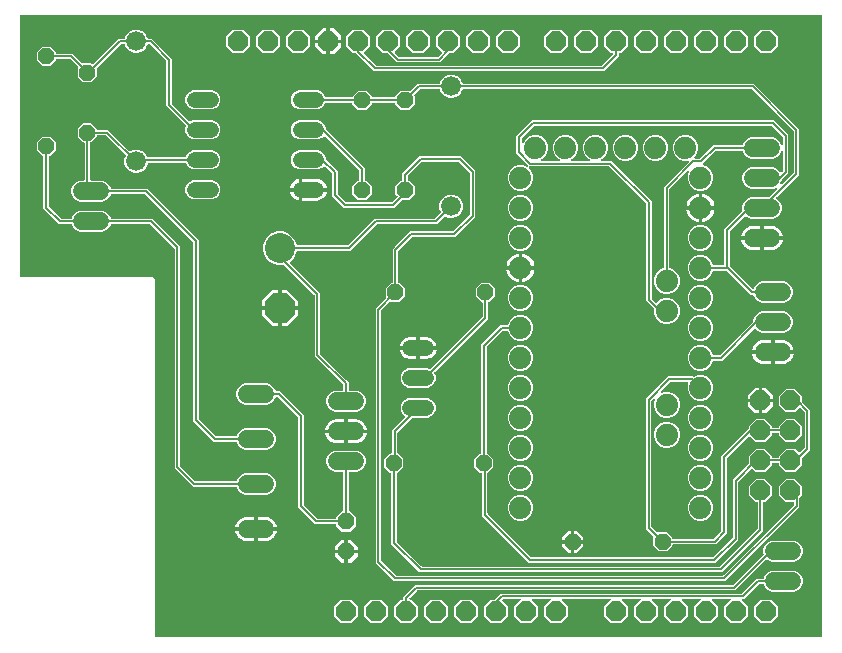
<source format=gbr>
G04 EAGLE Gerber RS-274X export*
G75*
%MOMM*%
%FSLAX34Y34*%
%LPD*%
%INTop Copper*%
%IPPOS*%
%AMOC8*
5,1,8,0,0,1.08239X$1,22.5*%
G01*
%ADD10P,1.429621X8X112.500000*%
%ADD11P,1.429621X8X292.500000*%
%ADD12C,1.676400*%
%ADD13C,1.320800*%
%ADD14C,1.524000*%
%ADD15C,1.879600*%
%ADD16P,1.539592X8X292.500000*%
%ADD17C,2.540000*%
%ADD18P,2.749271X8X292.500000*%
%ADD19P,1.814519X8X112.500000*%
%ADD20P,1.429621X8X22.500000*%
%ADD21P,1.429621X8X202.500000*%
%ADD22P,1.814519X8X22.500000*%
%ADD23C,0.152400*%

G36*
X1227856Y3306D02*
X1227856Y3306D01*
X1227875Y3304D01*
X1227977Y3326D01*
X1228079Y3342D01*
X1228096Y3352D01*
X1228116Y3356D01*
X1228205Y3409D01*
X1228296Y3458D01*
X1228310Y3472D01*
X1228327Y3482D01*
X1228394Y3561D01*
X1228466Y3636D01*
X1228474Y3654D01*
X1228487Y3669D01*
X1228526Y3765D01*
X1228569Y3859D01*
X1228571Y3879D01*
X1228579Y3897D01*
X1228597Y4064D01*
X1228597Y529336D01*
X1228595Y529352D01*
X1228596Y529366D01*
X1228596Y529369D01*
X1228596Y529375D01*
X1228574Y529477D01*
X1228558Y529579D01*
X1228548Y529596D01*
X1228544Y529616D01*
X1228491Y529705D01*
X1228442Y529796D01*
X1228428Y529810D01*
X1228418Y529827D01*
X1228339Y529894D01*
X1228264Y529966D01*
X1228246Y529974D01*
X1228231Y529987D01*
X1228135Y530026D01*
X1228041Y530069D01*
X1228021Y530071D01*
X1228003Y530079D01*
X1227836Y530097D01*
X550164Y530097D01*
X550144Y530094D01*
X550125Y530096D01*
X550023Y530074D01*
X549921Y530058D01*
X549904Y530048D01*
X549884Y530044D01*
X549795Y529991D01*
X549704Y529942D01*
X549690Y529928D01*
X549673Y529918D01*
X549606Y529839D01*
X549534Y529764D01*
X549526Y529746D01*
X549513Y529731D01*
X549474Y529635D01*
X549431Y529541D01*
X549429Y529521D01*
X549421Y529503D01*
X549403Y529336D01*
X549403Y308864D01*
X549406Y308844D01*
X549404Y308825D01*
X549426Y308723D01*
X549442Y308621D01*
X549452Y308604D01*
X549456Y308584D01*
X549509Y308495D01*
X549558Y308404D01*
X549572Y308390D01*
X549582Y308373D01*
X549661Y308306D01*
X549736Y308234D01*
X549754Y308226D01*
X549769Y308213D01*
X549865Y308174D01*
X549959Y308131D01*
X549979Y308129D01*
X549997Y308121D01*
X550164Y308103D01*
X661768Y308103D01*
X663703Y306168D01*
X663703Y4064D01*
X663706Y4044D01*
X663704Y4025D01*
X663726Y3923D01*
X663742Y3821D01*
X663752Y3804D01*
X663756Y3784D01*
X663809Y3695D01*
X663858Y3604D01*
X663872Y3590D01*
X663882Y3573D01*
X663961Y3506D01*
X664036Y3434D01*
X664054Y3426D01*
X664069Y3413D01*
X664165Y3374D01*
X664259Y3331D01*
X664279Y3329D01*
X664297Y3321D01*
X664464Y3303D01*
X1227836Y3303D01*
X1227856Y3306D01*
G37*
%LPC*%
G36*
X1094726Y268795D02*
X1094726Y268795D01*
X1090712Y270458D01*
X1087639Y273530D01*
X1085976Y277545D01*
X1085976Y281503D01*
X1085962Y281593D01*
X1085954Y281684D01*
X1085942Y281714D01*
X1085937Y281746D01*
X1085894Y281826D01*
X1085858Y281910D01*
X1085832Y281942D01*
X1085821Y281963D01*
X1085798Y281985D01*
X1085753Y282041D01*
X1079753Y288041D01*
X1079753Y370340D01*
X1079739Y370430D01*
X1079731Y370521D01*
X1079719Y370550D01*
X1079714Y370582D01*
X1079671Y370663D01*
X1079635Y370747D01*
X1079609Y370779D01*
X1079598Y370800D01*
X1079575Y370822D01*
X1079530Y370878D01*
X1048543Y401865D01*
X1048469Y401918D01*
X1048400Y401978D01*
X1048369Y401990D01*
X1048343Y402009D01*
X1048256Y402035D01*
X1048171Y402070D01*
X1048130Y402074D01*
X1048108Y402081D01*
X1048076Y402080D01*
X1048005Y402088D01*
X980701Y402088D01*
X980630Y402077D01*
X980558Y402075D01*
X980509Y402057D01*
X980458Y402048D01*
X980395Y402015D01*
X980327Y401990D01*
X980287Y401958D01*
X980241Y401933D01*
X980191Y401881D01*
X980135Y401837D01*
X980107Y401793D01*
X980071Y401755D01*
X980041Y401690D01*
X980002Y401630D01*
X979990Y401579D01*
X979968Y401532D01*
X979960Y401461D01*
X979942Y401391D01*
X979946Y401339D01*
X979941Y401287D01*
X979956Y401217D01*
X979961Y401146D01*
X979982Y401098D01*
X979993Y401047D01*
X980030Y400985D01*
X980058Y400920D01*
X980102Y400864D01*
X980119Y400836D01*
X980137Y400821D01*
X980162Y400789D01*
X982334Y398617D01*
X983997Y394603D01*
X983997Y390257D01*
X982334Y386243D01*
X979261Y383170D01*
X975247Y381507D01*
X970901Y381507D01*
X966887Y383170D01*
X963814Y386243D01*
X962151Y390257D01*
X962151Y394603D01*
X963814Y398617D01*
X966887Y401690D01*
X970901Y403353D01*
X975247Y403353D01*
X978547Y401986D01*
X978642Y401963D01*
X978735Y401935D01*
X978761Y401936D01*
X978786Y401930D01*
X978883Y401939D01*
X978981Y401941D01*
X979005Y401950D01*
X979031Y401953D01*
X979120Y401992D01*
X979212Y402026D01*
X979232Y402042D01*
X979256Y402053D01*
X979328Y402119D01*
X979404Y402179D01*
X979418Y402201D01*
X979437Y402219D01*
X979484Y402304D01*
X979537Y402386D01*
X979543Y402412D01*
X979556Y402435D01*
X979573Y402531D01*
X979597Y402625D01*
X979595Y402651D01*
X979599Y402677D01*
X979585Y402773D01*
X979578Y402870D01*
X979567Y402894D01*
X979564Y402920D01*
X979519Y403007D01*
X979481Y403096D01*
X979461Y403122D01*
X979452Y403139D01*
X979428Y403162D01*
X979376Y403227D01*
X971087Y411517D01*
X969524Y413080D01*
X969524Y427928D01*
X981232Y439636D01*
X982795Y441199D01*
X1187635Y441199D01*
X1199897Y428937D01*
X1199897Y396309D01*
X1194532Y390944D01*
X1194479Y390870D01*
X1194419Y390800D01*
X1194407Y390770D01*
X1194388Y390744D01*
X1194361Y390657D01*
X1194327Y390572D01*
X1194323Y390531D01*
X1194316Y390509D01*
X1194317Y390477D01*
X1194309Y390405D01*
X1194309Y390357D01*
X1193240Y387777D01*
X1193218Y387682D01*
X1193189Y387589D01*
X1193190Y387563D01*
X1193184Y387538D01*
X1193193Y387441D01*
X1193196Y387344D01*
X1193205Y387319D01*
X1193207Y387293D01*
X1193247Y387204D01*
X1193280Y387113D01*
X1193296Y387092D01*
X1193307Y387068D01*
X1193373Y386997D01*
X1193434Y386920D01*
X1193456Y386906D01*
X1193473Y386887D01*
X1193559Y386840D01*
X1193641Y386787D01*
X1193666Y386781D01*
X1193689Y386768D01*
X1193785Y386751D01*
X1193879Y386727D01*
X1193905Y386729D01*
X1193931Y386725D01*
X1194028Y386739D01*
X1194124Y386747D01*
X1194148Y386757D01*
X1194174Y386761D01*
X1194261Y386805D01*
X1194351Y386843D01*
X1194376Y386863D01*
X1194394Y386872D01*
X1194417Y386896D01*
X1194482Y386948D01*
X1204244Y396710D01*
X1204297Y396784D01*
X1204357Y396854D01*
X1204369Y396884D01*
X1204388Y396910D01*
X1204415Y396997D01*
X1204449Y397082D01*
X1204453Y397123D01*
X1204460Y397145D01*
X1204459Y397177D01*
X1204467Y397249D01*
X1204467Y431807D01*
X1204453Y431898D01*
X1204445Y431988D01*
X1204433Y432018D01*
X1204428Y432050D01*
X1204385Y432131D01*
X1204349Y432215D01*
X1204323Y432247D01*
X1204312Y432268D01*
X1204289Y432290D01*
X1204244Y432346D01*
X1169200Y467390D01*
X1169126Y467443D01*
X1169056Y467503D01*
X1169026Y467515D01*
X1169000Y467534D01*
X1168913Y467561D01*
X1168828Y467595D01*
X1168787Y467599D01*
X1168765Y467606D01*
X1168733Y467605D01*
X1168661Y467613D01*
X924684Y467613D01*
X924570Y467594D01*
X924453Y467577D01*
X924448Y467575D01*
X924442Y467574D01*
X924339Y467519D01*
X924234Y467466D01*
X924230Y467461D01*
X924224Y467458D01*
X924144Y467374D01*
X924062Y467290D01*
X924058Y467284D01*
X924055Y467280D01*
X924047Y467263D01*
X923981Y467143D01*
X922799Y464288D01*
X920012Y461501D01*
X916371Y459993D01*
X912429Y459993D01*
X908788Y461501D01*
X906001Y464288D01*
X904819Y467143D01*
X904757Y467243D01*
X904697Y467343D01*
X904693Y467347D01*
X904689Y467352D01*
X904599Y467427D01*
X904510Y467503D01*
X904505Y467505D01*
X904500Y467509D01*
X904391Y467551D01*
X904282Y467595D01*
X904275Y467596D01*
X904270Y467597D01*
X904252Y467598D01*
X904116Y467613D01*
X888231Y467613D01*
X888140Y467599D01*
X888050Y467591D01*
X888020Y467579D01*
X887988Y467574D01*
X887907Y467531D01*
X887823Y467495D01*
X887791Y467469D01*
X887770Y467458D01*
X887748Y467435D01*
X887692Y467390D01*
X883187Y462885D01*
X883175Y462869D01*
X883160Y462857D01*
X883104Y462769D01*
X883044Y462685D01*
X883038Y462666D01*
X883027Y462650D01*
X883002Y462549D01*
X882971Y462450D01*
X882972Y462430D01*
X882967Y462411D01*
X882975Y462308D01*
X882978Y462205D01*
X882984Y462186D01*
X882986Y462166D01*
X883023Y462079D01*
X883028Y462057D01*
X883037Y462041D01*
X883062Y461973D01*
X883075Y461958D01*
X883082Y461940D01*
X883144Y461863D01*
X883154Y461846D01*
X883165Y461836D01*
X883187Y461809D01*
X883413Y461583D01*
X883413Y454849D01*
X878651Y450087D01*
X871917Y450087D01*
X867155Y454849D01*
X867155Y455168D01*
X867152Y455188D01*
X867154Y455207D01*
X867132Y455309D01*
X867116Y455411D01*
X867106Y455428D01*
X867102Y455448D01*
X867049Y455537D01*
X867000Y455628D01*
X866986Y455642D01*
X866976Y455659D01*
X866897Y455726D01*
X866822Y455798D01*
X866804Y455806D01*
X866789Y455819D01*
X866693Y455858D01*
X866599Y455901D01*
X866579Y455903D01*
X866561Y455911D01*
X866394Y455929D01*
X847852Y455929D01*
X847832Y455926D01*
X847813Y455928D01*
X847711Y455906D01*
X847609Y455890D01*
X847592Y455880D01*
X847572Y455876D01*
X847483Y455823D01*
X847392Y455774D01*
X847378Y455760D01*
X847361Y455750D01*
X847294Y455671D01*
X847222Y455596D01*
X847214Y455578D01*
X847201Y455563D01*
X847162Y455467D01*
X847119Y455373D01*
X847117Y455353D01*
X847109Y455335D01*
X847091Y455168D01*
X847091Y454595D01*
X842329Y449833D01*
X835595Y449833D01*
X830833Y454595D01*
X830833Y455422D01*
X830830Y455442D01*
X830832Y455461D01*
X830810Y455563D01*
X830794Y455665D01*
X830784Y455682D01*
X830780Y455702D01*
X830727Y455791D01*
X830678Y455882D01*
X830664Y455896D01*
X830654Y455913D01*
X830575Y455980D01*
X830500Y456052D01*
X830482Y456060D01*
X830467Y456073D01*
X830371Y456112D01*
X830277Y456155D01*
X830257Y456157D01*
X830239Y456165D01*
X830072Y456183D01*
X808460Y456183D01*
X808345Y456164D01*
X808229Y456147D01*
X808223Y456145D01*
X808217Y456144D01*
X808115Y456089D01*
X808010Y456036D01*
X808005Y456031D01*
X808000Y456028D01*
X807920Y455944D01*
X807837Y455860D01*
X807834Y455854D01*
X807830Y455850D01*
X807823Y455833D01*
X807757Y455713D01*
X806991Y453865D01*
X804705Y451579D01*
X801717Y450341D01*
X785275Y450341D01*
X782287Y451579D01*
X780001Y453865D01*
X778763Y456853D01*
X778763Y460087D01*
X780001Y463075D01*
X782287Y465361D01*
X785275Y466599D01*
X801717Y466599D01*
X804705Y465361D01*
X806991Y463075D01*
X807757Y461227D01*
X807819Y461127D01*
X807878Y461027D01*
X807883Y461023D01*
X807886Y461018D01*
X807977Y460943D01*
X808065Y460867D01*
X808071Y460865D01*
X808076Y460861D01*
X808184Y460819D01*
X808293Y460775D01*
X808301Y460774D01*
X808305Y460773D01*
X808324Y460772D01*
X808460Y460757D01*
X830072Y460757D01*
X830092Y460760D01*
X830111Y460758D01*
X830213Y460780D01*
X830315Y460796D01*
X830332Y460806D01*
X830352Y460810D01*
X830441Y460863D01*
X830532Y460912D01*
X830546Y460926D01*
X830563Y460936D01*
X830630Y461015D01*
X830702Y461090D01*
X830710Y461108D01*
X830723Y461123D01*
X830762Y461219D01*
X830795Y461290D01*
X835595Y466091D01*
X842329Y466091D01*
X847091Y461329D01*
X847091Y461264D01*
X847094Y461244D01*
X847092Y461225D01*
X847114Y461123D01*
X847130Y461021D01*
X847140Y461004D01*
X847144Y460984D01*
X847197Y460895D01*
X847246Y460804D01*
X847260Y460790D01*
X847270Y460773D01*
X847349Y460706D01*
X847424Y460634D01*
X847442Y460626D01*
X847457Y460613D01*
X847553Y460574D01*
X847647Y460531D01*
X847667Y460529D01*
X847685Y460521D01*
X847852Y460503D01*
X866394Y460503D01*
X866414Y460506D01*
X866433Y460504D01*
X866535Y460526D01*
X866637Y460542D01*
X866654Y460552D01*
X866674Y460556D01*
X866763Y460609D01*
X866854Y460658D01*
X866868Y460672D01*
X866885Y460682D01*
X866952Y460761D01*
X867024Y460836D01*
X867032Y460854D01*
X867045Y460869D01*
X867084Y460965D01*
X867127Y461059D01*
X867129Y461079D01*
X867137Y461097D01*
X867155Y461264D01*
X867155Y461583D01*
X871917Y466345D01*
X878651Y466345D01*
X878877Y466119D01*
X878893Y466107D01*
X878905Y466092D01*
X878992Y466036D01*
X879076Y465976D01*
X879095Y465970D01*
X879112Y465959D01*
X879213Y465934D01*
X879311Y465903D01*
X879331Y465904D01*
X879351Y465899D01*
X879454Y465907D01*
X879557Y465910D01*
X879576Y465916D01*
X879596Y465918D01*
X879691Y465958D01*
X879788Y465994D01*
X879804Y466007D01*
X879822Y466014D01*
X879953Y466119D01*
X884458Y470624D01*
X886021Y472187D01*
X904116Y472187D01*
X904230Y472206D01*
X904347Y472223D01*
X904352Y472225D01*
X904358Y472226D01*
X904461Y472281D01*
X904566Y472334D01*
X904570Y472339D01*
X904576Y472342D01*
X904656Y472426D01*
X904738Y472510D01*
X904742Y472516D01*
X904745Y472520D01*
X904753Y472537D01*
X904819Y472657D01*
X906001Y475512D01*
X908788Y478299D01*
X912429Y479807D01*
X916371Y479807D01*
X920012Y478299D01*
X922799Y475512D01*
X923981Y472657D01*
X924043Y472557D01*
X924103Y472457D01*
X924107Y472453D01*
X924111Y472448D01*
X924201Y472373D01*
X924290Y472297D01*
X924295Y472295D01*
X924300Y472291D01*
X924409Y472249D01*
X924518Y472205D01*
X924525Y472204D01*
X924530Y472203D01*
X924548Y472202D01*
X924684Y472187D01*
X1170871Y472187D01*
X1209041Y434017D01*
X1209041Y395039D01*
X1189867Y375865D01*
X1189840Y375828D01*
X1189807Y375797D01*
X1189769Y375729D01*
X1189724Y375666D01*
X1189710Y375622D01*
X1189688Y375581D01*
X1189674Y375505D01*
X1189651Y375431D01*
X1189653Y375385D01*
X1189644Y375339D01*
X1189656Y375262D01*
X1189658Y375185D01*
X1189673Y375142D01*
X1189680Y375096D01*
X1189715Y375027D01*
X1189742Y374954D01*
X1189771Y374918D01*
X1189792Y374877D01*
X1189847Y374822D01*
X1189896Y374762D01*
X1189935Y374737D01*
X1189967Y374705D01*
X1190087Y374639D01*
X1190103Y374629D01*
X1190108Y374627D01*
X1190114Y374624D01*
X1190344Y374529D01*
X1192917Y371956D01*
X1194309Y368595D01*
X1194309Y364957D01*
X1192917Y361596D01*
X1190344Y359023D01*
X1186983Y357631D01*
X1168105Y357631D01*
X1164744Y359023D01*
X1164089Y359678D01*
X1164073Y359690D01*
X1164060Y359706D01*
X1163973Y359762D01*
X1163889Y359822D01*
X1163870Y359828D01*
X1163853Y359839D01*
X1163753Y359864D01*
X1163654Y359894D01*
X1163634Y359894D01*
X1163615Y359899D01*
X1163512Y359891D01*
X1163408Y359888D01*
X1163389Y359881D01*
X1163370Y359880D01*
X1163275Y359839D01*
X1163177Y359804D01*
X1163162Y359791D01*
X1163143Y359783D01*
X1163012Y359678D01*
X1150590Y347256D01*
X1150537Y347182D01*
X1150477Y347112D01*
X1150465Y347082D01*
X1150446Y347056D01*
X1150419Y346969D01*
X1150385Y346884D01*
X1150381Y346843D01*
X1150374Y346821D01*
X1150375Y346789D01*
X1150367Y346717D01*
X1150367Y318001D01*
X1150381Y317910D01*
X1150389Y317820D01*
X1150401Y317790D01*
X1150406Y317758D01*
X1150449Y317677D01*
X1150485Y317593D01*
X1150511Y317561D01*
X1150522Y317540D01*
X1150545Y317518D01*
X1150590Y317462D01*
X1169309Y298743D01*
X1169346Y298716D01*
X1169377Y298682D01*
X1169446Y298645D01*
X1169509Y298599D01*
X1169553Y298586D01*
X1169593Y298564D01*
X1169670Y298550D01*
X1169744Y298527D01*
X1169790Y298528D01*
X1169835Y298520D01*
X1169912Y298531D01*
X1169990Y298533D01*
X1170033Y298549D01*
X1170078Y298556D01*
X1170148Y298591D01*
X1170221Y298618D01*
X1170257Y298646D01*
X1170298Y298667D01*
X1170352Y298723D01*
X1170413Y298771D01*
X1170438Y298810D01*
X1170470Y298843D01*
X1170536Y298963D01*
X1170546Y298978D01*
X1170547Y298983D01*
X1170551Y298990D01*
X1171315Y300836D01*
X1173888Y303409D01*
X1177249Y304801D01*
X1196127Y304801D01*
X1199488Y303409D01*
X1202061Y300836D01*
X1203453Y297475D01*
X1203453Y293837D01*
X1202061Y290476D01*
X1199488Y287903D01*
X1196127Y286511D01*
X1177249Y286511D01*
X1173888Y287903D01*
X1171315Y290476D01*
X1170312Y292899D01*
X1170250Y292999D01*
X1170190Y293099D01*
X1170185Y293103D01*
X1170182Y293108D01*
X1170092Y293183D01*
X1170003Y293259D01*
X1169997Y293261D01*
X1169993Y293265D01*
X1169884Y293307D01*
X1169775Y293351D01*
X1169768Y293352D01*
X1169763Y293353D01*
X1169745Y293354D01*
X1169608Y293369D01*
X1168215Y293369D01*
X1147864Y313720D01*
X1147790Y313773D01*
X1147720Y313833D01*
X1147690Y313845D01*
X1147664Y313864D01*
X1147577Y313891D01*
X1147492Y313925D01*
X1147451Y313929D01*
X1147429Y313936D01*
X1147397Y313935D01*
X1147325Y313943D01*
X1136858Y313943D01*
X1136743Y313924D01*
X1136627Y313907D01*
X1136622Y313905D01*
X1136615Y313904D01*
X1136513Y313849D01*
X1136408Y313796D01*
X1136404Y313791D01*
X1136398Y313788D01*
X1136318Y313704D01*
X1136236Y313620D01*
X1136232Y313614D01*
X1136229Y313610D01*
X1136221Y313593D01*
X1136155Y313473D01*
X1134734Y310043D01*
X1131661Y306970D01*
X1127647Y305307D01*
X1123301Y305307D01*
X1119287Y306970D01*
X1116214Y310043D01*
X1114551Y314057D01*
X1114551Y318403D01*
X1116214Y322417D01*
X1119287Y325490D01*
X1123301Y327153D01*
X1127647Y327153D01*
X1131661Y325490D01*
X1134734Y322417D01*
X1136155Y318987D01*
X1136216Y318887D01*
X1136276Y318787D01*
X1136281Y318783D01*
X1136284Y318778D01*
X1136374Y318703D01*
X1136463Y318627D01*
X1136469Y318625D01*
X1136474Y318621D01*
X1136582Y318579D01*
X1136691Y318535D01*
X1136699Y318534D01*
X1136704Y318533D01*
X1136722Y318532D01*
X1136858Y318517D01*
X1145032Y318517D01*
X1145052Y318520D01*
X1145071Y318518D01*
X1145173Y318540D01*
X1145275Y318556D01*
X1145292Y318566D01*
X1145312Y318570D01*
X1145401Y318623D01*
X1145492Y318672D01*
X1145506Y318686D01*
X1145523Y318696D01*
X1145590Y318775D01*
X1145662Y318850D01*
X1145670Y318868D01*
X1145683Y318883D01*
X1145722Y318979D01*
X1145765Y319073D01*
X1145767Y319093D01*
X1145775Y319111D01*
X1145793Y319278D01*
X1145793Y348927D01*
X1160725Y363859D01*
X1160793Y363954D01*
X1160863Y364048D01*
X1160865Y364054D01*
X1160869Y364059D01*
X1160903Y364170D01*
X1160939Y364282D01*
X1160939Y364288D01*
X1160941Y364294D01*
X1160938Y364411D01*
X1160937Y364528D01*
X1160935Y364535D01*
X1160935Y364540D01*
X1160928Y364557D01*
X1160890Y364689D01*
X1160779Y364957D01*
X1160779Y368595D01*
X1162171Y371956D01*
X1164744Y374529D01*
X1168105Y375921D01*
X1183139Y375921D01*
X1183230Y375935D01*
X1183320Y375943D01*
X1183350Y375955D01*
X1183382Y375960D01*
X1183463Y376003D01*
X1183547Y376039D01*
X1183579Y376065D01*
X1183600Y376076D01*
X1183622Y376099D01*
X1183678Y376144D01*
X1190392Y382858D01*
X1190449Y382937D01*
X1190511Y383012D01*
X1190521Y383037D01*
X1190536Y383058D01*
X1190564Y383151D01*
X1190599Y383242D01*
X1190601Y383268D01*
X1190608Y383293D01*
X1190606Y383390D01*
X1190610Y383488D01*
X1190603Y383513D01*
X1190602Y383539D01*
X1190568Y383631D01*
X1190541Y383724D01*
X1190526Y383745D01*
X1190517Y383770D01*
X1190456Y383846D01*
X1190401Y383926D01*
X1190380Y383942D01*
X1190364Y383962D01*
X1190282Y384015D01*
X1190204Y384073D01*
X1190179Y384081D01*
X1190157Y384095D01*
X1190062Y384119D01*
X1189970Y384149D01*
X1189944Y384149D01*
X1189918Y384155D01*
X1189821Y384148D01*
X1189724Y384147D01*
X1189692Y384137D01*
X1189673Y384136D01*
X1189643Y384123D01*
X1189563Y384100D01*
X1186983Y383031D01*
X1168105Y383031D01*
X1164744Y384423D01*
X1162171Y386996D01*
X1160779Y390357D01*
X1160779Y393995D01*
X1162171Y397356D01*
X1164744Y399929D01*
X1168105Y401321D01*
X1186983Y401321D01*
X1190344Y399929D01*
X1192917Y397356D01*
X1192937Y397306D01*
X1192961Y397267D01*
X1192977Y397224D01*
X1193026Y397163D01*
X1193067Y397097D01*
X1193102Y397068D01*
X1193131Y397032D01*
X1193196Y396990D01*
X1193256Y396940D01*
X1193299Y396924D01*
X1193338Y396899D01*
X1193413Y396880D01*
X1193486Y396852D01*
X1193532Y396850D01*
X1193576Y396839D01*
X1193654Y396845D01*
X1193732Y396841D01*
X1193776Y396854D01*
X1193822Y396858D01*
X1193893Y396888D01*
X1193968Y396910D01*
X1194006Y396936D01*
X1194048Y396954D01*
X1194155Y397039D01*
X1194170Y397050D01*
X1194173Y397054D01*
X1194179Y397059D01*
X1195100Y397980D01*
X1195153Y398054D01*
X1195213Y398124D01*
X1195225Y398154D01*
X1195244Y398180D01*
X1195271Y398267D01*
X1195305Y398352D01*
X1195309Y398393D01*
X1195316Y398415D01*
X1195315Y398447D01*
X1195323Y398519D01*
X1195323Y414379D01*
X1195320Y414398D01*
X1195322Y414417D01*
X1195306Y414492D01*
X1195298Y414572D01*
X1195288Y414596D01*
X1195284Y414622D01*
X1195274Y414641D01*
X1195270Y414658D01*
X1195233Y414720D01*
X1195198Y414797D01*
X1195181Y414816D01*
X1195168Y414839D01*
X1195152Y414855D01*
X1195144Y414869D01*
X1195091Y414913D01*
X1195032Y414978D01*
X1195009Y414991D01*
X1194990Y415009D01*
X1194968Y415019D01*
X1194957Y415029D01*
X1194895Y415053D01*
X1194816Y415097D01*
X1194791Y415101D01*
X1194767Y415112D01*
X1194742Y415115D01*
X1194729Y415120D01*
X1194616Y415133D01*
X1194574Y415140D01*
X1194563Y415139D01*
X1194562Y415139D01*
X1194561Y415139D01*
X1194548Y415137D01*
X1194523Y415140D01*
X1194427Y415119D01*
X1194331Y415105D01*
X1194321Y415100D01*
X1194319Y415099D01*
X1194306Y415092D01*
X1194282Y415087D01*
X1194199Y415037D01*
X1194112Y414993D01*
X1194105Y414986D01*
X1194101Y414984D01*
X1194090Y414972D01*
X1194071Y414961D01*
X1194008Y414887D01*
X1193940Y414818D01*
X1193935Y414809D01*
X1193932Y414806D01*
X1193925Y414791D01*
X1193924Y414789D01*
X1193911Y414774D01*
X1193899Y414743D01*
X1193859Y414671D01*
X1192917Y412396D01*
X1190344Y409823D01*
X1186983Y408431D01*
X1168105Y408431D01*
X1164744Y409823D01*
X1162171Y412396D01*
X1161168Y414819D01*
X1161106Y414919D01*
X1161046Y415019D01*
X1161041Y415023D01*
X1161038Y415028D01*
X1160948Y415103D01*
X1160859Y415179D01*
X1160853Y415181D01*
X1160849Y415185D01*
X1160740Y415227D01*
X1160631Y415271D01*
X1160624Y415272D01*
X1160619Y415273D01*
X1160601Y415274D01*
X1160464Y415289D01*
X1138675Y415289D01*
X1138584Y415275D01*
X1138494Y415267D01*
X1138464Y415255D01*
X1138432Y415250D01*
X1138351Y415207D01*
X1138267Y415171D01*
X1138235Y415145D01*
X1138214Y415134D01*
X1138192Y415111D01*
X1138136Y415066D01*
X1127587Y404517D01*
X1127560Y404480D01*
X1127526Y404449D01*
X1127489Y404380D01*
X1127443Y404317D01*
X1127430Y404273D01*
X1127408Y404233D01*
X1127394Y404156D01*
X1127371Y404082D01*
X1127372Y404036D01*
X1127364Y403991D01*
X1127375Y403914D01*
X1127377Y403836D01*
X1127393Y403793D01*
X1127400Y403748D01*
X1127435Y403678D01*
X1127462Y403605D01*
X1127490Y403569D01*
X1127511Y403528D01*
X1127567Y403474D01*
X1127615Y403413D01*
X1127654Y403388D01*
X1127687Y403356D01*
X1127807Y403290D01*
X1127822Y403280D01*
X1127827Y403279D01*
X1127834Y403275D01*
X1131661Y401690D01*
X1134734Y398617D01*
X1136397Y394603D01*
X1136397Y390257D01*
X1134734Y386243D01*
X1131661Y383170D01*
X1127647Y381507D01*
X1123301Y381507D01*
X1119287Y383170D01*
X1116214Y386243D01*
X1114551Y390257D01*
X1114551Y394603D01*
X1115729Y397446D01*
X1115751Y397541D01*
X1115780Y397634D01*
X1115779Y397660D01*
X1115785Y397685D01*
X1115776Y397782D01*
X1115773Y397880D01*
X1115765Y397904D01*
X1115762Y397930D01*
X1115723Y398019D01*
X1115689Y398111D01*
X1115673Y398131D01*
X1115662Y398155D01*
X1115596Y398227D01*
X1115535Y398303D01*
X1115513Y398317D01*
X1115496Y398336D01*
X1115410Y398383D01*
X1115328Y398436D01*
X1115303Y398442D01*
X1115280Y398455D01*
X1115184Y398472D01*
X1115090Y398496D01*
X1115064Y398494D01*
X1115038Y398498D01*
X1114942Y398484D01*
X1114845Y398477D01*
X1114821Y398466D01*
X1114795Y398463D01*
X1114708Y398418D01*
X1114618Y398380D01*
X1114593Y398360D01*
X1114575Y398351D01*
X1114552Y398327D01*
X1114487Y398275D01*
X1099409Y383197D01*
X1099356Y383123D01*
X1099296Y383053D01*
X1099284Y383023D01*
X1099265Y382997D01*
X1099238Y382910D01*
X1099204Y382825D01*
X1099200Y382784D01*
X1099193Y382762D01*
X1099194Y382730D01*
X1099186Y382658D01*
X1099186Y316502D01*
X1099205Y316387D01*
X1099222Y316271D01*
X1099224Y316265D01*
X1099225Y316259D01*
X1099280Y316156D01*
X1099333Y316051D01*
X1099338Y316047D01*
X1099341Y316042D01*
X1099425Y315962D01*
X1099509Y315879D01*
X1099515Y315876D01*
X1099519Y315872D01*
X1099536Y315864D01*
X1099656Y315798D01*
X1103086Y314377D01*
X1106159Y311305D01*
X1107822Y307290D01*
X1107822Y302945D01*
X1106159Y298930D01*
X1103086Y295858D01*
X1099072Y294195D01*
X1094726Y294195D01*
X1090712Y295858D01*
X1087639Y298930D01*
X1085976Y302945D01*
X1085976Y307290D01*
X1087639Y311305D01*
X1090712Y314377D01*
X1094142Y315798D01*
X1094242Y315860D01*
X1094342Y315920D01*
X1094346Y315925D01*
X1094351Y315928D01*
X1094426Y316018D01*
X1094502Y316107D01*
X1094504Y316113D01*
X1094508Y316117D01*
X1094550Y316225D01*
X1094594Y316335D01*
X1094595Y316342D01*
X1094596Y316347D01*
X1094597Y316365D01*
X1094612Y316502D01*
X1094612Y384868D01*
X1115352Y405608D01*
X1115394Y405666D01*
X1115443Y405718D01*
X1115465Y405765D01*
X1115495Y405807D01*
X1115516Y405876D01*
X1115547Y405941D01*
X1115552Y405993D01*
X1115568Y406043D01*
X1115566Y406114D01*
X1115574Y406185D01*
X1115563Y406236D01*
X1115561Y406288D01*
X1115537Y406356D01*
X1115522Y406426D01*
X1115495Y406471D01*
X1115477Y406519D01*
X1115432Y406575D01*
X1115395Y406637D01*
X1115356Y406671D01*
X1115323Y406711D01*
X1115263Y406750D01*
X1115208Y406797D01*
X1115160Y406816D01*
X1115116Y406844D01*
X1115047Y406862D01*
X1114980Y406889D01*
X1114909Y406897D01*
X1114878Y406905D01*
X1114854Y406903D01*
X1114814Y406907D01*
X1110601Y406907D01*
X1106587Y408570D01*
X1103514Y411643D01*
X1101851Y415657D01*
X1101851Y420003D01*
X1103514Y424017D01*
X1106587Y427090D01*
X1110601Y428753D01*
X1114947Y428753D01*
X1118961Y427090D01*
X1122034Y424017D01*
X1123697Y420003D01*
X1123697Y415657D01*
X1122034Y411643D01*
X1120377Y409986D01*
X1120335Y409928D01*
X1120286Y409876D01*
X1120264Y409829D01*
X1120234Y409787D01*
X1120213Y409718D01*
X1120182Y409653D01*
X1120177Y409601D01*
X1120161Y409551D01*
X1120163Y409480D01*
X1120155Y409409D01*
X1120166Y409358D01*
X1120168Y409306D01*
X1120192Y409238D01*
X1120208Y409168D01*
X1120234Y409123D01*
X1120252Y409075D01*
X1120297Y409019D01*
X1120334Y408957D01*
X1120373Y408923D01*
X1120406Y408883D01*
X1120466Y408844D01*
X1120521Y408797D01*
X1120569Y408778D01*
X1120613Y408750D01*
X1120682Y408732D01*
X1120749Y408705D01*
X1120820Y408697D01*
X1120851Y408689D01*
X1120875Y408691D01*
X1120916Y408687D01*
X1124973Y408687D01*
X1125064Y408701D01*
X1125154Y408709D01*
X1125184Y408721D01*
X1125216Y408726D01*
X1125297Y408769D01*
X1125381Y408805D01*
X1125413Y408831D01*
X1125434Y408842D01*
X1125456Y408865D01*
X1125512Y408910D01*
X1136465Y419863D01*
X1160464Y419863D01*
X1160579Y419882D01*
X1160695Y419899D01*
X1160701Y419901D01*
X1160707Y419902D01*
X1160810Y419957D01*
X1160915Y420010D01*
X1160919Y420015D01*
X1160924Y420018D01*
X1161004Y420102D01*
X1161087Y420186D01*
X1161090Y420192D01*
X1161094Y420196D01*
X1161102Y420213D01*
X1161168Y420333D01*
X1162171Y422756D01*
X1164744Y425329D01*
X1168105Y426721D01*
X1186983Y426721D01*
X1190344Y425329D01*
X1192917Y422756D01*
X1193859Y420481D01*
X1193910Y420398D01*
X1193956Y420313D01*
X1193974Y420295D01*
X1193988Y420272D01*
X1194064Y420210D01*
X1194134Y420143D01*
X1194158Y420132D01*
X1194178Y420116D01*
X1194269Y420081D01*
X1194357Y420040D01*
X1194383Y420037D01*
X1194407Y420027D01*
X1194505Y420023D01*
X1194601Y420012D01*
X1194627Y420018D01*
X1194653Y420017D01*
X1194747Y420044D01*
X1194842Y420065D01*
X1194864Y420078D01*
X1194889Y420085D01*
X1194969Y420141D01*
X1195053Y420191D01*
X1195070Y420211D01*
X1195091Y420226D01*
X1195150Y420304D01*
X1195213Y420378D01*
X1195223Y420402D01*
X1195238Y420423D01*
X1195268Y420516D01*
X1195305Y420606D01*
X1195308Y420638D01*
X1195314Y420657D01*
X1195314Y420690D01*
X1195323Y420773D01*
X1195323Y426727D01*
X1195309Y426818D01*
X1195301Y426908D01*
X1195289Y426938D01*
X1195284Y426970D01*
X1195241Y427051D01*
X1195205Y427135D01*
X1195179Y427167D01*
X1195168Y427188D01*
X1195145Y427210D01*
X1195100Y427266D01*
X1185964Y436402D01*
X1185890Y436455D01*
X1185820Y436515D01*
X1185790Y436527D01*
X1185764Y436546D01*
X1185677Y436573D01*
X1185592Y436607D01*
X1185551Y436611D01*
X1185529Y436618D01*
X1185497Y436617D01*
X1185425Y436625D01*
X985004Y436625D01*
X984914Y436611D01*
X984823Y436603D01*
X984794Y436591D01*
X984762Y436586D01*
X984681Y436543D01*
X984597Y436507D01*
X984565Y436481D01*
X984544Y436470D01*
X984522Y436447D01*
X984466Y436402D01*
X974321Y426257D01*
X974267Y426183D01*
X974208Y426113D01*
X974196Y426083D01*
X974177Y426057D01*
X974150Y425970D01*
X974116Y425885D01*
X974112Y425844D01*
X974105Y425822D01*
X974105Y425790D01*
X974098Y425718D01*
X974098Y422010D01*
X974113Y421914D01*
X974122Y421817D01*
X974133Y421793D01*
X974137Y421767D01*
X974183Y421681D01*
X974222Y421592D01*
X974240Y421573D01*
X974252Y421550D01*
X974323Y421483D01*
X974389Y421411D01*
X974412Y421399D01*
X974431Y421381D01*
X974519Y421340D01*
X974604Y421293D01*
X974630Y421288D01*
X974654Y421277D01*
X974750Y421266D01*
X974846Y421249D01*
X974872Y421253D01*
X974898Y421250D01*
X974993Y421271D01*
X975090Y421285D01*
X975113Y421297D01*
X975139Y421302D01*
X975222Y421352D01*
X975309Y421396D01*
X975327Y421415D01*
X975350Y421428D01*
X975413Y421502D01*
X975481Y421572D01*
X975497Y421600D01*
X975510Y421615D01*
X975522Y421646D01*
X975562Y421719D01*
X976514Y424017D01*
X979587Y427090D01*
X983601Y428753D01*
X987947Y428753D01*
X991961Y427090D01*
X995034Y424017D01*
X996697Y420003D01*
X996697Y415657D01*
X995034Y411643D01*
X991961Y408570D01*
X990889Y408126D01*
X990806Y408075D01*
X990720Y408029D01*
X990702Y408010D01*
X990680Y407997D01*
X990618Y407921D01*
X990551Y407851D01*
X990540Y407827D01*
X990523Y407807D01*
X990488Y407716D01*
X990447Y407628D01*
X990445Y407602D01*
X990435Y407577D01*
X990431Y407480D01*
X990420Y407383D01*
X990426Y407358D01*
X990425Y407332D01*
X990452Y407238D01*
X990473Y407143D01*
X990486Y407121D01*
X990493Y407095D01*
X990549Y407015D01*
X990599Y406932D01*
X990619Y406915D01*
X990634Y406893D01*
X990712Y406835D01*
X990786Y406772D01*
X990810Y406762D01*
X990831Y406747D01*
X990923Y406716D01*
X991014Y406680D01*
X991046Y406676D01*
X991065Y406670D01*
X991098Y406671D01*
X991181Y406662D01*
X1005767Y406662D01*
X1005864Y406677D01*
X1005960Y406686D01*
X1005984Y406697D01*
X1006010Y406701D01*
X1006096Y406747D01*
X1006185Y406786D01*
X1006204Y406804D01*
X1006228Y406816D01*
X1006295Y406887D01*
X1006366Y406953D01*
X1006379Y406976D01*
X1006397Y406995D01*
X1006438Y407083D01*
X1006485Y407168D01*
X1006490Y407194D01*
X1006501Y407218D01*
X1006511Y407314D01*
X1006529Y407410D01*
X1006525Y407436D01*
X1006528Y407462D01*
X1006507Y407557D01*
X1006493Y407654D01*
X1006481Y407677D01*
X1006475Y407703D01*
X1006425Y407786D01*
X1006381Y407873D01*
X1006363Y407891D01*
X1006349Y407914D01*
X1006275Y407977D01*
X1006206Y408045D01*
X1006177Y408061D01*
X1006162Y408074D01*
X1006132Y408086D01*
X1006059Y408126D01*
X1004987Y408570D01*
X1001914Y411643D01*
X1000251Y415657D01*
X1000251Y420003D01*
X1001914Y424017D01*
X1004987Y427090D01*
X1009001Y428753D01*
X1013347Y428753D01*
X1017361Y427090D01*
X1020434Y424017D01*
X1022097Y420003D01*
X1022097Y415657D01*
X1020434Y411643D01*
X1017361Y408570D01*
X1016289Y408126D01*
X1016206Y408075D01*
X1016120Y408029D01*
X1016102Y408010D01*
X1016080Y407997D01*
X1016018Y407921D01*
X1015951Y407851D01*
X1015940Y407827D01*
X1015923Y407807D01*
X1015888Y407716D01*
X1015847Y407628D01*
X1015845Y407602D01*
X1015835Y407577D01*
X1015831Y407480D01*
X1015820Y407383D01*
X1015826Y407358D01*
X1015825Y407332D01*
X1015852Y407238D01*
X1015873Y407143D01*
X1015886Y407121D01*
X1015893Y407095D01*
X1015949Y407015D01*
X1015999Y406932D01*
X1016019Y406915D01*
X1016034Y406893D01*
X1016112Y406835D01*
X1016186Y406772D01*
X1016210Y406762D01*
X1016231Y406747D01*
X1016323Y406716D01*
X1016414Y406680D01*
X1016446Y406676D01*
X1016465Y406670D01*
X1016498Y406671D01*
X1016581Y406662D01*
X1031167Y406662D01*
X1031264Y406677D01*
X1031360Y406686D01*
X1031384Y406697D01*
X1031410Y406701D01*
X1031496Y406747D01*
X1031585Y406786D01*
X1031604Y406804D01*
X1031628Y406816D01*
X1031695Y406887D01*
X1031766Y406953D01*
X1031779Y406976D01*
X1031797Y406995D01*
X1031838Y407083D01*
X1031885Y407168D01*
X1031890Y407194D01*
X1031901Y407218D01*
X1031911Y407314D01*
X1031929Y407410D01*
X1031925Y407436D01*
X1031928Y407462D01*
X1031907Y407557D01*
X1031893Y407654D01*
X1031881Y407677D01*
X1031875Y407703D01*
X1031825Y407786D01*
X1031781Y407873D01*
X1031763Y407891D01*
X1031749Y407914D01*
X1031675Y407977D01*
X1031606Y408045D01*
X1031577Y408061D01*
X1031562Y408074D01*
X1031532Y408086D01*
X1031459Y408126D01*
X1030387Y408570D01*
X1027314Y411643D01*
X1025651Y415657D01*
X1025651Y420003D01*
X1027314Y424017D01*
X1030387Y427090D01*
X1034401Y428753D01*
X1038747Y428753D01*
X1042761Y427090D01*
X1045834Y424017D01*
X1047497Y420003D01*
X1047497Y415657D01*
X1045834Y411643D01*
X1042761Y408570D01*
X1041689Y408126D01*
X1041606Y408075D01*
X1041520Y408029D01*
X1041502Y408010D01*
X1041480Y407997D01*
X1041418Y407921D01*
X1041351Y407851D01*
X1041340Y407827D01*
X1041323Y407807D01*
X1041288Y407716D01*
X1041247Y407628D01*
X1041245Y407602D01*
X1041235Y407577D01*
X1041231Y407480D01*
X1041220Y407383D01*
X1041226Y407358D01*
X1041225Y407332D01*
X1041252Y407238D01*
X1041273Y407143D01*
X1041286Y407121D01*
X1041293Y407095D01*
X1041349Y407015D01*
X1041399Y406932D01*
X1041419Y406915D01*
X1041434Y406893D01*
X1041512Y406835D01*
X1041586Y406772D01*
X1041610Y406762D01*
X1041631Y406747D01*
X1041723Y406716D01*
X1041814Y406680D01*
X1041846Y406676D01*
X1041865Y406670D01*
X1041898Y406671D01*
X1041981Y406662D01*
X1050214Y406662D01*
X1051777Y405099D01*
X1082764Y374112D01*
X1084327Y372549D01*
X1084327Y290251D01*
X1084341Y290161D01*
X1084349Y290070D01*
X1084361Y290040D01*
X1084366Y290008D01*
X1084409Y289928D01*
X1084445Y289844D01*
X1084471Y289812D01*
X1084482Y289791D01*
X1084505Y289769D01*
X1084550Y289713D01*
X1087460Y286802D01*
X1087476Y286791D01*
X1087489Y286775D01*
X1087576Y286719D01*
X1087660Y286659D01*
X1087679Y286653D01*
X1087696Y286642D01*
X1087796Y286617D01*
X1087895Y286586D01*
X1087915Y286587D01*
X1087934Y286582D01*
X1088037Y286590D01*
X1088141Y286593D01*
X1088160Y286600D01*
X1088179Y286601D01*
X1088274Y286642D01*
X1088372Y286677D01*
X1088387Y286690D01*
X1088406Y286697D01*
X1088537Y286802D01*
X1090712Y288977D01*
X1094726Y290640D01*
X1099072Y290640D01*
X1103086Y288977D01*
X1106159Y285905D01*
X1107822Y281890D01*
X1107822Y277545D01*
X1106159Y273530D01*
X1103086Y270458D01*
X1099072Y268795D01*
X1094726Y268795D01*
G37*
%LPD*%
%LPC*%
G36*
X865955Y51053D02*
X865955Y51053D01*
X850391Y66617D01*
X850391Y281871D01*
X851954Y283434D01*
X859253Y290733D01*
X859265Y290749D01*
X859280Y290761D01*
X859336Y290849D01*
X859396Y290933D01*
X859402Y290952D01*
X859413Y290968D01*
X859438Y291069D01*
X859469Y291168D01*
X859468Y291188D01*
X859473Y291207D01*
X859465Y291310D01*
X859462Y291413D01*
X859456Y291432D01*
X859454Y291452D01*
X859414Y291547D01*
X859378Y291645D01*
X859365Y291660D01*
X859358Y291678D01*
X859253Y291809D01*
X859027Y292035D01*
X859027Y298769D01*
X863789Y303531D01*
X864108Y303531D01*
X864128Y303534D01*
X864147Y303532D01*
X864249Y303554D01*
X864351Y303570D01*
X864368Y303580D01*
X864388Y303584D01*
X864477Y303637D01*
X864568Y303686D01*
X864582Y303700D01*
X864599Y303710D01*
X864666Y303789D01*
X864738Y303864D01*
X864746Y303882D01*
X864759Y303897D01*
X864798Y303993D01*
X864841Y304087D01*
X864843Y304107D01*
X864851Y304125D01*
X864869Y304292D01*
X864869Y332163D01*
X866432Y333726D01*
X878154Y345448D01*
X879717Y347011D01*
X915723Y347011D01*
X915813Y347025D01*
X915904Y347032D01*
X915934Y347045D01*
X915966Y347050D01*
X916047Y347093D01*
X916131Y347129D01*
X916163Y347154D01*
X916183Y347165D01*
X916206Y347189D01*
X916262Y347233D01*
X930178Y361150D01*
X930231Y361224D01*
X930291Y361294D01*
X930303Y361324D01*
X930322Y361350D01*
X930349Y361437D01*
X930383Y361522D01*
X930387Y361563D01*
X930394Y361585D01*
X930393Y361617D01*
X930401Y361689D01*
X930401Y396247D01*
X930387Y396338D01*
X930379Y396428D01*
X930367Y396458D01*
X930362Y396490D01*
X930319Y396571D01*
X930283Y396655D01*
X930257Y396687D01*
X930246Y396708D01*
X930223Y396730D01*
X930178Y396786D01*
X921042Y405922D01*
X920968Y405975D01*
X920898Y406035D01*
X920868Y406047D01*
X920842Y406066D01*
X920755Y406093D01*
X920670Y406127D01*
X920629Y406131D01*
X920607Y406138D01*
X920575Y406137D01*
X920503Y406145D01*
X889755Y406145D01*
X889664Y406131D01*
X889574Y406123D01*
X889544Y406111D01*
X889512Y406106D01*
X889431Y406063D01*
X889347Y406027D01*
X889315Y406001D01*
X889294Y405990D01*
X889272Y405967D01*
X889216Y405922D01*
X877794Y394500D01*
X877741Y394426D01*
X877681Y394356D01*
X877669Y394326D01*
X877650Y394300D01*
X877623Y394213D01*
X877589Y394128D01*
X877585Y394087D01*
X877578Y394065D01*
X877579Y394033D01*
X877571Y393961D01*
X877571Y390906D01*
X877574Y390886D01*
X877572Y390867D01*
X877594Y390765D01*
X877610Y390663D01*
X877620Y390646D01*
X877624Y390626D01*
X877677Y390537D01*
X877726Y390446D01*
X877740Y390432D01*
X877750Y390415D01*
X877829Y390348D01*
X877904Y390276D01*
X877922Y390268D01*
X877937Y390255D01*
X878033Y390216D01*
X878127Y390173D01*
X878147Y390171D01*
X878165Y390163D01*
X878332Y390145D01*
X878651Y390145D01*
X883413Y385383D01*
X883413Y378649D01*
X878651Y373887D01*
X873499Y373887D01*
X873408Y373873D01*
X873318Y373865D01*
X873288Y373853D01*
X873256Y373848D01*
X873175Y373805D01*
X873091Y373769D01*
X873059Y373743D01*
X873038Y373732D01*
X873016Y373709D01*
X872960Y373664D01*
X866325Y367029D01*
X823537Y367029D01*
X813815Y376751D01*
X813815Y395739D01*
X813801Y395830D01*
X813793Y395920D01*
X813781Y395950D01*
X813776Y395982D01*
X813733Y396063D01*
X813697Y396147D01*
X813671Y396179D01*
X813660Y396200D01*
X813637Y396222D01*
X813592Y396278D01*
X807436Y402434D01*
X807420Y402446D01*
X807408Y402461D01*
X807320Y402517D01*
X807236Y402577D01*
X807217Y402583D01*
X807201Y402594D01*
X807100Y402619D01*
X807001Y402650D01*
X806981Y402649D01*
X806962Y402654D01*
X806859Y402646D01*
X806756Y402643D01*
X806737Y402637D01*
X806717Y402635D01*
X806622Y402595D01*
X806524Y402559D01*
X806509Y402546D01*
X806491Y402539D01*
X806360Y402434D01*
X804705Y400779D01*
X801717Y399541D01*
X785275Y399541D01*
X782287Y400779D01*
X780001Y403065D01*
X778763Y406053D01*
X778763Y409287D01*
X780001Y412275D01*
X782287Y414561D01*
X785275Y415799D01*
X801717Y415799D01*
X804705Y414561D01*
X806991Y412275D01*
X808229Y409287D01*
X808229Y408425D01*
X808243Y408334D01*
X808251Y408244D01*
X808263Y408214D01*
X808268Y408182D01*
X808311Y408101D01*
X808347Y408017D01*
X808373Y407985D01*
X808384Y407964D01*
X808407Y407942D01*
X808452Y407886D01*
X818389Y397949D01*
X818389Y378961D01*
X818403Y378870D01*
X818411Y378780D01*
X818423Y378750D01*
X818428Y378718D01*
X818471Y378637D01*
X818507Y378553D01*
X818533Y378521D01*
X818544Y378500D01*
X818567Y378478D01*
X818612Y378422D01*
X825208Y371826D01*
X825282Y371773D01*
X825352Y371713D01*
X825382Y371701D01*
X825408Y371682D01*
X825495Y371655D01*
X825580Y371621D01*
X825621Y371617D01*
X825643Y371610D01*
X825675Y371611D01*
X825747Y371603D01*
X864115Y371603D01*
X864206Y371617D01*
X864296Y371625D01*
X864326Y371637D01*
X864358Y371642D01*
X864439Y371685D01*
X864523Y371721D01*
X864555Y371747D01*
X864576Y371758D01*
X864598Y371781D01*
X864654Y371826D01*
X868778Y375950D01*
X868790Y375966D01*
X868805Y375978D01*
X868861Y376066D01*
X868921Y376150D01*
X868927Y376169D01*
X868938Y376185D01*
X868963Y376286D01*
X868994Y376385D01*
X868993Y376405D01*
X868998Y376424D01*
X868990Y376527D01*
X868987Y376630D01*
X868981Y376649D01*
X868979Y376669D01*
X868939Y376764D01*
X868903Y376862D01*
X868890Y376877D01*
X868883Y376895D01*
X868778Y377026D01*
X867155Y378649D01*
X867155Y385383D01*
X871917Y390145D01*
X872236Y390145D01*
X872256Y390148D01*
X872275Y390146D01*
X872377Y390168D01*
X872479Y390184D01*
X872496Y390194D01*
X872516Y390198D01*
X872605Y390251D01*
X872696Y390300D01*
X872710Y390314D01*
X872727Y390324D01*
X872794Y390403D01*
X872866Y390478D01*
X872874Y390496D01*
X872887Y390511D01*
X872926Y390607D01*
X872969Y390701D01*
X872971Y390721D01*
X872979Y390739D01*
X872997Y390906D01*
X872997Y396171D01*
X887545Y410719D01*
X922713Y410719D01*
X934975Y398457D01*
X934975Y359479D01*
X917933Y342437D01*
X881926Y342437D01*
X881836Y342422D01*
X881745Y342415D01*
X881715Y342403D01*
X881684Y342397D01*
X881603Y342355D01*
X881519Y342319D01*
X881487Y342293D01*
X881466Y342282D01*
X881444Y342259D01*
X881388Y342214D01*
X869666Y330492D01*
X869613Y330418D01*
X869553Y330348D01*
X869541Y330318D01*
X869522Y330292D01*
X869495Y330205D01*
X869461Y330120D01*
X869457Y330079D01*
X869450Y330057D01*
X869451Y330025D01*
X869443Y329953D01*
X869443Y304292D01*
X869446Y304272D01*
X869444Y304253D01*
X869466Y304151D01*
X869482Y304049D01*
X869492Y304032D01*
X869496Y304012D01*
X869549Y303923D01*
X869598Y303832D01*
X869612Y303818D01*
X869622Y303801D01*
X869701Y303734D01*
X869776Y303662D01*
X869794Y303654D01*
X869809Y303641D01*
X869905Y303602D01*
X869999Y303559D01*
X870019Y303557D01*
X870037Y303549D01*
X870204Y303531D01*
X870523Y303531D01*
X875285Y298769D01*
X875285Y292035D01*
X870523Y287273D01*
X863789Y287273D01*
X863563Y287499D01*
X863547Y287511D01*
X863535Y287526D01*
X863448Y287582D01*
X863364Y287642D01*
X863345Y287648D01*
X863328Y287659D01*
X863227Y287684D01*
X863129Y287715D01*
X863109Y287714D01*
X863089Y287719D01*
X862986Y287711D01*
X862883Y287708D01*
X862864Y287702D01*
X862844Y287700D01*
X862749Y287660D01*
X862652Y287624D01*
X862636Y287611D01*
X862618Y287604D01*
X862487Y287499D01*
X855188Y280200D01*
X855135Y280126D01*
X855075Y280056D01*
X855063Y280026D01*
X855044Y280000D01*
X855017Y279913D01*
X854983Y279828D01*
X854979Y279787D01*
X854972Y279765D01*
X854973Y279733D01*
X854965Y279661D01*
X854965Y68827D01*
X854979Y68736D01*
X854987Y68646D01*
X854999Y68616D01*
X855004Y68584D01*
X855047Y68503D01*
X855083Y68419D01*
X855109Y68387D01*
X855120Y68366D01*
X855143Y68344D01*
X855188Y68288D01*
X867626Y55850D01*
X867700Y55797D01*
X867770Y55737D01*
X867800Y55725D01*
X867826Y55706D01*
X867913Y55679D01*
X867998Y55645D01*
X868039Y55641D01*
X868061Y55634D01*
X868093Y55635D01*
X868165Y55627D01*
X1144531Y55627D01*
X1144622Y55641D01*
X1144712Y55649D01*
X1144742Y55661D01*
X1144774Y55666D01*
X1144855Y55709D01*
X1144939Y55745D01*
X1144971Y55771D01*
X1144992Y55782D01*
X1145014Y55805D01*
X1145070Y55850D01*
X1204498Y115278D01*
X1204551Y115352D01*
X1204611Y115422D01*
X1204623Y115452D01*
X1204642Y115478D01*
X1204669Y115565D01*
X1204703Y115650D01*
X1204707Y115691D01*
X1204714Y115713D01*
X1204713Y115745D01*
X1204721Y115817D01*
X1204721Y117094D01*
X1204718Y117114D01*
X1204720Y117133D01*
X1204698Y117235D01*
X1204682Y117337D01*
X1204672Y117354D01*
X1204668Y117374D01*
X1204615Y117463D01*
X1204566Y117554D01*
X1204552Y117568D01*
X1204542Y117585D01*
X1204463Y117652D01*
X1204388Y117724D01*
X1204370Y117732D01*
X1204355Y117745D01*
X1204259Y117784D01*
X1204165Y117827D01*
X1204145Y117829D01*
X1204127Y117837D01*
X1203960Y117855D01*
X1197570Y117855D01*
X1191767Y123658D01*
X1191767Y131866D01*
X1197570Y137669D01*
X1205778Y137669D01*
X1211581Y131866D01*
X1211581Y123658D01*
X1209518Y121595D01*
X1209465Y121522D01*
X1209405Y121452D01*
X1209393Y121422D01*
X1209374Y121396D01*
X1209347Y121309D01*
X1209313Y121224D01*
X1209309Y121183D01*
X1209302Y121161D01*
X1209303Y121128D01*
X1209295Y121057D01*
X1209295Y113607D01*
X1146741Y51053D01*
X865955Y51053D01*
G37*
%LPD*%
%LPC*%
G36*
X948396Y15493D02*
X948396Y15493D01*
X942593Y21296D01*
X942593Y29504D01*
X948396Y35307D01*
X951237Y35307D01*
X951328Y35321D01*
X951418Y35329D01*
X951448Y35341D01*
X951480Y35346D01*
X951561Y35389D01*
X951645Y35425D01*
X951677Y35451D01*
X951698Y35462D01*
X951720Y35485D01*
X951776Y35530D01*
X956633Y40387D01*
X1160025Y40387D01*
X1160116Y40401D01*
X1160206Y40409D01*
X1160236Y40421D01*
X1160268Y40426D01*
X1160349Y40469D01*
X1160433Y40505D01*
X1160465Y40531D01*
X1160486Y40542D01*
X1160508Y40565D01*
X1160564Y40610D01*
X1173041Y53087D01*
X1178498Y53087D01*
X1178613Y53106D01*
X1178729Y53123D01*
X1178735Y53125D01*
X1178741Y53126D01*
X1178844Y53181D01*
X1178949Y53234D01*
X1178953Y53239D01*
X1178958Y53242D01*
X1179038Y53326D01*
X1179121Y53410D01*
X1179124Y53416D01*
X1179128Y53420D01*
X1179136Y53437D01*
X1179202Y53557D01*
X1180205Y55980D01*
X1182778Y58553D01*
X1186139Y59945D01*
X1205017Y59945D01*
X1208378Y58553D01*
X1210951Y55980D01*
X1212343Y52619D01*
X1212343Y48981D01*
X1210951Y45620D01*
X1208378Y43047D01*
X1205017Y41655D01*
X1186139Y41655D01*
X1182778Y43047D01*
X1180205Y45620D01*
X1179202Y48043D01*
X1179140Y48143D01*
X1179080Y48243D01*
X1179075Y48247D01*
X1179072Y48252D01*
X1178982Y48327D01*
X1178893Y48403D01*
X1178887Y48405D01*
X1178883Y48409D01*
X1178774Y48451D01*
X1178665Y48495D01*
X1178658Y48496D01*
X1178653Y48497D01*
X1178635Y48498D01*
X1178498Y48513D01*
X1175251Y48513D01*
X1175160Y48499D01*
X1175070Y48491D01*
X1175040Y48479D01*
X1175008Y48474D01*
X1174927Y48431D01*
X1174843Y48395D01*
X1174811Y48369D01*
X1174790Y48358D01*
X1174768Y48335D01*
X1174712Y48290D01*
X1162235Y35813D01*
X1161135Y35813D01*
X1161064Y35802D01*
X1160992Y35800D01*
X1160943Y35782D01*
X1160892Y35774D01*
X1160829Y35740D01*
X1160761Y35715D01*
X1160721Y35683D01*
X1160675Y35658D01*
X1160625Y35606D01*
X1160569Y35562D01*
X1160541Y35518D01*
X1160505Y35480D01*
X1160475Y35415D01*
X1160436Y35355D01*
X1160424Y35304D01*
X1160402Y35257D01*
X1160394Y35186D01*
X1160376Y35116D01*
X1160380Y35064D01*
X1160375Y35013D01*
X1160390Y34942D01*
X1160395Y34871D01*
X1160416Y34823D01*
X1160427Y34772D01*
X1160464Y34711D01*
X1160492Y34645D01*
X1160536Y34589D01*
X1160553Y34561D01*
X1160571Y34546D01*
X1160596Y34514D01*
X1165607Y29504D01*
X1165607Y21296D01*
X1159804Y15493D01*
X1151596Y15493D01*
X1145793Y21296D01*
X1145793Y29504D01*
X1150804Y34514D01*
X1150845Y34572D01*
X1150895Y34624D01*
X1150917Y34671D01*
X1150947Y34713D01*
X1150968Y34782D01*
X1150998Y34847D01*
X1151004Y34899D01*
X1151019Y34949D01*
X1151018Y35020D01*
X1151025Y35091D01*
X1151014Y35142D01*
X1151013Y35194D01*
X1150988Y35262D01*
X1150973Y35332D01*
X1150946Y35377D01*
X1150929Y35425D01*
X1150884Y35481D01*
X1150847Y35543D01*
X1150807Y35577D01*
X1150775Y35617D01*
X1150715Y35656D01*
X1150660Y35703D01*
X1150612Y35722D01*
X1150568Y35750D01*
X1150499Y35768D01*
X1150432Y35795D01*
X1150361Y35803D01*
X1150329Y35811D01*
X1150306Y35809D01*
X1150265Y35813D01*
X1135735Y35813D01*
X1135664Y35802D01*
X1135592Y35800D01*
X1135543Y35782D01*
X1135492Y35774D01*
X1135429Y35740D01*
X1135361Y35715D01*
X1135321Y35683D01*
X1135275Y35658D01*
X1135225Y35606D01*
X1135169Y35562D01*
X1135141Y35518D01*
X1135105Y35480D01*
X1135075Y35415D01*
X1135036Y35355D01*
X1135024Y35304D01*
X1135002Y35257D01*
X1134994Y35186D01*
X1134976Y35116D01*
X1134980Y35064D01*
X1134975Y35013D01*
X1134990Y34942D01*
X1134995Y34871D01*
X1135016Y34823D01*
X1135027Y34772D01*
X1135064Y34711D01*
X1135092Y34645D01*
X1135136Y34589D01*
X1135153Y34561D01*
X1135171Y34546D01*
X1135196Y34514D01*
X1140207Y29504D01*
X1140207Y21296D01*
X1134404Y15493D01*
X1126196Y15493D01*
X1120393Y21296D01*
X1120393Y29504D01*
X1125404Y34514D01*
X1125445Y34572D01*
X1125495Y34624D01*
X1125517Y34671D01*
X1125547Y34713D01*
X1125568Y34782D01*
X1125598Y34847D01*
X1125604Y34899D01*
X1125619Y34949D01*
X1125618Y35020D01*
X1125625Y35091D01*
X1125614Y35142D01*
X1125613Y35194D01*
X1125588Y35262D01*
X1125573Y35332D01*
X1125546Y35377D01*
X1125529Y35425D01*
X1125484Y35481D01*
X1125447Y35543D01*
X1125407Y35577D01*
X1125375Y35617D01*
X1125315Y35656D01*
X1125260Y35703D01*
X1125212Y35722D01*
X1125168Y35750D01*
X1125099Y35768D01*
X1125032Y35795D01*
X1124961Y35803D01*
X1124929Y35811D01*
X1124906Y35809D01*
X1124865Y35813D01*
X1110335Y35813D01*
X1110264Y35802D01*
X1110192Y35800D01*
X1110143Y35782D01*
X1110092Y35774D01*
X1110029Y35740D01*
X1109961Y35715D01*
X1109921Y35683D01*
X1109875Y35658D01*
X1109825Y35606D01*
X1109769Y35562D01*
X1109741Y35518D01*
X1109705Y35480D01*
X1109675Y35415D01*
X1109636Y35355D01*
X1109624Y35304D01*
X1109602Y35257D01*
X1109594Y35186D01*
X1109576Y35116D01*
X1109580Y35064D01*
X1109575Y35013D01*
X1109590Y34942D01*
X1109595Y34871D01*
X1109616Y34823D01*
X1109627Y34772D01*
X1109664Y34711D01*
X1109692Y34645D01*
X1109736Y34589D01*
X1109753Y34561D01*
X1109771Y34546D01*
X1109796Y34514D01*
X1114807Y29504D01*
X1114807Y21296D01*
X1109004Y15493D01*
X1100796Y15493D01*
X1094993Y21296D01*
X1094993Y29504D01*
X1100004Y34514D01*
X1100045Y34572D01*
X1100095Y34624D01*
X1100117Y34671D01*
X1100147Y34713D01*
X1100168Y34782D01*
X1100198Y34847D01*
X1100204Y34899D01*
X1100219Y34949D01*
X1100218Y35020D01*
X1100225Y35091D01*
X1100214Y35142D01*
X1100213Y35194D01*
X1100188Y35262D01*
X1100173Y35332D01*
X1100146Y35377D01*
X1100129Y35425D01*
X1100084Y35481D01*
X1100047Y35543D01*
X1100007Y35577D01*
X1099975Y35617D01*
X1099915Y35656D01*
X1099860Y35703D01*
X1099812Y35722D01*
X1099768Y35750D01*
X1099699Y35768D01*
X1099632Y35795D01*
X1099561Y35803D01*
X1099529Y35811D01*
X1099506Y35809D01*
X1099465Y35813D01*
X1084935Y35813D01*
X1084864Y35802D01*
X1084792Y35800D01*
X1084743Y35782D01*
X1084692Y35774D01*
X1084629Y35740D01*
X1084561Y35715D01*
X1084521Y35683D01*
X1084475Y35658D01*
X1084425Y35606D01*
X1084369Y35562D01*
X1084341Y35518D01*
X1084305Y35480D01*
X1084275Y35415D01*
X1084236Y35355D01*
X1084224Y35304D01*
X1084202Y35257D01*
X1084194Y35186D01*
X1084176Y35116D01*
X1084180Y35064D01*
X1084175Y35013D01*
X1084190Y34942D01*
X1084195Y34871D01*
X1084216Y34823D01*
X1084227Y34772D01*
X1084264Y34711D01*
X1084292Y34645D01*
X1084336Y34589D01*
X1084353Y34561D01*
X1084371Y34546D01*
X1084396Y34514D01*
X1089407Y29504D01*
X1089407Y21296D01*
X1083604Y15493D01*
X1075396Y15493D01*
X1069593Y21296D01*
X1069593Y29504D01*
X1074604Y34514D01*
X1074645Y34572D01*
X1074695Y34624D01*
X1074717Y34671D01*
X1074747Y34713D01*
X1074768Y34782D01*
X1074798Y34847D01*
X1074804Y34899D01*
X1074819Y34949D01*
X1074818Y35020D01*
X1074825Y35091D01*
X1074814Y35142D01*
X1074813Y35194D01*
X1074788Y35262D01*
X1074773Y35332D01*
X1074746Y35377D01*
X1074729Y35425D01*
X1074684Y35481D01*
X1074647Y35543D01*
X1074607Y35577D01*
X1074575Y35617D01*
X1074515Y35656D01*
X1074460Y35703D01*
X1074412Y35722D01*
X1074368Y35750D01*
X1074299Y35768D01*
X1074232Y35795D01*
X1074161Y35803D01*
X1074129Y35811D01*
X1074106Y35809D01*
X1074065Y35813D01*
X1059535Y35813D01*
X1059464Y35802D01*
X1059392Y35800D01*
X1059343Y35782D01*
X1059292Y35774D01*
X1059229Y35740D01*
X1059161Y35715D01*
X1059121Y35683D01*
X1059075Y35658D01*
X1059025Y35606D01*
X1058969Y35562D01*
X1058941Y35518D01*
X1058905Y35480D01*
X1058875Y35415D01*
X1058836Y35355D01*
X1058824Y35304D01*
X1058802Y35257D01*
X1058794Y35186D01*
X1058776Y35116D01*
X1058780Y35064D01*
X1058775Y35013D01*
X1058790Y34942D01*
X1058795Y34871D01*
X1058816Y34823D01*
X1058827Y34772D01*
X1058864Y34711D01*
X1058892Y34645D01*
X1058936Y34589D01*
X1058953Y34561D01*
X1058971Y34546D01*
X1058996Y34514D01*
X1064007Y29504D01*
X1064007Y21296D01*
X1058204Y15493D01*
X1049996Y15493D01*
X1044193Y21296D01*
X1044193Y29504D01*
X1049204Y34514D01*
X1049245Y34572D01*
X1049295Y34624D01*
X1049317Y34671D01*
X1049347Y34713D01*
X1049368Y34782D01*
X1049398Y34847D01*
X1049404Y34899D01*
X1049419Y34949D01*
X1049418Y35020D01*
X1049425Y35091D01*
X1049414Y35142D01*
X1049413Y35194D01*
X1049388Y35262D01*
X1049373Y35332D01*
X1049346Y35377D01*
X1049329Y35425D01*
X1049284Y35481D01*
X1049247Y35543D01*
X1049207Y35577D01*
X1049175Y35617D01*
X1049115Y35656D01*
X1049060Y35703D01*
X1049012Y35722D01*
X1048968Y35750D01*
X1048899Y35768D01*
X1048832Y35795D01*
X1048761Y35803D01*
X1048729Y35811D01*
X1048706Y35809D01*
X1048665Y35813D01*
X1008735Y35813D01*
X1008664Y35802D01*
X1008592Y35800D01*
X1008543Y35782D01*
X1008492Y35774D01*
X1008429Y35740D01*
X1008361Y35715D01*
X1008321Y35683D01*
X1008275Y35658D01*
X1008225Y35606D01*
X1008169Y35562D01*
X1008141Y35518D01*
X1008105Y35480D01*
X1008075Y35415D01*
X1008036Y35355D01*
X1008024Y35304D01*
X1008002Y35257D01*
X1007994Y35186D01*
X1007976Y35116D01*
X1007980Y35064D01*
X1007975Y35013D01*
X1007990Y34942D01*
X1007995Y34871D01*
X1008016Y34823D01*
X1008027Y34772D01*
X1008064Y34711D01*
X1008092Y34645D01*
X1008136Y34589D01*
X1008153Y34561D01*
X1008171Y34546D01*
X1008196Y34514D01*
X1013207Y29504D01*
X1013207Y21296D01*
X1007404Y15493D01*
X999196Y15493D01*
X993393Y21296D01*
X993393Y29504D01*
X998404Y34514D01*
X998445Y34572D01*
X998495Y34624D01*
X998517Y34671D01*
X998547Y34713D01*
X998568Y34782D01*
X998598Y34847D01*
X998604Y34899D01*
X998619Y34949D01*
X998618Y35020D01*
X998625Y35091D01*
X998614Y35142D01*
X998613Y35194D01*
X998588Y35262D01*
X998573Y35332D01*
X998546Y35377D01*
X998529Y35425D01*
X998484Y35481D01*
X998447Y35543D01*
X998407Y35577D01*
X998375Y35617D01*
X998315Y35656D01*
X998260Y35703D01*
X998212Y35722D01*
X998168Y35750D01*
X998099Y35768D01*
X998032Y35795D01*
X997961Y35803D01*
X997929Y35811D01*
X997906Y35809D01*
X997865Y35813D01*
X983335Y35813D01*
X983264Y35802D01*
X983192Y35800D01*
X983143Y35782D01*
X983092Y35774D01*
X983029Y35740D01*
X982961Y35715D01*
X982921Y35683D01*
X982875Y35658D01*
X982825Y35606D01*
X982769Y35562D01*
X982741Y35518D01*
X982705Y35480D01*
X982675Y35415D01*
X982636Y35355D01*
X982624Y35304D01*
X982602Y35257D01*
X982594Y35186D01*
X982576Y35116D01*
X982580Y35064D01*
X982575Y35013D01*
X982590Y34942D01*
X982595Y34871D01*
X982616Y34823D01*
X982627Y34772D01*
X982664Y34711D01*
X982692Y34645D01*
X982736Y34589D01*
X982753Y34561D01*
X982771Y34546D01*
X982796Y34514D01*
X987807Y29504D01*
X987807Y21296D01*
X982004Y15493D01*
X973796Y15493D01*
X967993Y21296D01*
X967993Y29504D01*
X973004Y34514D01*
X973045Y34572D01*
X973095Y34624D01*
X973117Y34671D01*
X973147Y34713D01*
X973168Y34782D01*
X973198Y34847D01*
X973204Y34899D01*
X973219Y34949D01*
X973218Y35020D01*
X973225Y35091D01*
X973214Y35142D01*
X973213Y35194D01*
X973188Y35262D01*
X973173Y35332D01*
X973146Y35377D01*
X973129Y35425D01*
X973084Y35481D01*
X973047Y35543D01*
X973007Y35577D01*
X972975Y35617D01*
X972915Y35656D01*
X972860Y35703D01*
X972812Y35722D01*
X972768Y35750D01*
X972699Y35768D01*
X972632Y35795D01*
X972561Y35803D01*
X972529Y35811D01*
X972506Y35809D01*
X972465Y35813D01*
X958843Y35813D01*
X958753Y35799D01*
X958662Y35791D01*
X958632Y35779D01*
X958600Y35774D01*
X958519Y35731D01*
X958435Y35695D01*
X958403Y35669D01*
X958382Y35658D01*
X958360Y35635D01*
X958304Y35590D01*
X957850Y35136D01*
X957839Y35120D01*
X957823Y35108D01*
X957767Y35021D01*
X957707Y34937D01*
X957701Y34918D01*
X957690Y34901D01*
X957665Y34801D01*
X957634Y34702D01*
X957635Y34682D01*
X957630Y34662D01*
X957638Y34559D01*
X957641Y34456D01*
X957648Y34437D01*
X957649Y34417D01*
X957690Y34322D01*
X957725Y34225D01*
X957738Y34209D01*
X957746Y34191D01*
X957850Y34060D01*
X962407Y29504D01*
X962407Y21296D01*
X956604Y15493D01*
X948396Y15493D01*
G37*
%LPD*%
%LPC*%
G36*
X980255Y66547D02*
X980255Y66547D01*
X978692Y68110D01*
X942124Y104678D01*
X940561Y106241D01*
X940561Y141986D01*
X940558Y142006D01*
X940560Y142025D01*
X940538Y142127D01*
X940522Y142229D01*
X940512Y142246D01*
X940508Y142266D01*
X940455Y142355D01*
X940406Y142446D01*
X940392Y142460D01*
X940382Y142477D01*
X940303Y142544D01*
X940228Y142616D01*
X940210Y142624D01*
X940195Y142637D01*
X940099Y142676D01*
X940005Y142719D01*
X939985Y142721D01*
X939967Y142729D01*
X939800Y142747D01*
X938719Y142747D01*
X933957Y147509D01*
X933957Y154243D01*
X938719Y159005D01*
X939038Y159005D01*
X939058Y159008D01*
X939077Y159006D01*
X939179Y159028D01*
X939281Y159044D01*
X939298Y159054D01*
X939318Y159058D01*
X939407Y159111D01*
X939498Y159160D01*
X939512Y159174D01*
X939529Y159184D01*
X939596Y159263D01*
X939668Y159338D01*
X939676Y159356D01*
X939689Y159371D01*
X939728Y159467D01*
X939771Y159561D01*
X939773Y159581D01*
X939781Y159599D01*
X939799Y159766D01*
X939799Y251391D01*
X956125Y267717D01*
X961690Y267717D01*
X961805Y267736D01*
X961921Y267753D01*
X961926Y267755D01*
X961933Y267756D01*
X962035Y267811D01*
X962140Y267864D01*
X962144Y267869D01*
X962150Y267872D01*
X962230Y267956D01*
X962312Y268040D01*
X962316Y268046D01*
X962319Y268050D01*
X962327Y268067D01*
X962393Y268187D01*
X963814Y271617D01*
X966887Y274690D01*
X970901Y276353D01*
X975247Y276353D01*
X979261Y274690D01*
X982334Y271617D01*
X983997Y267603D01*
X983997Y263257D01*
X982334Y259243D01*
X979261Y256170D01*
X975247Y254507D01*
X970901Y254507D01*
X966887Y256170D01*
X963814Y259243D01*
X962393Y262673D01*
X962332Y262773D01*
X962272Y262873D01*
X962267Y262877D01*
X962264Y262882D01*
X962174Y262957D01*
X962085Y263033D01*
X962079Y263035D01*
X962074Y263039D01*
X961966Y263081D01*
X961857Y263125D01*
X961849Y263126D01*
X961844Y263127D01*
X961826Y263128D01*
X961690Y263143D01*
X958335Y263143D01*
X958244Y263129D01*
X958154Y263121D01*
X958124Y263109D01*
X958092Y263104D01*
X958011Y263061D01*
X957927Y263025D01*
X957895Y262999D01*
X957874Y262988D01*
X957852Y262965D01*
X957796Y262920D01*
X944596Y249720D01*
X944553Y249661D01*
X944509Y249615D01*
X944502Y249598D01*
X944483Y249576D01*
X944471Y249546D01*
X944452Y249520D01*
X944426Y249435D01*
X944406Y249391D01*
X944405Y249382D01*
X944391Y249348D01*
X944387Y249307D01*
X944380Y249285D01*
X944381Y249253D01*
X944373Y249181D01*
X944373Y159766D01*
X944376Y159746D01*
X944374Y159727D01*
X944396Y159625D01*
X944412Y159523D01*
X944422Y159506D01*
X944426Y159486D01*
X944479Y159397D01*
X944528Y159306D01*
X944542Y159292D01*
X944552Y159275D01*
X944631Y159208D01*
X944706Y159136D01*
X944724Y159128D01*
X944739Y159115D01*
X944835Y159076D01*
X944929Y159033D01*
X944949Y159031D01*
X944967Y159023D01*
X945134Y159005D01*
X945453Y159005D01*
X950215Y154243D01*
X950215Y147509D01*
X945358Y142652D01*
X945305Y142578D01*
X945245Y142509D01*
X945233Y142478D01*
X945214Y142452D01*
X945187Y142365D01*
X945153Y142280D01*
X945149Y142239D01*
X945142Y142217D01*
X945143Y142185D01*
X945135Y142114D01*
X945135Y108451D01*
X945149Y108360D01*
X945157Y108270D01*
X945169Y108240D01*
X945174Y108208D01*
X945217Y108127D01*
X945253Y108043D01*
X945279Y108011D01*
X945290Y107990D01*
X945313Y107968D01*
X945358Y107912D01*
X981926Y71344D01*
X982000Y71291D01*
X982070Y71231D01*
X982100Y71219D01*
X982126Y71200D01*
X982213Y71173D01*
X982298Y71139D01*
X982339Y71135D01*
X982361Y71128D01*
X982393Y71129D01*
X982464Y71121D01*
X1135896Y71121D01*
X1135986Y71135D01*
X1136077Y71143D01*
X1136106Y71155D01*
X1136138Y71160D01*
X1136219Y71203D01*
X1136303Y71239D01*
X1136335Y71265D01*
X1136356Y71276D01*
X1136378Y71299D01*
X1136434Y71344D01*
X1152682Y87592D01*
X1152735Y87666D01*
X1152795Y87736D01*
X1152807Y87766D01*
X1152826Y87792D01*
X1152853Y87879D01*
X1152887Y87964D01*
X1152891Y88005D01*
X1152898Y88027D01*
X1152897Y88059D01*
X1152905Y88131D01*
X1152905Y136583D01*
X1166144Y149822D01*
X1166197Y149896D01*
X1166257Y149966D01*
X1166269Y149996D01*
X1166288Y150022D01*
X1166315Y150109D01*
X1166349Y150194D01*
X1166353Y150235D01*
X1166360Y150257D01*
X1166359Y150289D01*
X1166367Y150360D01*
X1166367Y157266D01*
X1172170Y163069D01*
X1180378Y163069D01*
X1186181Y157266D01*
X1186181Y156210D01*
X1186184Y156190D01*
X1186182Y156171D01*
X1186204Y156069D01*
X1186220Y155967D01*
X1186230Y155950D01*
X1186234Y155930D01*
X1186287Y155841D01*
X1186336Y155750D01*
X1186350Y155736D01*
X1186360Y155719D01*
X1186439Y155652D01*
X1186514Y155580D01*
X1186532Y155572D01*
X1186547Y155559D01*
X1186643Y155520D01*
X1186737Y155477D01*
X1186757Y155475D01*
X1186775Y155467D01*
X1186942Y155449D01*
X1191006Y155449D01*
X1191026Y155452D01*
X1191045Y155450D01*
X1191147Y155472D01*
X1191249Y155488D01*
X1191266Y155498D01*
X1191286Y155502D01*
X1191375Y155555D01*
X1191466Y155604D01*
X1191480Y155618D01*
X1191497Y155628D01*
X1191564Y155707D01*
X1191636Y155782D01*
X1191644Y155800D01*
X1191657Y155815D01*
X1191696Y155911D01*
X1191739Y156005D01*
X1191741Y156025D01*
X1191749Y156043D01*
X1191767Y156210D01*
X1191767Y157266D01*
X1197570Y163069D01*
X1205778Y163069D01*
X1208810Y160036D01*
X1208826Y160025D01*
X1208838Y160009D01*
X1208926Y159953D01*
X1209010Y159893D01*
X1209029Y159887D01*
X1209045Y159876D01*
X1209146Y159851D01*
X1209245Y159820D01*
X1209265Y159821D01*
X1209284Y159816D01*
X1209387Y159824D01*
X1209491Y159827D01*
X1209509Y159834D01*
X1209529Y159835D01*
X1209624Y159876D01*
X1209722Y159911D01*
X1209737Y159924D01*
X1209755Y159932D01*
X1209886Y160036D01*
X1213388Y163538D01*
X1213441Y163612D01*
X1213501Y163682D01*
X1213513Y163712D01*
X1213532Y163738D01*
X1213559Y163825D01*
X1213593Y163910D01*
X1213597Y163951D01*
X1213604Y163973D01*
X1213603Y164005D01*
X1213611Y164077D01*
X1213611Y193809D01*
X1213597Y193900D01*
X1213589Y193990D01*
X1213577Y194020D01*
X1213572Y194052D01*
X1213529Y194133D01*
X1213493Y194217D01*
X1213467Y194249D01*
X1213456Y194270D01*
X1213433Y194292D01*
X1213388Y194348D01*
X1210267Y197469D01*
X1210251Y197480D01*
X1210239Y197496D01*
X1210152Y197552D01*
X1210068Y197612D01*
X1210049Y197618D01*
X1210032Y197629D01*
X1209931Y197654D01*
X1209833Y197685D01*
X1209813Y197684D01*
X1209793Y197689D01*
X1209690Y197681D01*
X1209587Y197678D01*
X1209568Y197671D01*
X1209548Y197670D01*
X1209453Y197629D01*
X1209356Y197594D01*
X1209340Y197581D01*
X1209322Y197573D01*
X1209191Y197469D01*
X1205778Y194055D01*
X1197570Y194055D01*
X1191767Y199858D01*
X1191767Y208066D01*
X1197570Y213869D01*
X1205778Y213869D01*
X1211581Y208066D01*
X1211581Y202938D01*
X1211595Y202848D01*
X1211603Y202757D01*
X1211615Y202728D01*
X1211620Y202696D01*
X1211663Y202615D01*
X1211699Y202531D01*
X1211725Y202499D01*
X1211736Y202478D01*
X1211759Y202456D01*
X1211804Y202400D01*
X1218185Y196019D01*
X1218185Y161867D01*
X1211804Y155486D01*
X1211751Y155412D01*
X1211691Y155342D01*
X1211679Y155312D01*
X1211660Y155286D01*
X1211633Y155199D01*
X1211599Y155114D01*
X1211595Y155073D01*
X1211588Y155051D01*
X1211589Y155019D01*
X1211581Y154947D01*
X1211581Y149058D01*
X1205778Y143255D01*
X1197570Y143255D01*
X1191767Y149058D01*
X1191767Y150114D01*
X1191764Y150134D01*
X1191766Y150153D01*
X1191744Y150255D01*
X1191728Y150357D01*
X1191718Y150374D01*
X1191714Y150394D01*
X1191661Y150483D01*
X1191612Y150574D01*
X1191598Y150588D01*
X1191588Y150605D01*
X1191509Y150672D01*
X1191434Y150744D01*
X1191416Y150752D01*
X1191401Y150765D01*
X1191305Y150804D01*
X1191211Y150847D01*
X1191191Y150849D01*
X1191173Y150857D01*
X1191006Y150875D01*
X1186942Y150875D01*
X1186922Y150872D01*
X1186903Y150874D01*
X1186801Y150852D01*
X1186699Y150836D01*
X1186682Y150826D01*
X1186662Y150822D01*
X1186573Y150769D01*
X1186482Y150720D01*
X1186468Y150706D01*
X1186451Y150696D01*
X1186384Y150617D01*
X1186312Y150542D01*
X1186304Y150524D01*
X1186291Y150509D01*
X1186252Y150413D01*
X1186209Y150319D01*
X1186207Y150299D01*
X1186199Y150281D01*
X1186181Y150114D01*
X1186181Y149058D01*
X1180378Y143255D01*
X1172170Y143255D01*
X1169646Y145780D01*
X1169630Y145791D01*
X1169617Y145807D01*
X1169530Y145863D01*
X1169446Y145923D01*
X1169427Y145929D01*
X1169411Y145940D01*
X1169310Y145965D01*
X1169211Y145996D01*
X1169191Y145995D01*
X1169172Y146000D01*
X1169069Y145992D01*
X1168965Y145989D01*
X1168947Y145982D01*
X1168927Y145981D01*
X1168832Y145940D01*
X1168734Y145905D01*
X1168719Y145892D01*
X1168701Y145884D01*
X1168570Y145780D01*
X1157702Y134912D01*
X1157649Y134838D01*
X1157589Y134768D01*
X1157577Y134738D01*
X1157558Y134712D01*
X1157531Y134625D01*
X1157497Y134540D01*
X1157493Y134499D01*
X1157486Y134477D01*
X1157487Y134445D01*
X1157479Y134373D01*
X1157479Y85921D01*
X1155916Y84358D01*
X1139668Y68110D01*
X1138105Y66547D01*
X980255Y66547D01*
G37*
%LPD*%
%LPC*%
G36*
X739861Y162305D02*
X739861Y162305D01*
X736500Y163697D01*
X733927Y166270D01*
X732924Y168693D01*
X732862Y168793D01*
X732802Y168893D01*
X732797Y168897D01*
X732794Y168902D01*
X732704Y168977D01*
X732615Y169053D01*
X732609Y169055D01*
X732605Y169059D01*
X732496Y169101D01*
X732387Y169145D01*
X732380Y169146D01*
X732375Y169147D01*
X732357Y169148D01*
X732220Y169163D01*
X713301Y169163D01*
X696213Y186251D01*
X696213Y337319D01*
X696199Y337410D01*
X696191Y337500D01*
X696179Y337530D01*
X696174Y337562D01*
X696131Y337643D01*
X696095Y337727D01*
X696069Y337759D01*
X696058Y337780D01*
X696035Y337802D01*
X695990Y337858D01*
X655358Y378490D01*
X655284Y378543D01*
X655214Y378603D01*
X655184Y378615D01*
X655158Y378634D01*
X655071Y378661D01*
X654986Y378695D01*
X654945Y378699D01*
X654923Y378706D01*
X654891Y378705D01*
X654819Y378713D01*
X626680Y378713D01*
X626565Y378694D01*
X626449Y378677D01*
X626443Y378675D01*
X626437Y378674D01*
X626334Y378619D01*
X626229Y378566D01*
X626225Y378561D01*
X626220Y378558D01*
X626140Y378474D01*
X626057Y378390D01*
X626054Y378384D01*
X626050Y378380D01*
X626042Y378363D01*
X625976Y378243D01*
X624973Y375820D01*
X622400Y373247D01*
X619039Y371855D01*
X600161Y371855D01*
X596800Y373247D01*
X594227Y375820D01*
X592835Y379181D01*
X592835Y382819D01*
X594227Y386180D01*
X596800Y388753D01*
X600161Y390145D01*
X603250Y390145D01*
X603270Y390148D01*
X603289Y390146D01*
X603391Y390168D01*
X603493Y390184D01*
X603510Y390194D01*
X603530Y390198D01*
X603619Y390251D01*
X603710Y390300D01*
X603724Y390314D01*
X603741Y390324D01*
X603808Y390403D01*
X603880Y390478D01*
X603888Y390496D01*
X603901Y390511D01*
X603940Y390607D01*
X603983Y390701D01*
X603985Y390721D01*
X603993Y390739D01*
X604011Y390906D01*
X604011Y421894D01*
X604008Y421914D01*
X604010Y421933D01*
X603988Y422035D01*
X603972Y422137D01*
X603962Y422154D01*
X603958Y422174D01*
X603905Y422263D01*
X603856Y422354D01*
X603842Y422368D01*
X603832Y422385D01*
X603753Y422452D01*
X603678Y422524D01*
X603660Y422532D01*
X603645Y422545D01*
X603549Y422584D01*
X603455Y422627D01*
X603435Y422629D01*
X603417Y422637D01*
X603250Y422655D01*
X602931Y422655D01*
X598169Y427417D01*
X598169Y434151D01*
X602931Y438913D01*
X609665Y438913D01*
X614427Y434151D01*
X614427Y433832D01*
X614430Y433812D01*
X614428Y433793D01*
X614450Y433691D01*
X614466Y433589D01*
X614476Y433572D01*
X614480Y433552D01*
X614533Y433463D01*
X614582Y433372D01*
X614596Y433358D01*
X614606Y433341D01*
X614685Y433274D01*
X614760Y433202D01*
X614778Y433194D01*
X614793Y433181D01*
X614889Y433142D01*
X614983Y433099D01*
X615003Y433097D01*
X615021Y433089D01*
X615188Y433071D01*
X624263Y433071D01*
X642045Y415289D01*
X642139Y415222D01*
X642233Y415151D01*
X642239Y415149D01*
X642245Y415146D01*
X642355Y415111D01*
X642467Y415075D01*
X642474Y415075D01*
X642480Y415073D01*
X642596Y415076D01*
X642713Y415077D01*
X642720Y415079D01*
X642725Y415080D01*
X642743Y415086D01*
X642874Y415124D01*
X645729Y416307D01*
X649671Y416307D01*
X653312Y414799D01*
X656099Y412012D01*
X656755Y410427D01*
X656817Y410327D01*
X656877Y410227D01*
X656881Y410223D01*
X656885Y410218D01*
X656975Y410143D01*
X657063Y410067D01*
X657069Y410065D01*
X657074Y410061D01*
X657183Y410019D01*
X657292Y409975D01*
X657299Y409974D01*
X657304Y409973D01*
X657322Y409972D01*
X657458Y409957D01*
X689124Y409957D01*
X689239Y409976D01*
X689355Y409993D01*
X689361Y409995D01*
X689367Y409996D01*
X689469Y410051D01*
X689574Y410104D01*
X689579Y410109D01*
X689584Y410112D01*
X689664Y410196D01*
X689747Y410280D01*
X689750Y410286D01*
X689754Y410290D01*
X689761Y410307D01*
X689827Y410427D01*
X690593Y412275D01*
X692879Y414561D01*
X695867Y415799D01*
X712309Y415799D01*
X715297Y414561D01*
X717583Y412275D01*
X718821Y409287D01*
X718821Y406053D01*
X717583Y403065D01*
X715297Y400779D01*
X712309Y399541D01*
X695867Y399541D01*
X692879Y400779D01*
X690593Y403065D01*
X689827Y404913D01*
X689765Y405013D01*
X689706Y405113D01*
X689701Y405117D01*
X689698Y405122D01*
X689607Y405197D01*
X689519Y405273D01*
X689513Y405275D01*
X689508Y405279D01*
X689400Y405321D01*
X689291Y405365D01*
X689283Y405366D01*
X689279Y405367D01*
X689260Y405368D01*
X689124Y405383D01*
X658368Y405383D01*
X658348Y405380D01*
X658329Y405382D01*
X658227Y405360D01*
X658125Y405344D01*
X658108Y405334D01*
X658088Y405330D01*
X657999Y405277D01*
X657908Y405228D01*
X657894Y405214D01*
X657877Y405204D01*
X657810Y405125D01*
X657738Y405050D01*
X657730Y405032D01*
X657717Y405017D01*
X657678Y404921D01*
X657635Y404827D01*
X657633Y404807D01*
X657625Y404789D01*
X657607Y404622D01*
X657607Y404429D01*
X656099Y400788D01*
X653312Y398001D01*
X649671Y396493D01*
X645729Y396493D01*
X642088Y398001D01*
X639301Y400788D01*
X637793Y404429D01*
X637793Y408371D01*
X638976Y411226D01*
X639003Y411339D01*
X639031Y411453D01*
X639031Y411459D01*
X639032Y411465D01*
X639021Y411582D01*
X639012Y411698D01*
X639010Y411704D01*
X639009Y411710D01*
X638961Y411818D01*
X638916Y411924D01*
X638911Y411930D01*
X638909Y411935D01*
X638896Y411948D01*
X638811Y412055D01*
X622592Y428274D01*
X622518Y428327D01*
X622448Y428387D01*
X622418Y428399D01*
X622392Y428418D01*
X622305Y428445D01*
X622220Y428479D01*
X622179Y428483D01*
X622157Y428490D01*
X622125Y428489D01*
X622053Y428497D01*
X615188Y428497D01*
X615168Y428494D01*
X615149Y428496D01*
X615047Y428474D01*
X614945Y428458D01*
X614928Y428448D01*
X614908Y428444D01*
X614819Y428391D01*
X614728Y428342D01*
X614714Y428328D01*
X614697Y428318D01*
X614630Y428239D01*
X614558Y428164D01*
X614550Y428146D01*
X614537Y428131D01*
X614498Y428035D01*
X614455Y427941D01*
X614453Y427921D01*
X614445Y427903D01*
X614427Y427736D01*
X614427Y427417D01*
X609665Y422655D01*
X609346Y422655D01*
X609326Y422652D01*
X609307Y422654D01*
X609205Y422632D01*
X609103Y422616D01*
X609086Y422606D01*
X609066Y422602D01*
X608977Y422549D01*
X608886Y422500D01*
X608872Y422486D01*
X608855Y422476D01*
X608788Y422397D01*
X608716Y422322D01*
X608708Y422304D01*
X608695Y422289D01*
X608656Y422193D01*
X608613Y422099D01*
X608611Y422079D01*
X608603Y422061D01*
X608585Y421894D01*
X608585Y390906D01*
X608588Y390886D01*
X608586Y390867D01*
X608608Y390765D01*
X608624Y390663D01*
X608634Y390646D01*
X608638Y390626D01*
X608691Y390537D01*
X608740Y390446D01*
X608754Y390432D01*
X608764Y390415D01*
X608843Y390348D01*
X608918Y390276D01*
X608936Y390268D01*
X608951Y390255D01*
X609047Y390216D01*
X609141Y390173D01*
X609161Y390171D01*
X609179Y390163D01*
X609346Y390145D01*
X619039Y390145D01*
X622400Y388753D01*
X624973Y386180D01*
X625976Y383757D01*
X626038Y383657D01*
X626098Y383557D01*
X626103Y383553D01*
X626106Y383548D01*
X626196Y383473D01*
X626285Y383397D01*
X626291Y383395D01*
X626295Y383391D01*
X626404Y383349D01*
X626513Y383305D01*
X626520Y383304D01*
X626525Y383303D01*
X626543Y383302D01*
X626680Y383287D01*
X657029Y383287D01*
X700787Y339529D01*
X700787Y188461D01*
X700801Y188370D01*
X700809Y188280D01*
X700821Y188250D01*
X700826Y188218D01*
X700869Y188137D01*
X700905Y188053D01*
X700931Y188021D01*
X700942Y188000D01*
X700965Y187978D01*
X701010Y187922D01*
X714972Y173960D01*
X715046Y173907D01*
X715116Y173847D01*
X715146Y173835D01*
X715172Y173816D01*
X715259Y173789D01*
X715344Y173755D01*
X715385Y173751D01*
X715407Y173744D01*
X715439Y173745D01*
X715511Y173737D01*
X732220Y173737D01*
X732335Y173756D01*
X732451Y173773D01*
X732457Y173775D01*
X732463Y173776D01*
X732566Y173831D01*
X732671Y173884D01*
X732675Y173889D01*
X732680Y173892D01*
X732760Y173976D01*
X732843Y174060D01*
X732846Y174066D01*
X732850Y174070D01*
X732858Y174087D01*
X732924Y174207D01*
X733927Y176630D01*
X736500Y179203D01*
X739861Y180595D01*
X758739Y180595D01*
X762100Y179203D01*
X764673Y176630D01*
X766065Y173269D01*
X766065Y169631D01*
X764673Y166270D01*
X762100Y163697D01*
X758739Y162305D01*
X739861Y162305D01*
G37*
%LPD*%
%LPC*%
G36*
X887545Y58673D02*
X887545Y58673D01*
X863853Y82365D01*
X863853Y141986D01*
X863850Y142006D01*
X863852Y142025D01*
X863830Y142127D01*
X863814Y142229D01*
X863804Y142246D01*
X863800Y142266D01*
X863747Y142355D01*
X863698Y142446D01*
X863684Y142460D01*
X863674Y142477D01*
X863595Y142544D01*
X863520Y142616D01*
X863502Y142624D01*
X863487Y142637D01*
X863391Y142676D01*
X863297Y142719D01*
X863277Y142721D01*
X863259Y142729D01*
X863092Y142747D01*
X862519Y142747D01*
X857757Y147509D01*
X857757Y154243D01*
X862519Y159005D01*
X863600Y159005D01*
X863620Y159008D01*
X863639Y159006D01*
X863741Y159028D01*
X863843Y159044D01*
X863860Y159054D01*
X863880Y159058D01*
X863969Y159111D01*
X864060Y159160D01*
X864074Y159174D01*
X864091Y159184D01*
X864158Y159263D01*
X864230Y159338D01*
X864238Y159356D01*
X864251Y159371D01*
X864290Y159467D01*
X864333Y159561D01*
X864335Y159581D01*
X864343Y159599D01*
X864361Y159766D01*
X864361Y178747D01*
X865924Y180310D01*
X875255Y189641D01*
X875267Y189657D01*
X875282Y189669D01*
X875338Y189757D01*
X875398Y189841D01*
X875404Y189860D01*
X875415Y189876D01*
X875440Y189977D01*
X875471Y190076D01*
X875470Y190096D01*
X875475Y190115D01*
X875467Y190218D01*
X875464Y190321D01*
X875458Y190340D01*
X875456Y190360D01*
X875416Y190455D01*
X875380Y190553D01*
X875367Y190568D01*
X875360Y190586D01*
X875255Y190717D01*
X872965Y193007D01*
X871727Y195995D01*
X871727Y199229D01*
X872965Y202217D01*
X875251Y204503D01*
X878239Y205741D01*
X894681Y205741D01*
X897669Y204503D01*
X899955Y202217D01*
X901193Y199229D01*
X901193Y195995D01*
X899955Y193007D01*
X897669Y190721D01*
X894681Y189483D01*
X881880Y189483D01*
X881790Y189469D01*
X881699Y189461D01*
X881670Y189449D01*
X881638Y189444D01*
X881557Y189401D01*
X881473Y189365D01*
X881441Y189339D01*
X881420Y189328D01*
X881398Y189305D01*
X881342Y189260D01*
X869158Y177076D01*
X869105Y177002D01*
X869045Y176932D01*
X869033Y176902D01*
X869014Y176876D01*
X868987Y176789D01*
X868953Y176704D01*
X868949Y176663D01*
X868942Y176641D01*
X868943Y176609D01*
X868935Y176537D01*
X868935Y159638D01*
X868949Y159548D01*
X868957Y159457D01*
X868969Y159428D01*
X868974Y159396D01*
X869017Y159315D01*
X869053Y159231D01*
X869079Y159199D01*
X869090Y159178D01*
X869113Y159156D01*
X869158Y159100D01*
X874015Y154243D01*
X874015Y147509D01*
X869253Y142747D01*
X869188Y142747D01*
X869168Y142744D01*
X869149Y142746D01*
X869047Y142724D01*
X868945Y142708D01*
X868928Y142698D01*
X868908Y142694D01*
X868819Y142641D01*
X868728Y142592D01*
X868714Y142578D01*
X868697Y142568D01*
X868630Y142489D01*
X868558Y142414D01*
X868550Y142396D01*
X868537Y142381D01*
X868498Y142285D01*
X868455Y142191D01*
X868453Y142171D01*
X868445Y142153D01*
X868427Y141986D01*
X868427Y84575D01*
X868441Y84484D01*
X868449Y84394D01*
X868461Y84364D01*
X868466Y84332D01*
X868509Y84251D01*
X868545Y84167D01*
X868571Y84135D01*
X868582Y84114D01*
X868605Y84092D01*
X868650Y84036D01*
X889216Y63470D01*
X889290Y63417D01*
X889360Y63357D01*
X889390Y63345D01*
X889416Y63326D01*
X889503Y63299D01*
X889588Y63265D01*
X889629Y63261D01*
X889651Y63254D01*
X889683Y63255D01*
X889755Y63247D01*
X1141484Y63247D01*
X1141574Y63261D01*
X1141665Y63269D01*
X1141694Y63281D01*
X1141726Y63286D01*
X1141807Y63329D01*
X1141891Y63365D01*
X1141923Y63391D01*
X1141944Y63402D01*
X1141966Y63425D01*
X1142022Y63470D01*
X1173764Y95212D01*
X1173817Y95286D01*
X1173877Y95356D01*
X1173889Y95386D01*
X1173908Y95412D01*
X1173935Y95499D01*
X1173969Y95584D01*
X1173973Y95625D01*
X1173980Y95647D01*
X1173979Y95679D01*
X1173987Y95751D01*
X1173987Y117094D01*
X1173984Y117114D01*
X1173986Y117133D01*
X1173964Y117235D01*
X1173948Y117337D01*
X1173938Y117354D01*
X1173934Y117374D01*
X1173881Y117463D01*
X1173832Y117554D01*
X1173818Y117568D01*
X1173808Y117585D01*
X1173729Y117652D01*
X1173654Y117724D01*
X1173636Y117732D01*
X1173621Y117745D01*
X1173525Y117784D01*
X1173431Y117827D01*
X1173411Y117829D01*
X1173393Y117837D01*
X1173226Y117855D01*
X1172170Y117855D01*
X1166367Y123658D01*
X1166367Y131866D01*
X1172170Y137669D01*
X1180378Y137669D01*
X1186181Y131866D01*
X1186181Y123658D01*
X1180378Y117855D01*
X1179322Y117855D01*
X1179302Y117852D01*
X1179283Y117854D01*
X1179181Y117832D01*
X1179079Y117816D01*
X1179062Y117806D01*
X1179042Y117802D01*
X1178953Y117749D01*
X1178862Y117700D01*
X1178848Y117686D01*
X1178831Y117676D01*
X1178764Y117597D01*
X1178692Y117522D01*
X1178684Y117504D01*
X1178671Y117489D01*
X1178632Y117393D01*
X1178589Y117299D01*
X1178587Y117279D01*
X1178579Y117261D01*
X1178561Y117094D01*
X1178561Y93541D01*
X1176998Y91978D01*
X1145256Y60236D01*
X1143693Y58673D01*
X887545Y58673D01*
G37*
%LPD*%
%LPC*%
G36*
X1090103Y76199D02*
X1090103Y76199D01*
X1085341Y80961D01*
X1085341Y87695D01*
X1085567Y87921D01*
X1085579Y87937D01*
X1085594Y87949D01*
X1085650Y88036D01*
X1085710Y88120D01*
X1085716Y88139D01*
X1085727Y88156D01*
X1085752Y88257D01*
X1085783Y88355D01*
X1085782Y88375D01*
X1085787Y88395D01*
X1085779Y88498D01*
X1085776Y88601D01*
X1085770Y88620D01*
X1085768Y88640D01*
X1085728Y88735D01*
X1085692Y88832D01*
X1085679Y88848D01*
X1085672Y88866D01*
X1085567Y88997D01*
X1079245Y95319D01*
X1079245Y205417D01*
X1098111Y224283D01*
X1119061Y224283D01*
X1119135Y224229D01*
X1119230Y224159D01*
X1119236Y224157D01*
X1119241Y224153D01*
X1119352Y224119D01*
X1119464Y224083D01*
X1119470Y224083D01*
X1119476Y224081D01*
X1119593Y224084D01*
X1119710Y224085D01*
X1119717Y224087D01*
X1119722Y224087D01*
X1119739Y224094D01*
X1119871Y224132D01*
X1123301Y225553D01*
X1127647Y225553D01*
X1131661Y223890D01*
X1134734Y220817D01*
X1136397Y216803D01*
X1136397Y212457D01*
X1134734Y208443D01*
X1131661Y205370D01*
X1127647Y203707D01*
X1123301Y203707D01*
X1119287Y205370D01*
X1116214Y208443D01*
X1114551Y212457D01*
X1114551Y216803D01*
X1115319Y218657D01*
X1115330Y218701D01*
X1115349Y218743D01*
X1115358Y218820D01*
X1115375Y218896D01*
X1115371Y218942D01*
X1115376Y218987D01*
X1115360Y219064D01*
X1115352Y219141D01*
X1115334Y219183D01*
X1115324Y219228D01*
X1115284Y219295D01*
X1115252Y219366D01*
X1115221Y219400D01*
X1115198Y219439D01*
X1115139Y219490D01*
X1115086Y219547D01*
X1115046Y219569D01*
X1115011Y219599D01*
X1114939Y219628D01*
X1114870Y219665D01*
X1114825Y219674D01*
X1114783Y219691D01*
X1114647Y219706D01*
X1114628Y219709D01*
X1114623Y219708D01*
X1114616Y219709D01*
X1100321Y219709D01*
X1100230Y219695D01*
X1100140Y219687D01*
X1100110Y219675D01*
X1100078Y219670D01*
X1099997Y219627D01*
X1099913Y219591D01*
X1099881Y219565D01*
X1099860Y219554D01*
X1099838Y219531D01*
X1099782Y219486D01*
X1092029Y211733D01*
X1091972Y211654D01*
X1091910Y211579D01*
X1091901Y211555D01*
X1091886Y211534D01*
X1091857Y211440D01*
X1091822Y211350D01*
X1091821Y211323D01*
X1091813Y211298D01*
X1091816Y211201D01*
X1091812Y211104D01*
X1091819Y211079D01*
X1091820Y211053D01*
X1091853Y210961D01*
X1091880Y210868D01*
X1091895Y210846D01*
X1091904Y210822D01*
X1091965Y210745D01*
X1092020Y210666D01*
X1092041Y210650D01*
X1092058Y210629D01*
X1092140Y210577D01*
X1092218Y210519D01*
X1092243Y210511D01*
X1092265Y210496D01*
X1092359Y210473D01*
X1092452Y210443D01*
X1092478Y210443D01*
X1092503Y210436D01*
X1092600Y210444D01*
X1092698Y210445D01*
X1092729Y210454D01*
X1092748Y210456D01*
X1092779Y210468D01*
X1092859Y210492D01*
X1094726Y211265D01*
X1099072Y211265D01*
X1103086Y209602D01*
X1106159Y206530D01*
X1107822Y202515D01*
X1107822Y198170D01*
X1106159Y194155D01*
X1103086Y191083D01*
X1099072Y189420D01*
X1094726Y189420D01*
X1090712Y191083D01*
X1087639Y194155D01*
X1085976Y198170D01*
X1085976Y202515D01*
X1086750Y204383D01*
X1086772Y204477D01*
X1086801Y204571D01*
X1086800Y204597D01*
X1086806Y204622D01*
X1086797Y204719D01*
X1086794Y204817D01*
X1086785Y204841D01*
X1086783Y204867D01*
X1086743Y204956D01*
X1086710Y205048D01*
X1086694Y205068D01*
X1086683Y205092D01*
X1086617Y205164D01*
X1086556Y205240D01*
X1086534Y205254D01*
X1086517Y205273D01*
X1086431Y205320D01*
X1086349Y205373D01*
X1086324Y205379D01*
X1086301Y205392D01*
X1086205Y205409D01*
X1086111Y205433D01*
X1086085Y205431D01*
X1086059Y205435D01*
X1085962Y205421D01*
X1085866Y205413D01*
X1085842Y205403D01*
X1085816Y205399D01*
X1085729Y205355D01*
X1085639Y205317D01*
X1085614Y205297D01*
X1085596Y205288D01*
X1085573Y205264D01*
X1085508Y205212D01*
X1084042Y203746D01*
X1083989Y203672D01*
X1083929Y203602D01*
X1083917Y203572D01*
X1083898Y203546D01*
X1083871Y203459D01*
X1083837Y203374D01*
X1083833Y203333D01*
X1083826Y203311D01*
X1083827Y203279D01*
X1083819Y203207D01*
X1083819Y97529D01*
X1083833Y97438D01*
X1083841Y97348D01*
X1083853Y97318D01*
X1083858Y97286D01*
X1083901Y97205D01*
X1083937Y97121D01*
X1083963Y97089D01*
X1083974Y97068D01*
X1083997Y97046D01*
X1084042Y96990D01*
X1088801Y92231D01*
X1088817Y92219D01*
X1088829Y92204D01*
X1088917Y92148D01*
X1089001Y92088D01*
X1089020Y92082D01*
X1089036Y92071D01*
X1089137Y92046D01*
X1089236Y92015D01*
X1089256Y92016D01*
X1089275Y92011D01*
X1089378Y92019D01*
X1089481Y92022D01*
X1089500Y92028D01*
X1089520Y92030D01*
X1089615Y92070D01*
X1089713Y92106D01*
X1089728Y92119D01*
X1089746Y92126D01*
X1089877Y92231D01*
X1090103Y92457D01*
X1096837Y92457D01*
X1101599Y87695D01*
X1101599Y87376D01*
X1101602Y87356D01*
X1101600Y87337D01*
X1101622Y87235D01*
X1101638Y87133D01*
X1101648Y87116D01*
X1101652Y87096D01*
X1101705Y87007D01*
X1101754Y86916D01*
X1101768Y86902D01*
X1101778Y86885D01*
X1101857Y86818D01*
X1101932Y86746D01*
X1101950Y86738D01*
X1101965Y86725D01*
X1102061Y86686D01*
X1102155Y86643D01*
X1102175Y86641D01*
X1102193Y86633D01*
X1102360Y86615D01*
X1136163Y86615D01*
X1136253Y86629D01*
X1136344Y86637D01*
X1136374Y86649D01*
X1136406Y86654D01*
X1136487Y86697D01*
X1136570Y86733D01*
X1136603Y86759D01*
X1136623Y86770D01*
X1136645Y86793D01*
X1136701Y86838D01*
X1143030Y93167D01*
X1143083Y93240D01*
X1143143Y93310D01*
X1143155Y93340D01*
X1143174Y93366D01*
X1143201Y93453D01*
X1143235Y93538D01*
X1143239Y93579D01*
X1143246Y93601D01*
X1143245Y93634D01*
X1143253Y93705D01*
X1143253Y156649D01*
X1144816Y158212D01*
X1166144Y179540D01*
X1166197Y179614D01*
X1166257Y179684D01*
X1166269Y179714D01*
X1166288Y179740D01*
X1166315Y179827D01*
X1166349Y179912D01*
X1166353Y179953D01*
X1166360Y179975D01*
X1166359Y180007D01*
X1166367Y180078D01*
X1166367Y182666D01*
X1172170Y188469D01*
X1180378Y188469D01*
X1186181Y182666D01*
X1186181Y181610D01*
X1186184Y181590D01*
X1186182Y181571D01*
X1186204Y181469D01*
X1186220Y181367D01*
X1186230Y181350D01*
X1186234Y181330D01*
X1186287Y181241D01*
X1186336Y181150D01*
X1186350Y181136D01*
X1186360Y181119D01*
X1186439Y181052D01*
X1186514Y180980D01*
X1186532Y180972D01*
X1186547Y180959D01*
X1186643Y180920D01*
X1186737Y180877D01*
X1186757Y180875D01*
X1186775Y180867D01*
X1186942Y180849D01*
X1191006Y180849D01*
X1191026Y180852D01*
X1191045Y180850D01*
X1191147Y180872D01*
X1191249Y180888D01*
X1191266Y180898D01*
X1191286Y180902D01*
X1191375Y180955D01*
X1191466Y181004D01*
X1191480Y181018D01*
X1191497Y181028D01*
X1191564Y181107D01*
X1191636Y181182D01*
X1191644Y181200D01*
X1191657Y181215D01*
X1191696Y181311D01*
X1191739Y181405D01*
X1191741Y181425D01*
X1191749Y181443D01*
X1191767Y181610D01*
X1191767Y182666D01*
X1197570Y188469D01*
X1205778Y188469D01*
X1211581Y182666D01*
X1211581Y174458D01*
X1205778Y168655D01*
X1197570Y168655D01*
X1191767Y174458D01*
X1191767Y175514D01*
X1191764Y175534D01*
X1191766Y175553D01*
X1191744Y175655D01*
X1191728Y175757D01*
X1191718Y175774D01*
X1191714Y175794D01*
X1191661Y175883D01*
X1191612Y175974D01*
X1191598Y175988D01*
X1191588Y176005D01*
X1191509Y176072D01*
X1191434Y176144D01*
X1191416Y176152D01*
X1191401Y176165D01*
X1191305Y176204D01*
X1191211Y176247D01*
X1191191Y176249D01*
X1191173Y176257D01*
X1191006Y176275D01*
X1186942Y176275D01*
X1186922Y176272D01*
X1186903Y176274D01*
X1186801Y176252D01*
X1186699Y176236D01*
X1186682Y176226D01*
X1186662Y176222D01*
X1186573Y176169D01*
X1186482Y176120D01*
X1186468Y176106D01*
X1186451Y176096D01*
X1186384Y176017D01*
X1186312Y175942D01*
X1186304Y175924D01*
X1186291Y175909D01*
X1186252Y175813D01*
X1186209Y175719D01*
X1186207Y175699D01*
X1186199Y175681D01*
X1186181Y175514D01*
X1186181Y174458D01*
X1180378Y168655D01*
X1172170Y168655D01*
X1167487Y173339D01*
X1167471Y173350D01*
X1167458Y173366D01*
X1167371Y173422D01*
X1167287Y173482D01*
X1167268Y173488D01*
X1167252Y173499D01*
X1167151Y173524D01*
X1167052Y173555D01*
X1167032Y173554D01*
X1167013Y173559D01*
X1166910Y173551D01*
X1166806Y173548D01*
X1166788Y173541D01*
X1166768Y173540D01*
X1166673Y173499D01*
X1166575Y173464D01*
X1166560Y173451D01*
X1166542Y173443D01*
X1166411Y173339D01*
X1148050Y154978D01*
X1147997Y154904D01*
X1147937Y154834D01*
X1147925Y154804D01*
X1147906Y154778D01*
X1147879Y154691D01*
X1147845Y154606D01*
X1147841Y154565D01*
X1147834Y154543D01*
X1147835Y154511D01*
X1147827Y154439D01*
X1147827Y91495D01*
X1138373Y82041D01*
X1102360Y82041D01*
X1102340Y82038D01*
X1102321Y82040D01*
X1102219Y82018D01*
X1102117Y82002D01*
X1102100Y81992D01*
X1102080Y81988D01*
X1101991Y81935D01*
X1101900Y81886D01*
X1101886Y81872D01*
X1101869Y81862D01*
X1101802Y81783D01*
X1101730Y81708D01*
X1101722Y81690D01*
X1101709Y81675D01*
X1101670Y81579D01*
X1101627Y81485D01*
X1101625Y81465D01*
X1101617Y81447D01*
X1101599Y81280D01*
X1101599Y80961D01*
X1096837Y76199D01*
X1090103Y76199D01*
G37*
%LPD*%
%LPC*%
G36*
X739861Y124205D02*
X739861Y124205D01*
X736500Y125597D01*
X733927Y128170D01*
X732924Y130593D01*
X732862Y130693D01*
X732802Y130793D01*
X732797Y130797D01*
X732794Y130802D01*
X732704Y130877D01*
X732615Y130953D01*
X732609Y130955D01*
X732605Y130959D01*
X732496Y131001D01*
X732387Y131045D01*
X732380Y131046D01*
X732375Y131047D01*
X732357Y131048D01*
X732220Y131063D01*
X695521Y131063D01*
X680211Y146373D01*
X680211Y332239D01*
X680197Y332330D01*
X680189Y332420D01*
X680177Y332450D01*
X680172Y332482D01*
X680129Y332563D01*
X680093Y332647D01*
X680067Y332679D01*
X680056Y332700D01*
X680033Y332722D01*
X679988Y332778D01*
X659676Y353090D01*
X659602Y353143D01*
X659532Y353203D01*
X659502Y353215D01*
X659476Y353234D01*
X659389Y353261D01*
X659304Y353295D01*
X659263Y353299D01*
X659241Y353306D01*
X659209Y353305D01*
X659137Y353313D01*
X626680Y353313D01*
X626565Y353294D01*
X626449Y353277D01*
X626443Y353275D01*
X626437Y353274D01*
X626334Y353219D01*
X626229Y353166D01*
X626225Y353161D01*
X626220Y353158D01*
X626140Y353074D01*
X626057Y352990D01*
X626054Y352984D01*
X626050Y352980D01*
X626042Y352963D01*
X625976Y352843D01*
X624973Y350420D01*
X622400Y347847D01*
X619039Y346455D01*
X600161Y346455D01*
X596800Y347847D01*
X594227Y350420D01*
X593224Y352843D01*
X593162Y352943D01*
X593102Y353043D01*
X593097Y353047D01*
X593094Y353052D01*
X593004Y353127D01*
X592915Y353203D01*
X592909Y353205D01*
X592905Y353209D01*
X592796Y353251D01*
X592687Y353295D01*
X592680Y353296D01*
X592675Y353297D01*
X592657Y353298D01*
X592520Y353313D01*
X582237Y353313D01*
X569213Y366337D01*
X569213Y410210D01*
X569210Y410230D01*
X569212Y410249D01*
X569190Y410351D01*
X569174Y410453D01*
X569164Y410470D01*
X569160Y410490D01*
X569107Y410579D01*
X569058Y410670D01*
X569044Y410684D01*
X569034Y410701D01*
X568955Y410768D01*
X568880Y410840D01*
X568862Y410848D01*
X568847Y410861D01*
X568751Y410900D01*
X568657Y410943D01*
X568637Y410945D01*
X568619Y410953D01*
X568452Y410971D01*
X568133Y410971D01*
X563371Y415733D01*
X563371Y422467D01*
X568133Y427229D01*
X574867Y427229D01*
X579629Y422467D01*
X579629Y415733D01*
X574867Y410971D01*
X574548Y410971D01*
X574528Y410968D01*
X574509Y410970D01*
X574407Y410948D01*
X574305Y410932D01*
X574288Y410922D01*
X574268Y410918D01*
X574179Y410865D01*
X574088Y410816D01*
X574074Y410802D01*
X574057Y410792D01*
X573990Y410713D01*
X573918Y410638D01*
X573910Y410620D01*
X573897Y410605D01*
X573858Y410509D01*
X573815Y410415D01*
X573813Y410395D01*
X573805Y410377D01*
X573787Y410210D01*
X573787Y368547D01*
X573801Y368456D01*
X573809Y368366D01*
X573821Y368336D01*
X573826Y368304D01*
X573869Y368223D01*
X573905Y368139D01*
X573931Y368107D01*
X573942Y368086D01*
X573965Y368064D01*
X574010Y368008D01*
X583908Y358110D01*
X583982Y358057D01*
X584052Y357997D01*
X584082Y357985D01*
X584108Y357966D01*
X584195Y357939D01*
X584280Y357905D01*
X584321Y357901D01*
X584343Y357894D01*
X584375Y357895D01*
X584447Y357887D01*
X592520Y357887D01*
X592635Y357906D01*
X592751Y357923D01*
X592757Y357925D01*
X592763Y357926D01*
X592866Y357981D01*
X592971Y358034D01*
X592975Y358039D01*
X592980Y358042D01*
X593060Y358126D01*
X593143Y358210D01*
X593146Y358216D01*
X593150Y358220D01*
X593158Y358237D01*
X593224Y358357D01*
X594227Y360780D01*
X596800Y363353D01*
X600161Y364745D01*
X619039Y364745D01*
X622400Y363353D01*
X624973Y360780D01*
X625976Y358357D01*
X626038Y358257D01*
X626098Y358157D01*
X626103Y358153D01*
X626106Y358148D01*
X626196Y358073D01*
X626285Y357997D01*
X626291Y357995D01*
X626295Y357991D01*
X626404Y357949D01*
X626513Y357905D01*
X626520Y357904D01*
X626525Y357903D01*
X626543Y357902D01*
X626680Y357887D01*
X661347Y357887D01*
X684785Y334449D01*
X684785Y148583D01*
X684799Y148492D01*
X684807Y148402D01*
X684819Y148372D01*
X684824Y148340D01*
X684867Y148259D01*
X684903Y148175D01*
X684929Y148143D01*
X684940Y148122D01*
X684963Y148100D01*
X685008Y148044D01*
X697192Y135860D01*
X697266Y135807D01*
X697336Y135747D01*
X697366Y135735D01*
X697392Y135716D01*
X697479Y135689D01*
X697564Y135655D01*
X697605Y135651D01*
X697627Y135644D01*
X697659Y135645D01*
X697731Y135637D01*
X732220Y135637D01*
X732335Y135656D01*
X732451Y135673D01*
X732457Y135675D01*
X732463Y135676D01*
X732566Y135731D01*
X732671Y135784D01*
X732675Y135789D01*
X732680Y135792D01*
X732760Y135876D01*
X732843Y135960D01*
X732846Y135966D01*
X732850Y135970D01*
X732858Y135987D01*
X732924Y136107D01*
X733927Y138530D01*
X736500Y141103D01*
X739861Y142495D01*
X758739Y142495D01*
X762100Y141103D01*
X764673Y138530D01*
X766065Y135169D01*
X766065Y131531D01*
X764673Y128170D01*
X762100Y125597D01*
X758739Y124205D01*
X739861Y124205D01*
G37*
%LPD*%
%LPC*%
G36*
X816061Y194055D02*
X816061Y194055D01*
X812700Y195447D01*
X810127Y198020D01*
X808735Y201381D01*
X808735Y205019D01*
X810127Y208380D01*
X812700Y210953D01*
X816061Y212345D01*
X822452Y212345D01*
X822472Y212348D01*
X822491Y212346D01*
X822593Y212368D01*
X822695Y212384D01*
X822712Y212394D01*
X822732Y212398D01*
X822821Y212451D01*
X822912Y212500D01*
X822926Y212514D01*
X822943Y212524D01*
X823010Y212603D01*
X823082Y212678D01*
X823090Y212696D01*
X823103Y212711D01*
X823142Y212807D01*
X823185Y212901D01*
X823187Y212921D01*
X823195Y212939D01*
X823213Y213106D01*
X823213Y217177D01*
X823199Y217268D01*
X823191Y217358D01*
X823179Y217388D01*
X823174Y217420D01*
X823131Y217501D01*
X823095Y217585D01*
X823069Y217617D01*
X823058Y217638D01*
X823035Y217660D01*
X822990Y217716D01*
X798829Y241877D01*
X798829Y292615D01*
X798815Y292706D01*
X798807Y292796D01*
X798795Y292826D01*
X798790Y292858D01*
X798747Y292939D01*
X798711Y293023D01*
X798685Y293055D01*
X798674Y293076D01*
X798651Y293098D01*
X798606Y293154D01*
X773118Y318643D01*
X773023Y318710D01*
X772929Y318780D01*
X772923Y318782D01*
X772918Y318786D01*
X772806Y318820D01*
X772695Y318857D01*
X772689Y318857D01*
X772683Y318858D01*
X772566Y318855D01*
X772449Y318854D01*
X772442Y318852D01*
X772437Y318852D01*
X772419Y318846D01*
X772288Y318808D01*
X772196Y318769D01*
X766537Y318769D01*
X761308Y320935D01*
X757307Y324936D01*
X755141Y330165D01*
X755141Y335823D01*
X757307Y341052D01*
X761308Y345053D01*
X766537Y347219D01*
X772195Y347219D01*
X777424Y345053D01*
X781425Y341052D01*
X783621Y335751D01*
X783682Y335651D01*
X783742Y335551D01*
X783747Y335547D01*
X783751Y335542D01*
X783840Y335467D01*
X783929Y335391D01*
X783935Y335389D01*
X783940Y335385D01*
X784048Y335343D01*
X784157Y335299D01*
X784165Y335298D01*
X784170Y335297D01*
X784188Y335296D01*
X784324Y335281D01*
X826777Y335281D01*
X826868Y335295D01*
X826958Y335303D01*
X826988Y335315D01*
X827020Y335320D01*
X827101Y335363D01*
X827185Y335399D01*
X827217Y335425D01*
X827238Y335436D01*
X827260Y335459D01*
X827316Y335504D01*
X849699Y357887D01*
X900437Y357887D01*
X900528Y357901D01*
X900618Y357909D01*
X900648Y357921D01*
X900680Y357926D01*
X900761Y357969D01*
X900845Y358005D01*
X900877Y358031D01*
X900898Y358042D01*
X900920Y358065D01*
X900976Y358110D01*
X905511Y362645D01*
X905579Y362739D01*
X905649Y362833D01*
X905651Y362839D01*
X905654Y362844D01*
X905689Y362956D01*
X905725Y363067D01*
X905725Y363074D01*
X905727Y363080D01*
X905724Y363196D01*
X905723Y363313D01*
X905721Y363320D01*
X905720Y363325D01*
X905714Y363343D01*
X905676Y363474D01*
X904493Y366329D01*
X904493Y370271D01*
X906001Y373912D01*
X908788Y376699D01*
X912429Y378207D01*
X916371Y378207D01*
X920012Y376699D01*
X922799Y373912D01*
X924307Y370271D01*
X924307Y366329D01*
X922799Y362688D01*
X920012Y359901D01*
X916371Y358393D01*
X912429Y358393D01*
X909574Y359576D01*
X909461Y359603D01*
X909347Y359631D01*
X909341Y359631D01*
X909335Y359632D01*
X909218Y359621D01*
X909102Y359612D01*
X909096Y359610D01*
X909090Y359609D01*
X908982Y359561D01*
X908876Y359516D01*
X908870Y359511D01*
X908865Y359509D01*
X908852Y359496D01*
X908745Y359411D01*
X902647Y353313D01*
X851909Y353313D01*
X851818Y353299D01*
X851728Y353291D01*
X851698Y353279D01*
X851666Y353274D01*
X851585Y353231D01*
X851501Y353195D01*
X851469Y353169D01*
X851448Y353158D01*
X851426Y353135D01*
X851370Y353090D01*
X828987Y330707D01*
X784324Y330707D01*
X784209Y330688D01*
X784093Y330671D01*
X784088Y330669D01*
X784081Y330668D01*
X783979Y330613D01*
X783874Y330560D01*
X783870Y330555D01*
X783864Y330552D01*
X783784Y330468D01*
X783702Y330384D01*
X783698Y330378D01*
X783695Y330374D01*
X783687Y330357D01*
X783621Y330237D01*
X781425Y324936D01*
X777897Y321408D01*
X777885Y321392D01*
X777869Y321379D01*
X777813Y321292D01*
X777753Y321208D01*
X777747Y321189D01*
X777736Y321172D01*
X777711Y321072D01*
X777681Y320973D01*
X777681Y320953D01*
X777676Y320934D01*
X777684Y320831D01*
X777687Y320727D01*
X777694Y320708D01*
X777696Y320689D01*
X777736Y320594D01*
X777772Y320496D01*
X777784Y320480D01*
X777792Y320462D01*
X777897Y320331D01*
X801840Y296388D01*
X803403Y294825D01*
X803403Y244087D01*
X803417Y243996D01*
X803425Y243906D01*
X803437Y243876D01*
X803442Y243844D01*
X803485Y243763D01*
X803521Y243679D01*
X803547Y243647D01*
X803558Y243626D01*
X803581Y243604D01*
X803626Y243548D01*
X825716Y221458D01*
X825790Y221405D01*
X825860Y221345D01*
X825890Y221333D01*
X825916Y221314D01*
X826003Y221287D01*
X826088Y221253D01*
X826129Y221249D01*
X826151Y221242D01*
X826183Y221243D01*
X826255Y221235D01*
X826447Y221235D01*
X827787Y219895D01*
X827787Y213106D01*
X827790Y213086D01*
X827788Y213067D01*
X827810Y212965D01*
X827826Y212863D01*
X827836Y212846D01*
X827840Y212826D01*
X827893Y212737D01*
X827942Y212646D01*
X827956Y212632D01*
X827966Y212615D01*
X828045Y212548D01*
X828120Y212476D01*
X828138Y212468D01*
X828153Y212455D01*
X828249Y212416D01*
X828343Y212373D01*
X828363Y212371D01*
X828381Y212363D01*
X828548Y212345D01*
X834939Y212345D01*
X838300Y210953D01*
X840873Y208380D01*
X842265Y205019D01*
X842265Y201381D01*
X840873Y198020D01*
X838300Y195447D01*
X834939Y194055D01*
X816061Y194055D01*
G37*
%LPD*%
%LPC*%
G36*
X872196Y15493D02*
X872196Y15493D01*
X866393Y21296D01*
X866393Y29504D01*
X872196Y35307D01*
X873252Y35307D01*
X873272Y35310D01*
X873291Y35308D01*
X873393Y35330D01*
X873495Y35346D01*
X873512Y35356D01*
X873532Y35360D01*
X873621Y35413D01*
X873712Y35462D01*
X873726Y35476D01*
X873743Y35486D01*
X873810Y35565D01*
X873882Y35640D01*
X873890Y35658D01*
X873903Y35673D01*
X873942Y35769D01*
X873985Y35863D01*
X873987Y35883D01*
X873995Y35901D01*
X874013Y36068D01*
X874013Y37777D01*
X883989Y47753D01*
X1152913Y47753D01*
X1153004Y47767D01*
X1153094Y47775D01*
X1153124Y47787D01*
X1153156Y47792D01*
X1153237Y47835D01*
X1153321Y47871D01*
X1153353Y47897D01*
X1153374Y47908D01*
X1153396Y47931D01*
X1153452Y47976D01*
X1178759Y73283D01*
X1178827Y73377D01*
X1178897Y73472D01*
X1178899Y73478D01*
X1178903Y73483D01*
X1178937Y73594D01*
X1178973Y73706D01*
X1178973Y73712D01*
X1178975Y73718D01*
X1178972Y73835D01*
X1178971Y73952D01*
X1178969Y73959D01*
X1178969Y73964D01*
X1178962Y73981D01*
X1178924Y74113D01*
X1178813Y74381D01*
X1178813Y78019D01*
X1180205Y81380D01*
X1182778Y83953D01*
X1186139Y85345D01*
X1205017Y85345D01*
X1208378Y83953D01*
X1210951Y81380D01*
X1212343Y78019D01*
X1212343Y74381D01*
X1210951Y71020D01*
X1208378Y68447D01*
X1205017Y67055D01*
X1186139Y67055D01*
X1182778Y68447D01*
X1182123Y69102D01*
X1182107Y69114D01*
X1182094Y69130D01*
X1182007Y69186D01*
X1181923Y69246D01*
X1181904Y69252D01*
X1181887Y69263D01*
X1181787Y69288D01*
X1181688Y69318D01*
X1181668Y69318D01*
X1181649Y69323D01*
X1181546Y69315D01*
X1181442Y69312D01*
X1181423Y69305D01*
X1181404Y69304D01*
X1181309Y69263D01*
X1181211Y69228D01*
X1181196Y69215D01*
X1181177Y69207D01*
X1181046Y69102D01*
X1155123Y43179D01*
X886199Y43179D01*
X886108Y43165D01*
X886018Y43157D01*
X885988Y43145D01*
X885956Y43140D01*
X885875Y43097D01*
X885791Y43061D01*
X885759Y43035D01*
X885738Y43024D01*
X885716Y43001D01*
X885660Y42956D01*
X879310Y36606D01*
X879268Y36548D01*
X879219Y36496D01*
X879197Y36449D01*
X879167Y36407D01*
X879146Y36338D01*
X879115Y36273D01*
X879110Y36221D01*
X879094Y36171D01*
X879096Y36100D01*
X879088Y36029D01*
X879099Y35978D01*
X879101Y35926D01*
X879125Y35858D01*
X879140Y35788D01*
X879167Y35743D01*
X879185Y35695D01*
X879230Y35639D01*
X879267Y35577D01*
X879306Y35543D01*
X879339Y35503D01*
X879399Y35464D01*
X879454Y35417D01*
X879502Y35398D01*
X879546Y35370D01*
X879615Y35352D01*
X879682Y35325D01*
X879753Y35317D01*
X879784Y35309D01*
X879808Y35311D01*
X879848Y35307D01*
X880404Y35307D01*
X886207Y29504D01*
X886207Y21296D01*
X880404Y15493D01*
X872196Y15493D01*
G37*
%LPD*%
%LPC*%
G36*
X821923Y92963D02*
X821923Y92963D01*
X816863Y98023D01*
X816863Y98552D01*
X816860Y98572D01*
X816862Y98591D01*
X816840Y98693D01*
X816824Y98795D01*
X816814Y98812D01*
X816810Y98832D01*
X816757Y98921D01*
X816708Y99012D01*
X816694Y99026D01*
X816684Y99043D01*
X816605Y99110D01*
X816530Y99182D01*
X816512Y99190D01*
X816497Y99203D01*
X816401Y99242D01*
X816307Y99285D01*
X816287Y99287D01*
X816269Y99295D01*
X816102Y99313D01*
X799153Y99313D01*
X785113Y113353D01*
X785113Y189238D01*
X785099Y189328D01*
X785091Y189419D01*
X785079Y189448D01*
X785074Y189480D01*
X785031Y189561D01*
X784995Y189645D01*
X784969Y189677D01*
X784958Y189698D01*
X784935Y189720D01*
X784890Y189776D01*
X767626Y207040D01*
X767552Y207093D01*
X767482Y207153D01*
X767452Y207165D01*
X767426Y207184D01*
X767339Y207211D01*
X767254Y207245D01*
X767213Y207249D01*
X767191Y207256D01*
X767159Y207255D01*
X767087Y207263D01*
X766380Y207263D01*
X766265Y207244D01*
X766149Y207227D01*
X766143Y207225D01*
X766137Y207224D01*
X766034Y207169D01*
X765929Y207116D01*
X765925Y207111D01*
X765920Y207108D01*
X765840Y207024D01*
X765757Y206940D01*
X765754Y206934D01*
X765750Y206930D01*
X765742Y206913D01*
X765676Y206793D01*
X764673Y204370D01*
X762100Y201797D01*
X758739Y200405D01*
X739861Y200405D01*
X736500Y201797D01*
X733927Y204370D01*
X732535Y207731D01*
X732535Y211369D01*
X733927Y214730D01*
X736500Y217303D01*
X739861Y218695D01*
X758739Y218695D01*
X762100Y217303D01*
X764673Y214730D01*
X765676Y212307D01*
X765738Y212207D01*
X765798Y212107D01*
X765803Y212103D01*
X765806Y212098D01*
X765896Y212023D01*
X765985Y211947D01*
X765991Y211945D01*
X765995Y211941D01*
X766104Y211899D01*
X766213Y211855D01*
X766220Y211854D01*
X766225Y211853D01*
X766243Y211852D01*
X766380Y211837D01*
X769297Y211837D01*
X788124Y193010D01*
X789687Y191447D01*
X789687Y115563D01*
X789701Y115472D01*
X789709Y115382D01*
X789721Y115352D01*
X789726Y115320D01*
X789769Y115239D01*
X789805Y115155D01*
X789831Y115123D01*
X789842Y115102D01*
X789865Y115080D01*
X789910Y115024D01*
X800824Y104110D01*
X800898Y104057D01*
X800968Y103997D01*
X800998Y103985D01*
X801024Y103966D01*
X801111Y103939D01*
X801196Y103905D01*
X801237Y103901D01*
X801259Y103894D01*
X801291Y103895D01*
X801363Y103887D01*
X816102Y103887D01*
X816122Y103890D01*
X816141Y103888D01*
X816243Y103910D01*
X816345Y103926D01*
X816362Y103936D01*
X816382Y103940D01*
X816471Y103993D01*
X816562Y104042D01*
X816576Y104056D01*
X816593Y104066D01*
X816660Y104145D01*
X816732Y104220D01*
X816740Y104238D01*
X816753Y104253D01*
X816792Y104349D01*
X816835Y104443D01*
X816837Y104463D01*
X816845Y104481D01*
X816863Y104648D01*
X816863Y105177D01*
X821923Y110237D01*
X822452Y110237D01*
X822472Y110240D01*
X822491Y110238D01*
X822593Y110260D01*
X822695Y110276D01*
X822712Y110286D01*
X822732Y110290D01*
X822821Y110343D01*
X822912Y110392D01*
X822926Y110406D01*
X822943Y110416D01*
X823010Y110495D01*
X823082Y110570D01*
X823090Y110588D01*
X823103Y110603D01*
X823142Y110699D01*
X823185Y110793D01*
X823187Y110813D01*
X823195Y110831D01*
X823213Y110998D01*
X823213Y142494D01*
X823210Y142514D01*
X823212Y142533D01*
X823190Y142635D01*
X823174Y142737D01*
X823164Y142754D01*
X823160Y142774D01*
X823107Y142863D01*
X823058Y142954D01*
X823044Y142968D01*
X823034Y142985D01*
X822955Y143052D01*
X822880Y143124D01*
X822862Y143132D01*
X822847Y143145D01*
X822751Y143184D01*
X822657Y143227D01*
X822637Y143229D01*
X822619Y143237D01*
X822452Y143255D01*
X816061Y143255D01*
X812700Y144647D01*
X810127Y147220D01*
X808735Y150581D01*
X808735Y154219D01*
X810127Y157580D01*
X812700Y160153D01*
X816061Y161545D01*
X834939Y161545D01*
X838300Y160153D01*
X840873Y157580D01*
X842265Y154219D01*
X842265Y150581D01*
X840873Y147220D01*
X838300Y144647D01*
X834939Y143255D01*
X828548Y143255D01*
X828528Y143252D01*
X828509Y143254D01*
X828407Y143232D01*
X828305Y143216D01*
X828288Y143206D01*
X828268Y143202D01*
X828179Y143149D01*
X828088Y143100D01*
X828074Y143086D01*
X828057Y143076D01*
X827990Y142997D01*
X827918Y142922D01*
X827910Y142904D01*
X827897Y142889D01*
X827858Y142793D01*
X827815Y142699D01*
X827813Y142679D01*
X827805Y142661D01*
X827787Y142494D01*
X827787Y110998D01*
X827790Y110978D01*
X827788Y110959D01*
X827810Y110857D01*
X827826Y110755D01*
X827836Y110738D01*
X827840Y110718D01*
X827893Y110629D01*
X827942Y110538D01*
X827956Y110524D01*
X827966Y110507D01*
X828045Y110440D01*
X828120Y110368D01*
X828138Y110360D01*
X828153Y110347D01*
X828249Y110308D01*
X828343Y110265D01*
X828363Y110263D01*
X828381Y110255D01*
X828548Y110237D01*
X829077Y110237D01*
X834137Y105177D01*
X834137Y98023D01*
X829077Y92963D01*
X821923Y92963D01*
G37*
%LPD*%
%LPC*%
G36*
X695867Y424941D02*
X695867Y424941D01*
X692879Y426179D01*
X690593Y428465D01*
X689355Y431453D01*
X689355Y434687D01*
X689898Y435996D01*
X689924Y436110D01*
X689953Y436223D01*
X689952Y436229D01*
X689954Y436235D01*
X689943Y436352D01*
X689934Y436468D01*
X689931Y436474D01*
X689931Y436480D01*
X689883Y436588D01*
X689837Y436695D01*
X689833Y436700D01*
X689831Y436705D01*
X689818Y436719D01*
X689732Y436826D01*
X673099Y453459D01*
X673099Y491243D01*
X673085Y491334D01*
X673077Y491424D01*
X673065Y491454D01*
X673060Y491486D01*
X673017Y491567D01*
X672981Y491651D01*
X672955Y491683D01*
X672944Y491704D01*
X672921Y491726D01*
X672904Y491747D01*
X672899Y491755D01*
X672894Y491759D01*
X672876Y491782D01*
X659168Y505490D01*
X659094Y505543D01*
X659024Y505603D01*
X658994Y505615D01*
X658968Y505634D01*
X658881Y505661D01*
X658796Y505695D01*
X658755Y505699D01*
X658733Y505706D01*
X658701Y505705D01*
X658629Y505713D01*
X657984Y505713D01*
X657870Y505694D01*
X657753Y505677D01*
X657748Y505675D01*
X657742Y505674D01*
X657639Y505619D01*
X657534Y505566D01*
X657530Y505561D01*
X657524Y505558D01*
X657444Y505474D01*
X657362Y505390D01*
X657358Y505384D01*
X657355Y505380D01*
X657347Y505363D01*
X657281Y505243D01*
X656099Y502388D01*
X653312Y499601D01*
X649671Y498093D01*
X645729Y498093D01*
X642088Y499601D01*
X639301Y502388D01*
X638119Y505243D01*
X638057Y505343D01*
X637997Y505443D01*
X637993Y505447D01*
X637989Y505452D01*
X637899Y505527D01*
X637810Y505603D01*
X637805Y505605D01*
X637800Y505609D01*
X637691Y505651D01*
X637582Y505695D01*
X637575Y505696D01*
X637570Y505697D01*
X637552Y505698D01*
X637416Y505713D01*
X634993Y505713D01*
X634902Y505699D01*
X634812Y505691D01*
X634782Y505679D01*
X634750Y505674D01*
X634669Y505631D01*
X634585Y505595D01*
X634553Y505569D01*
X634532Y505558D01*
X634510Y505535D01*
X634454Y505490D01*
X614650Y485686D01*
X614604Y485622D01*
X614585Y485602D01*
X614581Y485594D01*
X614537Y485542D01*
X614525Y485512D01*
X614506Y485486D01*
X614479Y485399D01*
X614445Y485314D01*
X614441Y485273D01*
X614434Y485251D01*
X614435Y485219D01*
X614427Y485147D01*
X614427Y478217D01*
X609665Y473455D01*
X602931Y473455D01*
X598169Y478217D01*
X598169Y484951D01*
X598522Y485304D01*
X598534Y485320D01*
X598549Y485332D01*
X598605Y485419D01*
X598665Y485503D01*
X598671Y485522D01*
X598682Y485539D01*
X598707Y485640D01*
X598738Y485738D01*
X598737Y485758D01*
X598742Y485778D01*
X598734Y485881D01*
X598731Y485984D01*
X598725Y486003D01*
X598723Y486023D01*
X598683Y486118D01*
X598647Y486215D01*
X598634Y486231D01*
X598627Y486249D01*
X598522Y486380D01*
X592112Y492790D01*
X592038Y492843D01*
X591968Y492903D01*
X591938Y492915D01*
X591912Y492934D01*
X591825Y492961D01*
X591740Y492995D01*
X591699Y492999D01*
X591677Y493006D01*
X591645Y493005D01*
X591573Y493013D01*
X580390Y493013D01*
X580370Y493010D01*
X580351Y493012D01*
X580249Y492990D01*
X580147Y492974D01*
X580130Y492964D01*
X580110Y492960D01*
X580021Y492907D01*
X579930Y492858D01*
X579916Y492844D01*
X579899Y492834D01*
X579832Y492755D01*
X579760Y492680D01*
X579752Y492662D01*
X579739Y492647D01*
X579700Y492551D01*
X579657Y492457D01*
X579655Y492437D01*
X579647Y492419D01*
X579629Y492252D01*
X579629Y491933D01*
X574867Y487171D01*
X568133Y487171D01*
X563371Y491933D01*
X563371Y498667D01*
X568133Y503429D01*
X574867Y503429D01*
X579629Y498667D01*
X579629Y498348D01*
X579632Y498328D01*
X579630Y498309D01*
X579652Y498207D01*
X579668Y498105D01*
X579678Y498088D01*
X579682Y498068D01*
X579735Y497979D01*
X579784Y497888D01*
X579798Y497874D01*
X579808Y497857D01*
X579887Y497790D01*
X579962Y497718D01*
X579980Y497710D01*
X579995Y497697D01*
X580091Y497658D01*
X580185Y497615D01*
X580205Y497613D01*
X580223Y497605D01*
X580390Y497587D01*
X593783Y497587D01*
X601756Y489614D01*
X601772Y489602D01*
X601784Y489587D01*
X601872Y489531D01*
X601956Y489471D01*
X601975Y489465D01*
X601991Y489454D01*
X602092Y489429D01*
X602191Y489398D01*
X602211Y489399D01*
X602230Y489394D01*
X602333Y489402D01*
X602436Y489405D01*
X602455Y489411D01*
X602475Y489413D01*
X602570Y489453D01*
X602668Y489489D01*
X602683Y489502D01*
X602701Y489509D01*
X602832Y489614D01*
X602931Y489713D01*
X609665Y489713D01*
X610399Y488979D01*
X610415Y488967D01*
X610427Y488952D01*
X610514Y488896D01*
X610598Y488836D01*
X610617Y488830D01*
X610634Y488819D01*
X610735Y488794D01*
X610833Y488763D01*
X610853Y488764D01*
X610873Y488759D01*
X610976Y488767D01*
X611079Y488770D01*
X611098Y488776D01*
X611118Y488778D01*
X611213Y488818D01*
X611310Y488854D01*
X611326Y488867D01*
X611344Y488874D01*
X611475Y488979D01*
X632783Y510287D01*
X637416Y510287D01*
X637530Y510306D01*
X637647Y510323D01*
X637652Y510325D01*
X637658Y510326D01*
X637761Y510381D01*
X637866Y510434D01*
X637870Y510439D01*
X637876Y510442D01*
X637956Y510526D01*
X638038Y510610D01*
X638042Y510616D01*
X638045Y510620D01*
X638053Y510637D01*
X638119Y510757D01*
X639301Y513612D01*
X642088Y516399D01*
X645729Y517907D01*
X649671Y517907D01*
X653312Y516399D01*
X656099Y513612D01*
X657281Y510757D01*
X657343Y510657D01*
X657403Y510557D01*
X657407Y510553D01*
X657411Y510548D01*
X657501Y510473D01*
X657590Y510397D01*
X657595Y510395D01*
X657600Y510391D01*
X657709Y510349D01*
X657818Y510305D01*
X657825Y510304D01*
X657830Y510303D01*
X657848Y510302D01*
X657984Y510287D01*
X660839Y510287D01*
X677673Y493453D01*
X677673Y455669D01*
X677687Y455578D01*
X677695Y455488D01*
X677707Y455458D01*
X677712Y455426D01*
X677755Y455345D01*
X677791Y455261D01*
X677817Y455229D01*
X677828Y455208D01*
X677851Y455186D01*
X677896Y455130D01*
X692651Y440375D01*
X692745Y440308D01*
X692839Y440237D01*
X692845Y440235D01*
X692851Y440232D01*
X692961Y440197D01*
X693073Y440161D01*
X693080Y440161D01*
X693086Y440159D01*
X693202Y440162D01*
X693319Y440163D01*
X693326Y440165D01*
X693331Y440166D01*
X693349Y440172D01*
X693480Y440210D01*
X695867Y441199D01*
X712309Y441199D01*
X715297Y439961D01*
X717583Y437675D01*
X718821Y434687D01*
X718821Y431453D01*
X717583Y428465D01*
X715297Y426179D01*
X712309Y424941D01*
X695867Y424941D01*
G37*
%LPD*%
%LPC*%
G36*
X848937Y482853D02*
X848937Y482853D01*
X833920Y497870D01*
X833846Y497923D01*
X833776Y497983D01*
X833746Y497995D01*
X833720Y498014D01*
X833633Y498041D01*
X833548Y498075D01*
X833507Y498079D01*
X833485Y498086D01*
X833453Y498085D01*
X833381Y498093D01*
X831556Y498093D01*
X825753Y503896D01*
X825753Y512104D01*
X831556Y517907D01*
X839764Y517907D01*
X845567Y512104D01*
X845567Y503896D01*
X840502Y498832D01*
X840491Y498816D01*
X840475Y498804D01*
X840419Y498716D01*
X840359Y498632D01*
X840353Y498613D01*
X840342Y498597D01*
X840317Y498496D01*
X840286Y498397D01*
X840287Y498377D01*
X840282Y498358D01*
X840290Y498255D01*
X840293Y498151D01*
X840300Y498133D01*
X840301Y498113D01*
X840342Y498018D01*
X840377Y497920D01*
X840390Y497905D01*
X840398Y497887D01*
X840502Y497756D01*
X850608Y487650D01*
X850682Y487597D01*
X850752Y487537D01*
X850782Y487525D01*
X850808Y487506D01*
X850895Y487479D01*
X850980Y487445D01*
X851021Y487441D01*
X851043Y487434D01*
X851075Y487435D01*
X851147Y487427D01*
X1041407Y487427D01*
X1041498Y487441D01*
X1041588Y487449D01*
X1041618Y487461D01*
X1041650Y487466D01*
X1041731Y487509D01*
X1041815Y487545D01*
X1041847Y487571D01*
X1041868Y487582D01*
X1041890Y487605D01*
X1041946Y487650D01*
X1051090Y496794D01*
X1051132Y496852D01*
X1051181Y496904D01*
X1051203Y496951D01*
X1051233Y496993D01*
X1051254Y497062D01*
X1051285Y497127D01*
X1051290Y497179D01*
X1051306Y497229D01*
X1051304Y497300D01*
X1051312Y497371D01*
X1051301Y497422D01*
X1051299Y497474D01*
X1051275Y497542D01*
X1051260Y497612D01*
X1051233Y497657D01*
X1051215Y497705D01*
X1051170Y497761D01*
X1051133Y497823D01*
X1051094Y497857D01*
X1051061Y497897D01*
X1051001Y497936D01*
X1050946Y497983D01*
X1050898Y498002D01*
X1050854Y498030D01*
X1050785Y498048D01*
X1050718Y498075D01*
X1050647Y498083D01*
X1050616Y498091D01*
X1050592Y498089D01*
X1050552Y498093D01*
X1049996Y498093D01*
X1044193Y503896D01*
X1044193Y512104D01*
X1049996Y517907D01*
X1058204Y517907D01*
X1064007Y512104D01*
X1064007Y503896D01*
X1058204Y498093D01*
X1057148Y498093D01*
X1057128Y498090D01*
X1057109Y498092D01*
X1057007Y498070D01*
X1056905Y498054D01*
X1056888Y498044D01*
X1056868Y498040D01*
X1056779Y497987D01*
X1056688Y497938D01*
X1056674Y497924D01*
X1056657Y497914D01*
X1056590Y497835D01*
X1056518Y497760D01*
X1056510Y497742D01*
X1056497Y497727D01*
X1056458Y497631D01*
X1056415Y497537D01*
X1056413Y497517D01*
X1056405Y497499D01*
X1056387Y497332D01*
X1056387Y495623D01*
X1043617Y482853D01*
X848937Y482853D01*
G37*
%LPD*%
%LPC*%
G36*
X1123301Y229107D02*
X1123301Y229107D01*
X1119287Y230770D01*
X1116214Y233843D01*
X1114551Y237857D01*
X1114551Y242203D01*
X1116214Y246217D01*
X1119287Y249290D01*
X1123301Y250953D01*
X1127647Y250953D01*
X1131661Y249290D01*
X1134734Y246217D01*
X1136155Y242787D01*
X1136217Y242687D01*
X1136276Y242587D01*
X1136281Y242583D01*
X1136284Y242578D01*
X1136374Y242503D01*
X1136463Y242427D01*
X1136469Y242425D01*
X1136474Y242421D01*
X1136582Y242379D01*
X1136691Y242335D01*
X1136699Y242334D01*
X1136704Y242333D01*
X1136722Y242332D01*
X1136858Y242317D01*
X1141229Y242317D01*
X1141320Y242331D01*
X1141410Y242339D01*
X1141440Y242351D01*
X1141472Y242356D01*
X1141553Y242399D01*
X1141637Y242435D01*
X1141669Y242461D01*
X1141690Y242472D01*
X1141706Y242489D01*
X1141708Y242490D01*
X1141716Y242498D01*
X1141768Y242540D01*
X1169700Y270472D01*
X1169753Y270546D01*
X1169813Y270616D01*
X1169825Y270646D01*
X1169844Y270672D01*
X1169871Y270759D01*
X1169905Y270844D01*
X1169909Y270885D01*
X1169916Y270907D01*
X1169915Y270939D01*
X1169923Y271011D01*
X1169923Y272075D01*
X1171315Y275436D01*
X1173888Y278009D01*
X1177249Y279401D01*
X1196127Y279401D01*
X1199488Y278009D01*
X1202061Y275436D01*
X1203453Y272075D01*
X1203453Y268437D01*
X1202061Y265076D01*
X1199488Y262503D01*
X1196127Y261111D01*
X1177249Y261111D01*
X1173888Y262503D01*
X1171582Y264809D01*
X1171566Y264821D01*
X1171553Y264837D01*
X1171466Y264893D01*
X1171382Y264953D01*
X1171363Y264959D01*
X1171346Y264970D01*
X1171246Y264995D01*
X1171147Y265025D01*
X1171127Y265025D01*
X1171108Y265030D01*
X1171005Y265022D01*
X1170901Y265019D01*
X1170882Y265012D01*
X1170863Y265011D01*
X1170768Y264970D01*
X1170670Y264935D01*
X1170655Y264922D01*
X1170636Y264914D01*
X1170505Y264809D01*
X1143439Y237743D01*
X1136858Y237743D01*
X1136743Y237724D01*
X1136627Y237707D01*
X1136622Y237705D01*
X1136615Y237704D01*
X1136513Y237649D01*
X1136408Y237596D01*
X1136404Y237591D01*
X1136398Y237588D01*
X1136318Y237504D01*
X1136236Y237420D01*
X1136232Y237414D01*
X1136229Y237410D01*
X1136221Y237393D01*
X1136155Y237273D01*
X1134734Y233843D01*
X1131661Y230770D01*
X1127647Y229107D01*
X1123301Y229107D01*
G37*
%LPD*%
%LPC*%
G36*
X878239Y214883D02*
X878239Y214883D01*
X875251Y216121D01*
X872965Y218407D01*
X871727Y221395D01*
X871727Y224629D01*
X872965Y227617D01*
X875251Y229903D01*
X878239Y231141D01*
X894681Y231141D01*
X895990Y230598D01*
X896104Y230572D01*
X896217Y230543D01*
X896223Y230544D01*
X896229Y230542D01*
X896346Y230553D01*
X896462Y230562D01*
X896468Y230565D01*
X896474Y230565D01*
X896582Y230613D01*
X896689Y230659D01*
X896694Y230663D01*
X896699Y230665D01*
X896713Y230678D01*
X896820Y230764D01*
X940846Y274790D01*
X940899Y274864D01*
X940959Y274934D01*
X940971Y274964D01*
X940990Y274990D01*
X941017Y275077D01*
X941051Y275162D01*
X941055Y275203D01*
X941062Y275225D01*
X941061Y275257D01*
X941069Y275329D01*
X941069Y286512D01*
X941068Y286522D01*
X941068Y286527D01*
X941066Y286535D01*
X941068Y286551D01*
X941046Y286653D01*
X941030Y286755D01*
X941020Y286772D01*
X941016Y286792D01*
X940963Y286881D01*
X940914Y286972D01*
X940900Y286986D01*
X940890Y287003D01*
X940811Y287070D01*
X940736Y287142D01*
X940718Y287150D01*
X940703Y287163D01*
X940607Y287202D01*
X940513Y287245D01*
X940493Y287247D01*
X940475Y287255D01*
X940308Y287273D01*
X939989Y287273D01*
X935227Y292035D01*
X935227Y298769D01*
X939989Y303531D01*
X946723Y303531D01*
X951485Y298769D01*
X951485Y292035D01*
X946723Y287273D01*
X946404Y287273D01*
X946384Y287270D01*
X946365Y287272D01*
X946263Y287250D01*
X946161Y287234D01*
X946144Y287224D01*
X946124Y287220D01*
X946035Y287167D01*
X945944Y287118D01*
X945930Y287104D01*
X945913Y287094D01*
X945846Y287015D01*
X945774Y286940D01*
X945766Y286922D01*
X945753Y286907D01*
X945714Y286811D01*
X945671Y286717D01*
X945669Y286697D01*
X945661Y286679D01*
X945643Y286512D01*
X945643Y273119D01*
X900369Y227845D01*
X900302Y227751D01*
X900231Y227657D01*
X900229Y227651D01*
X900226Y227645D01*
X900191Y227535D01*
X900155Y227423D01*
X900155Y227416D01*
X900153Y227410D01*
X900156Y227294D01*
X900157Y227177D01*
X900159Y227170D01*
X900160Y227165D01*
X900166Y227147D01*
X900204Y227016D01*
X901193Y224629D01*
X901193Y221395D01*
X899955Y218407D01*
X897669Y216121D01*
X894681Y214883D01*
X878239Y214883D01*
G37*
%LPD*%
%LPC*%
G36*
X835595Y373633D02*
X835595Y373633D01*
X830833Y378395D01*
X830833Y385129D01*
X835595Y389891D01*
X835914Y389891D01*
X835934Y389894D01*
X835953Y389892D01*
X836055Y389914D01*
X836157Y389930D01*
X836174Y389940D01*
X836194Y389944D01*
X836283Y389997D01*
X836374Y390046D01*
X836388Y390060D01*
X836405Y390070D01*
X836472Y390149D01*
X836544Y390224D01*
X836552Y390242D01*
X836565Y390257D01*
X836604Y390353D01*
X836647Y390447D01*
X836649Y390467D01*
X836657Y390485D01*
X836675Y390652D01*
X836675Y398533D01*
X836661Y398624D01*
X836653Y398714D01*
X836641Y398744D01*
X836636Y398776D01*
X836593Y398857D01*
X836557Y398941D01*
X836531Y398973D01*
X836520Y398994D01*
X836497Y399016D01*
X836452Y399072D01*
X807563Y427961D01*
X807547Y427973D01*
X807535Y427988D01*
X807447Y428044D01*
X807363Y428104D01*
X807345Y428110D01*
X807328Y428121D01*
X807227Y428146D01*
X807128Y428177D01*
X807108Y428176D01*
X807089Y428181D01*
X806986Y428173D01*
X806883Y428170D01*
X806864Y428164D01*
X806844Y428162D01*
X806749Y428122D01*
X806651Y428086D01*
X806636Y428073D01*
X806618Y428066D01*
X806487Y427961D01*
X804705Y426179D01*
X801717Y424941D01*
X785275Y424941D01*
X782287Y426179D01*
X780001Y428465D01*
X778763Y431453D01*
X778763Y434687D01*
X780001Y437675D01*
X782287Y439961D01*
X785275Y441199D01*
X801717Y441199D01*
X804705Y439961D01*
X806991Y437675D01*
X808229Y434687D01*
X808229Y434079D01*
X808243Y433988D01*
X808251Y433898D01*
X808263Y433868D01*
X808268Y433836D01*
X808311Y433755D01*
X808347Y433671D01*
X808373Y433639D01*
X808384Y433618D01*
X808407Y433596D01*
X808452Y433540D01*
X841249Y400743D01*
X841249Y390652D01*
X841252Y390632D01*
X841250Y390613D01*
X841272Y390511D01*
X841288Y390409D01*
X841298Y390392D01*
X841302Y390372D01*
X841355Y390283D01*
X841404Y390192D01*
X841418Y390178D01*
X841428Y390161D01*
X841507Y390094D01*
X841582Y390022D01*
X841600Y390014D01*
X841615Y390001D01*
X841711Y389962D01*
X841805Y389919D01*
X841825Y389917D01*
X841843Y389909D01*
X842010Y389891D01*
X842329Y389891D01*
X847091Y385129D01*
X847091Y378395D01*
X842329Y373633D01*
X835595Y373633D01*
G37*
%LPD*%
%LPC*%
G36*
X868495Y490219D02*
X868495Y490219D01*
X860844Y497870D01*
X860770Y497923D01*
X860700Y497983D01*
X860670Y497995D01*
X860644Y498014D01*
X860557Y498041D01*
X860472Y498075D01*
X860431Y498079D01*
X860409Y498086D01*
X860377Y498085D01*
X860305Y498093D01*
X856956Y498093D01*
X851153Y503896D01*
X851153Y512104D01*
X856956Y517907D01*
X865164Y517907D01*
X870967Y512104D01*
X870967Y503896D01*
X866664Y499594D01*
X866653Y499578D01*
X866637Y499566D01*
X866581Y499478D01*
X866521Y499394D01*
X866515Y499375D01*
X866504Y499359D01*
X866479Y499258D01*
X866448Y499159D01*
X866449Y499139D01*
X866444Y499120D01*
X866452Y499017D01*
X866455Y498913D01*
X866462Y498895D01*
X866463Y498875D01*
X866504Y498780D01*
X866539Y498682D01*
X866552Y498667D01*
X866560Y498649D01*
X866664Y498518D01*
X870166Y495016D01*
X870240Y494963D01*
X870310Y494903D01*
X870340Y494891D01*
X870366Y494872D01*
X870453Y494845D01*
X870538Y494811D01*
X870579Y494807D01*
X870601Y494800D01*
X870633Y494801D01*
X870705Y494793D01*
X902723Y494793D01*
X902814Y494807D01*
X902904Y494815D01*
X902934Y494827D01*
X902966Y494832D01*
X903047Y494875D01*
X903131Y494911D01*
X903163Y494937D01*
X903184Y494948D01*
X903206Y494971D01*
X903262Y495016D01*
X906510Y498264D01*
X906521Y498280D01*
X906537Y498292D01*
X906593Y498380D01*
X906653Y498463D01*
X906659Y498482D01*
X906670Y498499D01*
X906695Y498600D01*
X906726Y498698D01*
X906725Y498718D01*
X906730Y498738D01*
X906722Y498841D01*
X906719Y498944D01*
X906712Y498963D01*
X906711Y498983D01*
X906670Y499078D01*
X906635Y499175D01*
X906622Y499191D01*
X906614Y499209D01*
X906510Y499340D01*
X901953Y503896D01*
X901953Y512104D01*
X907756Y517907D01*
X915964Y517907D01*
X921767Y512104D01*
X921767Y503896D01*
X915964Y498093D01*
X913123Y498093D01*
X913032Y498079D01*
X912942Y498071D01*
X912912Y498059D01*
X912880Y498054D01*
X912799Y498011D01*
X912715Y497975D01*
X912683Y497949D01*
X912662Y497938D01*
X912640Y497915D01*
X912584Y497870D01*
X904933Y490219D01*
X868495Y490219D01*
G37*
%LPD*%
%LPC*%
G36*
X695867Y374141D02*
X695867Y374141D01*
X692879Y375379D01*
X690593Y377665D01*
X689355Y380653D01*
X689355Y383887D01*
X690593Y386875D01*
X692879Y389161D01*
X695867Y390399D01*
X712309Y390399D01*
X715297Y389161D01*
X717583Y386875D01*
X718821Y383887D01*
X718821Y380653D01*
X717583Y377665D01*
X715297Y375379D01*
X712309Y374141D01*
X695867Y374141D01*
G37*
%LPD*%
%LPC*%
G36*
X695867Y450341D02*
X695867Y450341D01*
X692879Y451579D01*
X690593Y453865D01*
X689355Y456853D01*
X689355Y460087D01*
X690593Y463075D01*
X692879Y465361D01*
X695867Y466599D01*
X712309Y466599D01*
X715297Y465361D01*
X717583Y463075D01*
X718821Y460087D01*
X718821Y456853D01*
X717583Y453865D01*
X715297Y451579D01*
X712309Y450341D01*
X695867Y450341D01*
G37*
%LPD*%
%LPC*%
G36*
X1123301Y127507D02*
X1123301Y127507D01*
X1119287Y129170D01*
X1116214Y132243D01*
X1114551Y136257D01*
X1114551Y140603D01*
X1116214Y144617D01*
X1119287Y147690D01*
X1123301Y149353D01*
X1127647Y149353D01*
X1131661Y147690D01*
X1134734Y144617D01*
X1136397Y140603D01*
X1136397Y136257D01*
X1134734Y132243D01*
X1131661Y129170D01*
X1127647Y127507D01*
X1123301Y127507D01*
G37*
%LPD*%
%LPC*%
G36*
X970901Y356107D02*
X970901Y356107D01*
X966887Y357770D01*
X963814Y360843D01*
X962151Y364857D01*
X962151Y369203D01*
X963814Y373217D01*
X966887Y376290D01*
X970901Y377953D01*
X975247Y377953D01*
X979261Y376290D01*
X982334Y373217D01*
X983997Y369203D01*
X983997Y364857D01*
X982334Y360843D01*
X979261Y357770D01*
X975247Y356107D01*
X970901Y356107D01*
G37*
%LPD*%
%LPC*%
G36*
X970901Y178307D02*
X970901Y178307D01*
X966887Y179970D01*
X963814Y183043D01*
X962151Y187057D01*
X962151Y191403D01*
X963814Y195417D01*
X966887Y198490D01*
X970901Y200153D01*
X975247Y200153D01*
X979261Y198490D01*
X982334Y195417D01*
X983997Y191403D01*
X983997Y187057D01*
X982334Y183043D01*
X979261Y179970D01*
X975247Y178307D01*
X970901Y178307D01*
G37*
%LPD*%
%LPC*%
G36*
X1123301Y178307D02*
X1123301Y178307D01*
X1119287Y179970D01*
X1116214Y183043D01*
X1114551Y187057D01*
X1114551Y191403D01*
X1116214Y195417D01*
X1119287Y198490D01*
X1123301Y200153D01*
X1127647Y200153D01*
X1131661Y198490D01*
X1134734Y195417D01*
X1136397Y191403D01*
X1136397Y187057D01*
X1134734Y183043D01*
X1131661Y179970D01*
X1127647Y178307D01*
X1123301Y178307D01*
G37*
%LPD*%
%LPC*%
G36*
X970901Y102107D02*
X970901Y102107D01*
X966887Y103770D01*
X963814Y106843D01*
X962151Y110857D01*
X962151Y115203D01*
X963814Y119217D01*
X966887Y122290D01*
X970901Y123953D01*
X975247Y123953D01*
X979261Y122290D01*
X982334Y119217D01*
X983997Y115203D01*
X983997Y110857D01*
X982334Y106843D01*
X979261Y103770D01*
X975247Y102107D01*
X970901Y102107D01*
G37*
%LPD*%
%LPC*%
G36*
X970901Y330707D02*
X970901Y330707D01*
X966887Y332370D01*
X963814Y335443D01*
X962151Y339457D01*
X962151Y343803D01*
X963814Y347817D01*
X966887Y350890D01*
X970901Y352553D01*
X975247Y352553D01*
X979261Y350890D01*
X982334Y347817D01*
X983997Y343803D01*
X983997Y339457D01*
X982334Y335443D01*
X979261Y332370D01*
X975247Y330707D01*
X970901Y330707D01*
G37*
%LPD*%
%LPC*%
G36*
X1123301Y330707D02*
X1123301Y330707D01*
X1119287Y332370D01*
X1116214Y335443D01*
X1114551Y339457D01*
X1114551Y343803D01*
X1116214Y347817D01*
X1119287Y350890D01*
X1123301Y352553D01*
X1127647Y352553D01*
X1131661Y350890D01*
X1134734Y347817D01*
X1136397Y343803D01*
X1136397Y339457D01*
X1134734Y335443D01*
X1131661Y332370D01*
X1127647Y330707D01*
X1123301Y330707D01*
G37*
%LPD*%
%LPC*%
G36*
X970901Y127507D02*
X970901Y127507D01*
X966887Y129170D01*
X963814Y132243D01*
X962151Y136257D01*
X962151Y140603D01*
X963814Y144617D01*
X966887Y147690D01*
X970901Y149353D01*
X975247Y149353D01*
X979261Y147690D01*
X982334Y144617D01*
X983997Y140603D01*
X983997Y136257D01*
X982334Y132243D01*
X979261Y129170D01*
X975247Y127507D01*
X970901Y127507D01*
G37*
%LPD*%
%LPC*%
G36*
X970901Y152907D02*
X970901Y152907D01*
X966887Y154570D01*
X963814Y157643D01*
X962151Y161657D01*
X962151Y166003D01*
X963814Y170017D01*
X966887Y173090D01*
X970901Y174753D01*
X975247Y174753D01*
X979261Y173090D01*
X982334Y170017D01*
X983997Y166003D01*
X983997Y161657D01*
X982334Y157643D01*
X979261Y154570D01*
X975247Y152907D01*
X970901Y152907D01*
G37*
%LPD*%
%LPC*%
G36*
X970901Y203707D02*
X970901Y203707D01*
X966887Y205370D01*
X963814Y208443D01*
X962151Y212457D01*
X962151Y216803D01*
X963814Y220817D01*
X966887Y223890D01*
X970901Y225553D01*
X975247Y225553D01*
X979261Y223890D01*
X982334Y220817D01*
X983997Y216803D01*
X983997Y212457D01*
X982334Y208443D01*
X979261Y205370D01*
X975247Y203707D01*
X970901Y203707D01*
G37*
%LPD*%
%LPC*%
G36*
X970901Y229107D02*
X970901Y229107D01*
X966887Y230770D01*
X963814Y233843D01*
X962151Y237857D01*
X962151Y242203D01*
X963814Y246217D01*
X966887Y249290D01*
X970901Y250953D01*
X975247Y250953D01*
X979261Y249290D01*
X982334Y246217D01*
X983997Y242203D01*
X983997Y237857D01*
X982334Y233843D01*
X979261Y230770D01*
X975247Y229107D01*
X970901Y229107D01*
G37*
%LPD*%
%LPC*%
G36*
X1059801Y406907D02*
X1059801Y406907D01*
X1055787Y408570D01*
X1052714Y411643D01*
X1051051Y415657D01*
X1051051Y420003D01*
X1052714Y424017D01*
X1055787Y427090D01*
X1059801Y428753D01*
X1064147Y428753D01*
X1068161Y427090D01*
X1071234Y424017D01*
X1072897Y420003D01*
X1072897Y415657D01*
X1071234Y411643D01*
X1068161Y408570D01*
X1064147Y406907D01*
X1059801Y406907D01*
G37*
%LPD*%
%LPC*%
G36*
X1123301Y254507D02*
X1123301Y254507D01*
X1119287Y256170D01*
X1116214Y259243D01*
X1114551Y263257D01*
X1114551Y267603D01*
X1116214Y271617D01*
X1119287Y274690D01*
X1123301Y276353D01*
X1127647Y276353D01*
X1131661Y274690D01*
X1134734Y271617D01*
X1136397Y267603D01*
X1136397Y263257D01*
X1134734Y259243D01*
X1131661Y256170D01*
X1127647Y254507D01*
X1123301Y254507D01*
G37*
%LPD*%
%LPC*%
G36*
X1085201Y406907D02*
X1085201Y406907D01*
X1081187Y408570D01*
X1078114Y411643D01*
X1076451Y415657D01*
X1076451Y420003D01*
X1078114Y424017D01*
X1081187Y427090D01*
X1085201Y428753D01*
X1089547Y428753D01*
X1093561Y427090D01*
X1096634Y424017D01*
X1098297Y420003D01*
X1098297Y415657D01*
X1096634Y411643D01*
X1093561Y408570D01*
X1089547Y406907D01*
X1085201Y406907D01*
G37*
%LPD*%
%LPC*%
G36*
X1094726Y164020D02*
X1094726Y164020D01*
X1090712Y165683D01*
X1087639Y168755D01*
X1085976Y172770D01*
X1085976Y177115D01*
X1087639Y181130D01*
X1090712Y184202D01*
X1094726Y185865D01*
X1099072Y185865D01*
X1103086Y184202D01*
X1106159Y181130D01*
X1107822Y177115D01*
X1107822Y172770D01*
X1106159Y168755D01*
X1103086Y165683D01*
X1099072Y164020D01*
X1094726Y164020D01*
G37*
%LPD*%
%LPC*%
G36*
X970901Y279907D02*
X970901Y279907D01*
X966887Y281570D01*
X963814Y284643D01*
X962151Y288657D01*
X962151Y293003D01*
X963814Y297017D01*
X966887Y300090D01*
X970901Y301753D01*
X975247Y301753D01*
X979261Y300090D01*
X982334Y297017D01*
X983997Y293003D01*
X983997Y288657D01*
X982334Y284643D01*
X979261Y281570D01*
X975247Y279907D01*
X970901Y279907D01*
G37*
%LPD*%
%LPC*%
G36*
X1123301Y279907D02*
X1123301Y279907D01*
X1119287Y281570D01*
X1116214Y284643D01*
X1114551Y288657D01*
X1114551Y293003D01*
X1116214Y297017D01*
X1119287Y300090D01*
X1123301Y301753D01*
X1127647Y301753D01*
X1131661Y300090D01*
X1134734Y297017D01*
X1136397Y293003D01*
X1136397Y288657D01*
X1134734Y284643D01*
X1131661Y281570D01*
X1127647Y279907D01*
X1123301Y279907D01*
G37*
%LPD*%
%LPC*%
G36*
X1123301Y152907D02*
X1123301Y152907D01*
X1119287Y154570D01*
X1116214Y157643D01*
X1114551Y161657D01*
X1114551Y166003D01*
X1116214Y170017D01*
X1119287Y173090D01*
X1123301Y174753D01*
X1127647Y174753D01*
X1131661Y173090D01*
X1134734Y170017D01*
X1136397Y166003D01*
X1136397Y161657D01*
X1134734Y157643D01*
X1131661Y154570D01*
X1127647Y152907D01*
X1123301Y152907D01*
G37*
%LPD*%
%LPC*%
G36*
X1123301Y102107D02*
X1123301Y102107D01*
X1119287Y103770D01*
X1116214Y106843D01*
X1114551Y110857D01*
X1114551Y115203D01*
X1116214Y119217D01*
X1119287Y122290D01*
X1123301Y123953D01*
X1127647Y123953D01*
X1131661Y122290D01*
X1134734Y119217D01*
X1136397Y115203D01*
X1136397Y110857D01*
X1134734Y106843D01*
X1131661Y103770D01*
X1127647Y102107D01*
X1123301Y102107D01*
G37*
%LPD*%
%LPC*%
G36*
X1075396Y498093D02*
X1075396Y498093D01*
X1069593Y503896D01*
X1069593Y512104D01*
X1075396Y517907D01*
X1083604Y517907D01*
X1089407Y512104D01*
X1089407Y503896D01*
X1083604Y498093D01*
X1075396Y498093D01*
G37*
%LPD*%
%LPC*%
G36*
X755356Y498093D02*
X755356Y498093D01*
X749553Y503896D01*
X749553Y512104D01*
X755356Y517907D01*
X763564Y517907D01*
X769367Y512104D01*
X769367Y503896D01*
X763564Y498093D01*
X755356Y498093D01*
G37*
%LPD*%
%LPC*%
G36*
X729956Y498093D02*
X729956Y498093D01*
X724153Y503896D01*
X724153Y512104D01*
X729956Y517907D01*
X738164Y517907D01*
X743967Y512104D01*
X743967Y503896D01*
X738164Y498093D01*
X729956Y498093D01*
G37*
%LPD*%
%LPC*%
G36*
X999196Y498093D02*
X999196Y498093D01*
X993393Y503896D01*
X993393Y512104D01*
X999196Y517907D01*
X1007404Y517907D01*
X1013207Y512104D01*
X1013207Y503896D01*
X1007404Y498093D01*
X999196Y498093D01*
G37*
%LPD*%
%LPC*%
G36*
X958556Y498093D02*
X958556Y498093D01*
X952753Y503896D01*
X952753Y512104D01*
X958556Y517907D01*
X966764Y517907D01*
X972567Y512104D01*
X972567Y503896D01*
X966764Y498093D01*
X958556Y498093D01*
G37*
%LPD*%
%LPC*%
G36*
X933156Y498093D02*
X933156Y498093D01*
X927353Y503896D01*
X927353Y512104D01*
X933156Y517907D01*
X941364Y517907D01*
X947167Y512104D01*
X947167Y503896D01*
X941364Y498093D01*
X933156Y498093D01*
G37*
%LPD*%
%LPC*%
G36*
X882356Y498093D02*
X882356Y498093D01*
X876553Y503896D01*
X876553Y512104D01*
X882356Y517907D01*
X890564Y517907D01*
X896367Y512104D01*
X896367Y503896D01*
X890564Y498093D01*
X882356Y498093D01*
G37*
%LPD*%
%LPC*%
G36*
X780756Y498093D02*
X780756Y498093D01*
X774953Y503896D01*
X774953Y512104D01*
X780756Y517907D01*
X788964Y517907D01*
X794767Y512104D01*
X794767Y503896D01*
X788964Y498093D01*
X780756Y498093D01*
G37*
%LPD*%
%LPC*%
G36*
X1024596Y498093D02*
X1024596Y498093D01*
X1018793Y503896D01*
X1018793Y512104D01*
X1024596Y517907D01*
X1032804Y517907D01*
X1038607Y512104D01*
X1038607Y503896D01*
X1032804Y498093D01*
X1024596Y498093D01*
G37*
%LPD*%
%LPC*%
G36*
X821396Y15493D02*
X821396Y15493D01*
X815593Y21296D01*
X815593Y29504D01*
X821396Y35307D01*
X829604Y35307D01*
X835407Y29504D01*
X835407Y21296D01*
X829604Y15493D01*
X821396Y15493D01*
G37*
%LPD*%
%LPC*%
G36*
X1100796Y498093D02*
X1100796Y498093D01*
X1094993Y503896D01*
X1094993Y512104D01*
X1100796Y517907D01*
X1109004Y517907D01*
X1114807Y512104D01*
X1114807Y503896D01*
X1109004Y498093D01*
X1100796Y498093D01*
G37*
%LPD*%
%LPC*%
G36*
X1176996Y498093D02*
X1176996Y498093D01*
X1171193Y503896D01*
X1171193Y512104D01*
X1176996Y517907D01*
X1185204Y517907D01*
X1191007Y512104D01*
X1191007Y503896D01*
X1185204Y498093D01*
X1176996Y498093D01*
G37*
%LPD*%
%LPC*%
G36*
X846796Y15493D02*
X846796Y15493D01*
X840993Y21296D01*
X840993Y29504D01*
X846796Y35307D01*
X855004Y35307D01*
X860807Y29504D01*
X860807Y21296D01*
X855004Y15493D01*
X846796Y15493D01*
G37*
%LPD*%
%LPC*%
G36*
X1151596Y498093D02*
X1151596Y498093D01*
X1145793Y503896D01*
X1145793Y512104D01*
X1151596Y517907D01*
X1159804Y517907D01*
X1165607Y512104D01*
X1165607Y503896D01*
X1159804Y498093D01*
X1151596Y498093D01*
G37*
%LPD*%
%LPC*%
G36*
X1126196Y498093D02*
X1126196Y498093D01*
X1120393Y503896D01*
X1120393Y512104D01*
X1126196Y517907D01*
X1134404Y517907D01*
X1140207Y512104D01*
X1140207Y503896D01*
X1134404Y498093D01*
X1126196Y498093D01*
G37*
%LPD*%
%LPC*%
G36*
X1176996Y15493D02*
X1176996Y15493D01*
X1171193Y21296D01*
X1171193Y29504D01*
X1176996Y35307D01*
X1185204Y35307D01*
X1191007Y29504D01*
X1191007Y21296D01*
X1185204Y15493D01*
X1176996Y15493D01*
G37*
%LPD*%
%LPC*%
G36*
X922996Y15493D02*
X922996Y15493D01*
X917193Y21296D01*
X917193Y29504D01*
X922996Y35307D01*
X931204Y35307D01*
X937007Y29504D01*
X937007Y21296D01*
X931204Y15493D01*
X922996Y15493D01*
G37*
%LPD*%
%LPC*%
G36*
X897596Y15493D02*
X897596Y15493D01*
X891793Y21296D01*
X891793Y29504D01*
X897596Y35307D01*
X905804Y35307D01*
X911607Y29504D01*
X911607Y21296D01*
X905804Y15493D01*
X897596Y15493D01*
G37*
%LPD*%
%LPC*%
G36*
X770889Y283717D02*
X770889Y283717D01*
X770889Y297435D01*
X775679Y297435D01*
X784607Y288507D01*
X784607Y283717D01*
X770889Y283717D01*
G37*
%LPD*%
%LPC*%
G36*
X770889Y280671D02*
X770889Y280671D01*
X784607Y280671D01*
X784607Y275881D01*
X775679Y266953D01*
X770889Y266953D01*
X770889Y280671D01*
G37*
%LPD*%
%LPC*%
G36*
X754125Y283717D02*
X754125Y283717D01*
X754125Y288507D01*
X763053Y297435D01*
X767843Y297435D01*
X767843Y283717D01*
X754125Y283717D01*
G37*
%LPD*%
%LPC*%
G36*
X763053Y266953D02*
X763053Y266953D01*
X754125Y275881D01*
X754125Y280671D01*
X767843Y280671D01*
X767843Y266953D01*
X763053Y266953D01*
G37*
%LPD*%
%LPC*%
G36*
X788415Y383793D02*
X788415Y383793D01*
X788415Y391415D01*
X801001Y391415D01*
X802767Y391063D01*
X804432Y390374D01*
X805930Y389373D01*
X807203Y388100D01*
X808204Y386602D01*
X808893Y384937D01*
X809121Y383793D01*
X788415Y383793D01*
G37*
%LPD*%
%LPC*%
G36*
X788415Y373125D02*
X788415Y373125D01*
X788415Y380747D01*
X809121Y380747D01*
X808893Y379603D01*
X808204Y377938D01*
X807203Y376440D01*
X805930Y375167D01*
X804432Y374166D01*
X802767Y373477D01*
X801001Y373125D01*
X788415Y373125D01*
G37*
%LPD*%
%LPC*%
G36*
X1188211Y246379D02*
X1188211Y246379D01*
X1188211Y255017D01*
X1195108Y255017D01*
X1196687Y254767D01*
X1198208Y254272D01*
X1199633Y253546D01*
X1200927Y252606D01*
X1202058Y251475D01*
X1202998Y250181D01*
X1203724Y248756D01*
X1204219Y247235D01*
X1204354Y246379D01*
X1188211Y246379D01*
G37*
%LPD*%
%LPC*%
G36*
X1179067Y342899D02*
X1179067Y342899D01*
X1179067Y351537D01*
X1185964Y351537D01*
X1187543Y351287D01*
X1189064Y350792D01*
X1190489Y350066D01*
X1191783Y349126D01*
X1192914Y347995D01*
X1193854Y346701D01*
X1194580Y345276D01*
X1195075Y343755D01*
X1195210Y342899D01*
X1179067Y342899D01*
G37*
%LPD*%
%LPC*%
G36*
X827023Y179323D02*
X827023Y179323D01*
X827023Y187961D01*
X833920Y187961D01*
X835499Y187711D01*
X837020Y187216D01*
X838445Y186490D01*
X839739Y185550D01*
X840870Y184419D01*
X841810Y183125D01*
X842536Y181700D01*
X843031Y180179D01*
X843166Y179323D01*
X827023Y179323D01*
G37*
%LPD*%
%LPC*%
G36*
X750823Y96773D02*
X750823Y96773D01*
X750823Y105411D01*
X757720Y105411D01*
X759299Y105161D01*
X760820Y104666D01*
X762245Y103940D01*
X763539Y103000D01*
X764670Y101869D01*
X765610Y100575D01*
X766336Y99150D01*
X766831Y97629D01*
X766966Y96773D01*
X750823Y96773D01*
G37*
%LPD*%
%LPC*%
G36*
X807834Y179323D02*
X807834Y179323D01*
X807969Y180179D01*
X808464Y181700D01*
X809190Y183125D01*
X810130Y184419D01*
X811261Y185550D01*
X812555Y186490D01*
X813980Y187216D01*
X815501Y187711D01*
X817080Y187961D01*
X823977Y187961D01*
X823977Y179323D01*
X807834Y179323D01*
G37*
%LPD*%
%LPC*%
G36*
X731634Y96773D02*
X731634Y96773D01*
X731769Y97629D01*
X732264Y99150D01*
X732990Y100575D01*
X733930Y101869D01*
X735061Y103000D01*
X736355Y103940D01*
X737780Y104666D01*
X739301Y105161D01*
X740880Y105411D01*
X747777Y105411D01*
X747777Y96773D01*
X731634Y96773D01*
G37*
%LPD*%
%LPC*%
G36*
X1159878Y342899D02*
X1159878Y342899D01*
X1160013Y343755D01*
X1160508Y345276D01*
X1161234Y346701D01*
X1162174Y347995D01*
X1163305Y349126D01*
X1164599Y350066D01*
X1166024Y350792D01*
X1167545Y351287D01*
X1169124Y351537D01*
X1176021Y351537D01*
X1176021Y342899D01*
X1159878Y342899D01*
G37*
%LPD*%
%LPC*%
G36*
X1169022Y246379D02*
X1169022Y246379D01*
X1169157Y247235D01*
X1169652Y248756D01*
X1170378Y250181D01*
X1171318Y251475D01*
X1172449Y252606D01*
X1173743Y253546D01*
X1175168Y254272D01*
X1176689Y254767D01*
X1178268Y255017D01*
X1185165Y255017D01*
X1185165Y246379D01*
X1169022Y246379D01*
G37*
%LPD*%
%LPC*%
G36*
X1179067Y331215D02*
X1179067Y331215D01*
X1179067Y339853D01*
X1195210Y339853D01*
X1195075Y338997D01*
X1194580Y337476D01*
X1193854Y336051D01*
X1192914Y334757D01*
X1191783Y333626D01*
X1190489Y332686D01*
X1189064Y331960D01*
X1187543Y331465D01*
X1185964Y331215D01*
X1179067Y331215D01*
G37*
%LPD*%
%LPC*%
G36*
X1188211Y234695D02*
X1188211Y234695D01*
X1188211Y243333D01*
X1204354Y243333D01*
X1204219Y242477D01*
X1203724Y240956D01*
X1202998Y239531D01*
X1202058Y238237D01*
X1200927Y237106D01*
X1199633Y236166D01*
X1198208Y235440D01*
X1196687Y234945D01*
X1195108Y234695D01*
X1188211Y234695D01*
G37*
%LPD*%
%LPC*%
G36*
X827023Y167639D02*
X827023Y167639D01*
X827023Y176277D01*
X843166Y176277D01*
X843031Y175421D01*
X842536Y173900D01*
X841810Y172475D01*
X840870Y171181D01*
X839739Y170050D01*
X838445Y169110D01*
X837020Y168384D01*
X835499Y167889D01*
X833920Y167639D01*
X827023Y167639D01*
G37*
%LPD*%
%LPC*%
G36*
X750823Y85089D02*
X750823Y85089D01*
X750823Y93727D01*
X766966Y93727D01*
X766831Y92871D01*
X766336Y91350D01*
X765610Y89925D01*
X764670Y88631D01*
X763539Y87500D01*
X762245Y86560D01*
X760820Y85834D01*
X759299Y85339D01*
X757720Y85089D01*
X750823Y85089D01*
G37*
%LPD*%
%LPC*%
G36*
X817080Y167639D02*
X817080Y167639D01*
X815501Y167889D01*
X813980Y168384D01*
X812555Y169110D01*
X811261Y170050D01*
X810130Y171181D01*
X809190Y172475D01*
X808464Y173900D01*
X807969Y175421D01*
X807834Y176277D01*
X823977Y176277D01*
X823977Y167639D01*
X817080Y167639D01*
G37*
%LPD*%
%LPC*%
G36*
X1178268Y234695D02*
X1178268Y234695D01*
X1176689Y234945D01*
X1175168Y235440D01*
X1173743Y236166D01*
X1172449Y237106D01*
X1171318Y238237D01*
X1170378Y239531D01*
X1169652Y240956D01*
X1169157Y242477D01*
X1169022Y243333D01*
X1185165Y243333D01*
X1185165Y234695D01*
X1178268Y234695D01*
G37*
%LPD*%
%LPC*%
G36*
X740880Y85089D02*
X740880Y85089D01*
X739301Y85339D01*
X737780Y85834D01*
X736355Y86560D01*
X735061Y87500D01*
X733930Y88631D01*
X732990Y89925D01*
X732264Y91350D01*
X731769Y92871D01*
X731634Y93727D01*
X747777Y93727D01*
X747777Y85089D01*
X740880Y85089D01*
G37*
%LPD*%
%LPC*%
G36*
X1169124Y331215D02*
X1169124Y331215D01*
X1167545Y331465D01*
X1166024Y331960D01*
X1164599Y332686D01*
X1163305Y333626D01*
X1162174Y334757D01*
X1161234Y336051D01*
X1160508Y337476D01*
X1160013Y338997D01*
X1159878Y339853D01*
X1176021Y339853D01*
X1176021Y331215D01*
X1169124Y331215D01*
G37*
%LPD*%
%LPC*%
G36*
X887983Y249935D02*
X887983Y249935D01*
X887983Y257557D01*
X893965Y257557D01*
X895731Y257205D01*
X897396Y256516D01*
X898894Y255515D01*
X900167Y254242D01*
X901168Y252744D01*
X901857Y251079D01*
X902085Y249935D01*
X887983Y249935D01*
G37*
%LPD*%
%LPC*%
G36*
X870835Y249935D02*
X870835Y249935D01*
X871063Y251079D01*
X871752Y252744D01*
X872753Y254242D01*
X874026Y255515D01*
X875524Y256516D01*
X877189Y257205D01*
X878955Y257557D01*
X884937Y257557D01*
X884937Y249935D01*
X870835Y249935D01*
G37*
%LPD*%
%LPC*%
G36*
X887983Y239267D02*
X887983Y239267D01*
X887983Y246889D01*
X902085Y246889D01*
X901857Y245745D01*
X901168Y244080D01*
X900167Y242582D01*
X898894Y241309D01*
X897396Y240308D01*
X895731Y239619D01*
X893965Y239267D01*
X887983Y239267D01*
G37*
%LPD*%
%LPC*%
G36*
X878955Y239267D02*
X878955Y239267D01*
X877189Y239619D01*
X875524Y240308D01*
X874026Y241309D01*
X872753Y242582D01*
X871752Y244080D01*
X871063Y245745D01*
X870835Y246889D01*
X884937Y246889D01*
X884937Y239267D01*
X878955Y239267D01*
G37*
%LPD*%
%LPC*%
G36*
X974597Y317753D02*
X974597Y317753D01*
X974597Y328076D01*
X975870Y327875D01*
X977657Y327294D01*
X979331Y326441D01*
X980852Y325336D01*
X982180Y324008D01*
X983285Y322487D01*
X984138Y320813D01*
X984719Y319026D01*
X984920Y317753D01*
X974597Y317753D01*
G37*
%LPD*%
%LPC*%
G36*
X1126997Y368553D02*
X1126997Y368553D01*
X1126997Y378876D01*
X1128270Y378675D01*
X1130057Y378094D01*
X1131731Y377241D01*
X1133252Y376136D01*
X1134580Y374808D01*
X1135685Y373287D01*
X1136538Y371613D01*
X1137119Y369826D01*
X1137320Y368553D01*
X1126997Y368553D01*
G37*
%LPD*%
%LPC*%
G36*
X1126997Y365507D02*
X1126997Y365507D01*
X1137320Y365507D01*
X1137119Y364234D01*
X1136538Y362447D01*
X1135685Y360773D01*
X1134580Y359252D01*
X1133252Y357924D01*
X1131731Y356819D01*
X1130057Y355966D01*
X1128270Y355385D01*
X1126997Y355184D01*
X1126997Y365507D01*
G37*
%LPD*%
%LPC*%
G36*
X974597Y314707D02*
X974597Y314707D01*
X984920Y314707D01*
X984719Y313434D01*
X984138Y311647D01*
X983285Y309973D01*
X982180Y308452D01*
X980852Y307124D01*
X979331Y306019D01*
X977657Y305166D01*
X975870Y304585D01*
X974597Y304384D01*
X974597Y314707D01*
G37*
%LPD*%
%LPC*%
G36*
X1113628Y368553D02*
X1113628Y368553D01*
X1113829Y369826D01*
X1114410Y371613D01*
X1115263Y373287D01*
X1116368Y374808D01*
X1117696Y376136D01*
X1119217Y377241D01*
X1120891Y378094D01*
X1122678Y378675D01*
X1123951Y378876D01*
X1123951Y368553D01*
X1113628Y368553D01*
G37*
%LPD*%
%LPC*%
G36*
X961228Y317753D02*
X961228Y317753D01*
X961429Y319026D01*
X962010Y320813D01*
X962863Y322487D01*
X963968Y324008D01*
X965296Y325336D01*
X966817Y326441D01*
X968491Y327294D01*
X970278Y327875D01*
X971551Y328076D01*
X971551Y317753D01*
X961228Y317753D01*
G37*
%LPD*%
%LPC*%
G36*
X1122678Y355385D02*
X1122678Y355385D01*
X1120891Y355966D01*
X1119217Y356819D01*
X1117696Y357924D01*
X1116368Y359252D01*
X1115263Y360773D01*
X1114410Y362447D01*
X1113829Y364234D01*
X1113628Y365507D01*
X1123951Y365507D01*
X1123951Y355184D01*
X1122678Y355385D01*
G37*
%LPD*%
%LPC*%
G36*
X970278Y304585D02*
X970278Y304585D01*
X968491Y305166D01*
X966817Y306019D01*
X965296Y307124D01*
X963968Y308452D01*
X962863Y309973D01*
X962010Y311647D01*
X961429Y313434D01*
X961228Y314707D01*
X971551Y314707D01*
X971551Y304384D01*
X970278Y304585D01*
G37*
%LPD*%
%LPC*%
G36*
X1177797Y205485D02*
X1177797Y205485D01*
X1177797Y214885D01*
X1180798Y214885D01*
X1187197Y208486D01*
X1187197Y205485D01*
X1177797Y205485D01*
G37*
%LPD*%
%LPC*%
G36*
X811783Y509523D02*
X811783Y509523D01*
X811783Y518923D01*
X814784Y518923D01*
X821183Y512524D01*
X821183Y509523D01*
X811783Y509523D01*
G37*
%LPD*%
%LPC*%
G36*
X811783Y497077D02*
X811783Y497077D01*
X811783Y506477D01*
X821183Y506477D01*
X821183Y503476D01*
X814784Y497077D01*
X811783Y497077D01*
G37*
%LPD*%
%LPC*%
G36*
X1165351Y205485D02*
X1165351Y205485D01*
X1165351Y208486D01*
X1171750Y214885D01*
X1174751Y214885D01*
X1174751Y205485D01*
X1165351Y205485D01*
G37*
%LPD*%
%LPC*%
G36*
X799337Y509523D02*
X799337Y509523D01*
X799337Y512524D01*
X805736Y518923D01*
X808737Y518923D01*
X808737Y509523D01*
X799337Y509523D01*
G37*
%LPD*%
%LPC*%
G36*
X1177797Y193039D02*
X1177797Y193039D01*
X1177797Y202439D01*
X1187197Y202439D01*
X1187197Y199438D01*
X1180798Y193039D01*
X1177797Y193039D01*
G37*
%LPD*%
%LPC*%
G36*
X1171750Y193039D02*
X1171750Y193039D01*
X1165351Y199438D01*
X1165351Y202439D01*
X1174751Y202439D01*
X1174751Y193039D01*
X1171750Y193039D01*
G37*
%LPD*%
%LPC*%
G36*
X805736Y497077D02*
X805736Y497077D01*
X799337Y503476D01*
X799337Y506477D01*
X808737Y506477D01*
X808737Y497077D01*
X805736Y497077D01*
G37*
%LPD*%
%LPC*%
G36*
X827023Y77723D02*
X827023Y77723D01*
X827023Y85853D01*
X829498Y85853D01*
X835153Y80198D01*
X835153Y77723D01*
X827023Y77723D01*
G37*
%LPD*%
%LPC*%
G36*
X815847Y77723D02*
X815847Y77723D01*
X815847Y80198D01*
X821502Y85853D01*
X823977Y85853D01*
X823977Y77723D01*
X815847Y77723D01*
G37*
%LPD*%
%LPC*%
G36*
X827023Y66547D02*
X827023Y66547D01*
X827023Y74677D01*
X835153Y74677D01*
X835153Y72202D01*
X829498Y66547D01*
X827023Y66547D01*
G37*
%LPD*%
%LPC*%
G36*
X821502Y66547D02*
X821502Y66547D01*
X815847Y72202D01*
X815847Y74677D01*
X823977Y74677D01*
X823977Y66547D01*
X821502Y66547D01*
G37*
%LPD*%
%LPC*%
G36*
X1018793Y85851D02*
X1018793Y85851D01*
X1018793Y93473D01*
X1021058Y93473D01*
X1026415Y88116D01*
X1026415Y85851D01*
X1018793Y85851D01*
G37*
%LPD*%
%LPC*%
G36*
X1008125Y85851D02*
X1008125Y85851D01*
X1008125Y88116D01*
X1013482Y93473D01*
X1015747Y93473D01*
X1015747Y85851D01*
X1008125Y85851D01*
G37*
%LPD*%
%LPC*%
G36*
X1018793Y75183D02*
X1018793Y75183D01*
X1018793Y82805D01*
X1026415Y82805D01*
X1026415Y80540D01*
X1021058Y75183D01*
X1018793Y75183D01*
G37*
%LPD*%
%LPC*%
G36*
X1013482Y75183D02*
X1013482Y75183D01*
X1008125Y80540D01*
X1008125Y82805D01*
X1015747Y82805D01*
X1015747Y75183D01*
X1013482Y75183D01*
G37*
%LPD*%
%LPC*%
G36*
X777871Y383793D02*
X777871Y383793D01*
X778099Y384937D01*
X778788Y386602D01*
X779789Y388100D01*
X781062Y389373D01*
X782560Y390374D01*
X784225Y391063D01*
X785369Y391291D01*
X785369Y383793D01*
X777871Y383793D01*
G37*
%LPD*%
%LPC*%
G36*
X784225Y373477D02*
X784225Y373477D01*
X782560Y374166D01*
X781062Y375167D01*
X779789Y376440D01*
X778788Y377938D01*
X778099Y379603D01*
X777871Y380747D01*
X785369Y380747D01*
X785369Y373249D01*
X784225Y373477D01*
G37*
%LPD*%
%LPC*%
G36*
X1125473Y367029D02*
X1125473Y367029D01*
X1125473Y367031D01*
X1125475Y367031D01*
X1125475Y367029D01*
X1125473Y367029D01*
G37*
%LPD*%
%LPC*%
G36*
X1017269Y84327D02*
X1017269Y84327D01*
X1017269Y84329D01*
X1017271Y84329D01*
X1017271Y84327D01*
X1017269Y84327D01*
G37*
%LPD*%
%LPC*%
G36*
X749299Y95249D02*
X749299Y95249D01*
X749299Y95251D01*
X749301Y95251D01*
X749301Y95249D01*
X749299Y95249D01*
G37*
%LPD*%
%LPC*%
G36*
X786891Y382269D02*
X786891Y382269D01*
X786891Y382271D01*
X786893Y382271D01*
X786893Y382269D01*
X786891Y382269D01*
G37*
%LPD*%
%LPC*%
G36*
X825499Y76199D02*
X825499Y76199D01*
X825499Y76201D01*
X825501Y76201D01*
X825501Y76199D01*
X825499Y76199D01*
G37*
%LPD*%
%LPC*%
G36*
X886459Y248411D02*
X886459Y248411D01*
X886459Y248413D01*
X886461Y248413D01*
X886461Y248411D01*
X886459Y248411D01*
G37*
%LPD*%
%LPC*%
G36*
X973073Y316229D02*
X973073Y316229D01*
X973073Y316231D01*
X973075Y316231D01*
X973075Y316229D01*
X973073Y316229D01*
G37*
%LPD*%
%LPC*%
G36*
X1186687Y244855D02*
X1186687Y244855D01*
X1186687Y244857D01*
X1186689Y244857D01*
X1186689Y244855D01*
X1186687Y244855D01*
G37*
%LPD*%
%LPC*%
G36*
X810259Y507999D02*
X810259Y507999D01*
X810259Y508001D01*
X810261Y508001D01*
X810261Y507999D01*
X810259Y507999D01*
G37*
%LPD*%
%LPC*%
G36*
X769365Y282193D02*
X769365Y282193D01*
X769365Y282195D01*
X769367Y282195D01*
X769367Y282193D01*
X769365Y282193D01*
G37*
%LPD*%
%LPC*%
G36*
X1177543Y341375D02*
X1177543Y341375D01*
X1177543Y341377D01*
X1177545Y341377D01*
X1177545Y341375D01*
X1177543Y341375D01*
G37*
%LPD*%
%LPC*%
G36*
X1176273Y203961D02*
X1176273Y203961D01*
X1176273Y203963D01*
X1176275Y203963D01*
X1176275Y203961D01*
X1176273Y203961D01*
G37*
%LPD*%
%LPC*%
G36*
X825499Y177799D02*
X825499Y177799D01*
X825499Y177801D01*
X825501Y177801D01*
X825501Y177799D01*
X825499Y177799D01*
G37*
%LPD*%
D10*
X838962Y381762D03*
X838962Y457962D03*
D11*
X571500Y495300D03*
X571500Y419100D03*
D12*
X647700Y406400D03*
X647700Y508000D03*
D13*
X879856Y248412D02*
X893064Y248412D01*
X893064Y197612D02*
X879856Y197612D01*
X879856Y223012D02*
X893064Y223012D01*
D10*
X875284Y382016D03*
X875284Y458216D03*
D14*
X833120Y152400D02*
X817880Y152400D01*
X817880Y177800D02*
X833120Y177800D01*
X833120Y203200D02*
X817880Y203200D01*
D15*
X973074Y392430D03*
X973074Y367030D03*
X973074Y341630D03*
X973074Y316230D03*
X973074Y290830D03*
X973074Y265430D03*
X973074Y240030D03*
X973074Y214630D03*
X973074Y189230D03*
X973074Y163830D03*
X973074Y138430D03*
X973074Y113030D03*
X1125474Y113030D03*
X1125474Y138430D03*
X1125474Y163830D03*
X1125474Y189230D03*
X1125474Y214630D03*
X1125474Y240030D03*
X1125474Y265430D03*
X1125474Y290830D03*
X1125474Y316230D03*
X1125474Y341630D03*
X1125474Y367030D03*
X1125474Y392430D03*
X1096899Y174943D03*
X1096899Y200343D03*
X1096899Y305118D03*
X1096899Y279718D03*
X985774Y417830D03*
X1011174Y417830D03*
X1036574Y417830D03*
X1061974Y417830D03*
X1087374Y417830D03*
X1112774Y417830D03*
D14*
X756920Y95250D02*
X741680Y95250D01*
X741680Y133350D02*
X756920Y133350D01*
X756920Y171450D02*
X741680Y171450D01*
X741680Y209550D02*
X756920Y209550D01*
D16*
X825500Y101600D03*
X825500Y76200D03*
D17*
X769366Y332994D03*
D18*
X769366Y282194D03*
D11*
X606298Y481584D03*
X606298Y430784D03*
D12*
X914400Y368300D03*
X914400Y469900D03*
D19*
X1201674Y127762D03*
X1176274Y127762D03*
X1201674Y153162D03*
X1176274Y153162D03*
X1201674Y178562D03*
X1176274Y178562D03*
X1201674Y203962D03*
X1176274Y203962D03*
D14*
X1187958Y50800D02*
X1203198Y50800D01*
X1203198Y76200D02*
X1187958Y76200D01*
X1194308Y295656D02*
X1179068Y295656D01*
X1179068Y270256D02*
X1194308Y270256D01*
X1194308Y244856D02*
X1179068Y244856D01*
X617220Y381000D02*
X601980Y381000D01*
X601980Y355600D02*
X617220Y355600D01*
X1169924Y341376D02*
X1185164Y341376D01*
X1185164Y366776D02*
X1169924Y366776D01*
X1169924Y392176D02*
X1185164Y392176D01*
X1185164Y417576D02*
X1169924Y417576D01*
D13*
X710692Y458470D02*
X697484Y458470D01*
X697484Y433070D02*
X710692Y433070D01*
X786892Y433070D02*
X800100Y433070D01*
X800100Y458470D02*
X786892Y458470D01*
X710692Y407670D02*
X697484Y407670D01*
X697484Y382270D02*
X710692Y382270D01*
X786892Y407670D02*
X800100Y407670D01*
X800100Y382270D02*
X786892Y382270D01*
D20*
X867156Y295402D03*
X943356Y295402D03*
D21*
X942086Y150876D03*
X865886Y150876D03*
D20*
X1017270Y84328D03*
X1093470Y84328D03*
D22*
X1079500Y508000D03*
X1054100Y25400D03*
X1104900Y508000D03*
X1130300Y508000D03*
X1155700Y508000D03*
X1181100Y508000D03*
X1054100Y508000D03*
X1028700Y508000D03*
X1003300Y508000D03*
X962660Y508000D03*
X937260Y508000D03*
X911860Y508000D03*
X886460Y508000D03*
X861060Y508000D03*
X835660Y508000D03*
X810260Y508000D03*
X784860Y508000D03*
X1079500Y25400D03*
X1104900Y25400D03*
X1130300Y25400D03*
X1155700Y25400D03*
X1181100Y25400D03*
X1003300Y25400D03*
X977900Y25400D03*
X952500Y25400D03*
X927100Y25400D03*
X901700Y25400D03*
X876300Y25400D03*
X759460Y508000D03*
X734060Y508000D03*
X850900Y25400D03*
X825500Y25400D03*
D23*
X606298Y384302D02*
X606298Y430784D01*
X606298Y384302D02*
X609600Y381000D01*
X606298Y430784D02*
X623316Y430784D01*
X647700Y406400D01*
X648970Y407670D02*
X710692Y407670D01*
X648970Y407670D02*
X647700Y406400D01*
X656082Y381000D02*
X609600Y381000D01*
X698500Y338582D02*
X698500Y187198D01*
X714248Y171450D01*
X749300Y171450D01*
X698500Y338582D02*
X656082Y381000D01*
X609600Y355600D02*
X583184Y355600D01*
X571500Y367284D01*
X571500Y419100D01*
X609600Y355600D02*
X660400Y355600D01*
X682498Y333502D02*
X682498Y147320D01*
X696468Y133350D01*
X749300Y133350D01*
X682498Y333502D02*
X660400Y355600D01*
X786892Y433070D02*
X805688Y433070D01*
X838962Y399796D01*
X838962Y381762D01*
X805434Y407670D02*
X786892Y407670D01*
X805434Y407670D02*
X816102Y397002D01*
X816102Y377698D01*
X824484Y369316D01*
X875284Y379222D02*
X875284Y382016D01*
X875284Y379222D02*
X865378Y369316D01*
X824484Y369316D01*
X875284Y382016D02*
X875284Y395224D01*
X888492Y408432D01*
X921766Y408432D02*
X932688Y397510D01*
X921766Y408432D02*
X888492Y408432D01*
X852678Y67564D02*
X866902Y53340D01*
X1201674Y127762D02*
X1207008Y122428D01*
X1207008Y114554D01*
X1145794Y53340D01*
X866902Y53340D01*
X867156Y331216D02*
X880664Y344724D01*
X867156Y331216D02*
X867156Y295402D01*
X932688Y360426D02*
X932688Y397510D01*
X916986Y344724D02*
X880664Y344724D01*
X916986Y344724D02*
X932688Y360426D01*
X867156Y295402D02*
X852678Y280924D01*
X852678Y67564D01*
X1176274Y178562D02*
X1201674Y178562D01*
X1176274Y178562D02*
X1168400Y178562D01*
X1145540Y155702D01*
X1137426Y84328D02*
X1093470Y84328D01*
X1145540Y92442D02*
X1145540Y155702D01*
X1145540Y92442D02*
X1137426Y84328D01*
X1081532Y96266D02*
X1081532Y204470D01*
X1081532Y96266D02*
X1093470Y84328D01*
X1081532Y204470D02*
X1099058Y221996D01*
X1118108Y221996D02*
X1125474Y214630D01*
X1118108Y221996D02*
X1099058Y221996D01*
X943356Y274066D02*
X943356Y295402D01*
X943356Y274066D02*
X892302Y223012D01*
X886460Y223012D01*
X1172718Y270256D02*
X1186688Y270256D01*
X1172718Y270256D02*
X1142492Y240030D01*
X1125474Y240030D01*
X1186688Y438912D02*
X983742Y438912D01*
X1197610Y427990D02*
X1197610Y397256D01*
X1192530Y392176D02*
X1177544Y392176D01*
X1192530Y392176D02*
X1197610Y397256D01*
X1197610Y427990D02*
X1186688Y438912D01*
X1082040Y371602D02*
X1082040Y288989D01*
X1091311Y279718D02*
X1096899Y279718D01*
X1091311Y279718D02*
X1082040Y288989D01*
X1082040Y371602D02*
X1049267Y404375D01*
X981463Y404375D01*
X971811Y414027D01*
X971811Y426981D01*
X983742Y438912D01*
X768350Y209550D02*
X749300Y209550D01*
X768350Y209550D02*
X787400Y190500D01*
X800100Y101600D02*
X825500Y101600D01*
X800100Y101600D02*
X787400Y114300D01*
X787400Y190500D01*
X825500Y152400D02*
X825500Y101600D01*
X801116Y293878D02*
X769366Y325628D01*
X769366Y332994D01*
X801116Y293878D02*
X801116Y242824D01*
X824992Y218948D01*
X825500Y218948D02*
X825500Y203200D01*
X825500Y218948D02*
X824992Y218948D01*
X828040Y332994D02*
X850646Y355600D01*
X828040Y332994D02*
X769366Y332994D01*
X850646Y355600D02*
X901700Y355600D01*
X914400Y368300D01*
X849884Y485140D02*
X835660Y499364D01*
X835660Y508000D01*
X1054100Y508000D02*
X1054100Y496570D01*
X1042670Y485140D02*
X849884Y485140D01*
X1042670Y485140D02*
X1054100Y496570D01*
X869442Y492506D02*
X861060Y500888D01*
X861060Y508000D01*
X869442Y492506D02*
X903986Y492506D01*
X911860Y500380D01*
X911860Y508000D01*
X592836Y495300D02*
X571500Y495300D01*
X606552Y481330D02*
X606806Y481330D01*
X606552Y481330D02*
X606298Y481584D01*
X606806Y481330D02*
X592836Y495300D01*
X607314Y481584D02*
X633730Y508000D01*
X607314Y481584D02*
X606298Y481584D01*
X633730Y508000D02*
X647700Y508000D01*
X675386Y492506D02*
X675386Y454406D01*
X697484Y432308D01*
X709930Y432308D02*
X710692Y433070D01*
X709930Y432308D02*
X697484Y432308D01*
X675386Y492506D02*
X659892Y508000D01*
X647700Y508000D01*
X886460Y197612D02*
X866648Y177800D01*
X866648Y151638D01*
X865886Y150876D01*
X1142746Y60960D02*
X1176274Y94488D01*
X1176274Y127762D01*
X866140Y150622D02*
X865886Y150876D01*
X866140Y150622D02*
X866140Y83312D01*
X888492Y60960D01*
X1142746Y60960D01*
X1169924Y469900D02*
X914400Y469900D01*
X1169924Y469900D02*
X1206754Y433070D01*
X1206754Y395986D01*
X1177544Y366776D01*
X838454Y458470D02*
X786892Y458470D01*
X838454Y458470D02*
X838962Y457962D01*
X839216Y458216D01*
X875284Y458216D01*
X886968Y469900D01*
X914400Y469900D01*
X1148080Y316230D02*
X1148588Y316230D01*
X1148080Y316230D02*
X1125474Y316230D01*
X1169162Y295656D02*
X1186688Y295656D01*
X1169162Y295656D02*
X1148588Y316230D01*
X1166876Y366776D02*
X1177544Y366776D01*
X1166876Y366776D02*
X1148080Y347980D01*
X1148080Y316230D01*
X1176274Y153162D02*
X1201674Y153162D01*
X1206246Y153162D02*
X1215898Y162814D01*
X1206246Y153162D02*
X1201674Y153162D01*
X1215898Y162814D02*
X1215898Y195072D01*
X1207008Y203962D01*
X1201674Y203962D01*
X981202Y68834D02*
X942848Y107188D01*
X942848Y150114D02*
X942086Y150876D01*
X942848Y150114D02*
X942848Y107188D01*
X1137158Y68834D02*
X1155192Y86868D01*
X1155192Y135636D01*
X1172718Y153162D02*
X1176274Y153162D01*
X1172718Y153162D02*
X1155192Y135636D01*
X1137158Y68834D02*
X981202Y68834D01*
X973074Y265430D02*
X957072Y265430D01*
X942086Y250444D02*
X942086Y150876D01*
X942086Y250444D02*
X957072Y265430D01*
X1096899Y305118D02*
X1096899Y383921D01*
X1119378Y406400D02*
X1126236Y406400D01*
X1137412Y417576D02*
X1177544Y417576D01*
X1119378Y406400D02*
X1096899Y383921D01*
X1126236Y406400D02*
X1137412Y417576D01*
X1184910Y76200D02*
X1195578Y76200D01*
X884936Y45466D02*
X876300Y36830D01*
X876300Y25400D01*
X884936Y45466D02*
X1154176Y45466D01*
X1184910Y76200D01*
X952500Y33020D02*
X952500Y25400D01*
X952500Y33020D02*
X957580Y38100D01*
X1173988Y50800D02*
X1195578Y50800D01*
X1161288Y38100D02*
X957580Y38100D01*
X1161288Y38100D02*
X1173988Y50800D01*
M02*

</source>
